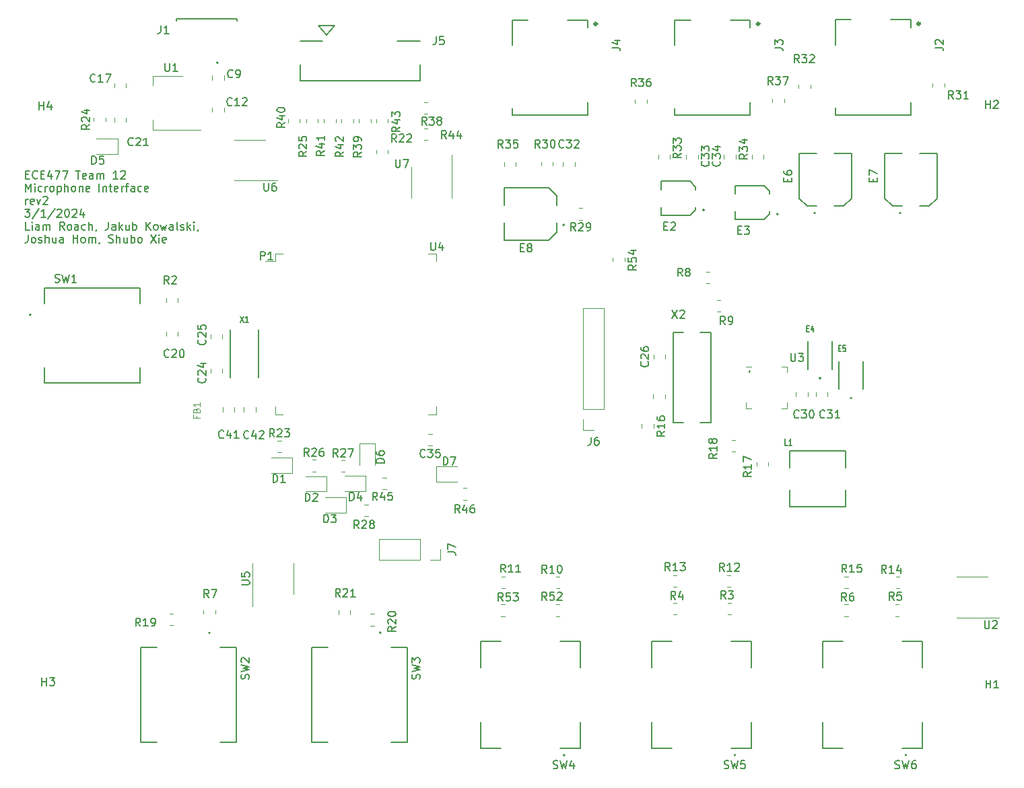
<source format=gbr>
%TF.GenerationSoftware,KiCad,Pcbnew,7.0.10*%
%TF.CreationDate,2024-03-07T22:41:58-05:00*%
%TF.ProjectId,Current,43757272-656e-4742-9e6b-696361645f70,rev?*%
%TF.SameCoordinates,Original*%
%TF.FileFunction,Legend,Top*%
%TF.FilePolarity,Positive*%
%FSLAX46Y46*%
G04 Gerber Fmt 4.6, Leading zero omitted, Abs format (unit mm)*
G04 Created by KiCad (PCBNEW 7.0.10) date 2024-03-07 22:41:58*
%MOMM*%
%LPD*%
G01*
G04 APERTURE LIST*
%ADD10C,0.150000*%
%ADD11C,0.098425*%
%ADD12C,0.120000*%
%ADD13C,0.127000*%
%ADD14C,0.200000*%
%ADD15C,0.340000*%
%ADD16C,0.152400*%
G04 APERTURE END LIST*
D10*
X189236779Y-93574580D02*
X189284398Y-93622200D01*
X189284398Y-93622200D02*
X189236779Y-93669819D01*
X189236779Y-93669819D02*
X189189160Y-93622200D01*
X189189160Y-93622200D02*
X189236779Y-93574580D01*
X189236779Y-93574580D02*
X189236779Y-93669819D01*
X98216779Y-68846009D02*
X98550112Y-68846009D01*
X98692969Y-69369819D02*
X98216779Y-69369819D01*
X98216779Y-69369819D02*
X98216779Y-68369819D01*
X98216779Y-68369819D02*
X98692969Y-68369819D01*
X99692969Y-69274580D02*
X99645350Y-69322200D01*
X99645350Y-69322200D02*
X99502493Y-69369819D01*
X99502493Y-69369819D02*
X99407255Y-69369819D01*
X99407255Y-69369819D02*
X99264398Y-69322200D01*
X99264398Y-69322200D02*
X99169160Y-69226961D01*
X99169160Y-69226961D02*
X99121541Y-69131723D01*
X99121541Y-69131723D02*
X99073922Y-68941247D01*
X99073922Y-68941247D02*
X99073922Y-68798390D01*
X99073922Y-68798390D02*
X99121541Y-68607914D01*
X99121541Y-68607914D02*
X99169160Y-68512676D01*
X99169160Y-68512676D02*
X99264398Y-68417438D01*
X99264398Y-68417438D02*
X99407255Y-68369819D01*
X99407255Y-68369819D02*
X99502493Y-68369819D01*
X99502493Y-68369819D02*
X99645350Y-68417438D01*
X99645350Y-68417438D02*
X99692969Y-68465057D01*
X100121541Y-68846009D02*
X100454874Y-68846009D01*
X100597731Y-69369819D02*
X100121541Y-69369819D01*
X100121541Y-69369819D02*
X100121541Y-68369819D01*
X100121541Y-68369819D02*
X100597731Y-68369819D01*
X101454874Y-68703152D02*
X101454874Y-69369819D01*
X101216779Y-68322200D02*
X100978684Y-69036485D01*
X100978684Y-69036485D02*
X101597731Y-69036485D01*
X101883446Y-68369819D02*
X102550112Y-68369819D01*
X102550112Y-68369819D02*
X102121541Y-69369819D01*
X102835827Y-68369819D02*
X103502493Y-68369819D01*
X103502493Y-68369819D02*
X103073922Y-69369819D01*
X104502494Y-68369819D02*
X105073922Y-68369819D01*
X104788208Y-69369819D02*
X104788208Y-68369819D01*
X105788208Y-69322200D02*
X105692970Y-69369819D01*
X105692970Y-69369819D02*
X105502494Y-69369819D01*
X105502494Y-69369819D02*
X105407256Y-69322200D01*
X105407256Y-69322200D02*
X105359637Y-69226961D01*
X105359637Y-69226961D02*
X105359637Y-68846009D01*
X105359637Y-68846009D02*
X105407256Y-68750771D01*
X105407256Y-68750771D02*
X105502494Y-68703152D01*
X105502494Y-68703152D02*
X105692970Y-68703152D01*
X105692970Y-68703152D02*
X105788208Y-68750771D01*
X105788208Y-68750771D02*
X105835827Y-68846009D01*
X105835827Y-68846009D02*
X105835827Y-68941247D01*
X105835827Y-68941247D02*
X105359637Y-69036485D01*
X106692970Y-69369819D02*
X106692970Y-68846009D01*
X106692970Y-68846009D02*
X106645351Y-68750771D01*
X106645351Y-68750771D02*
X106550113Y-68703152D01*
X106550113Y-68703152D02*
X106359637Y-68703152D01*
X106359637Y-68703152D02*
X106264399Y-68750771D01*
X106692970Y-69322200D02*
X106597732Y-69369819D01*
X106597732Y-69369819D02*
X106359637Y-69369819D01*
X106359637Y-69369819D02*
X106264399Y-69322200D01*
X106264399Y-69322200D02*
X106216780Y-69226961D01*
X106216780Y-69226961D02*
X106216780Y-69131723D01*
X106216780Y-69131723D02*
X106264399Y-69036485D01*
X106264399Y-69036485D02*
X106359637Y-68988866D01*
X106359637Y-68988866D02*
X106597732Y-68988866D01*
X106597732Y-68988866D02*
X106692970Y-68941247D01*
X107169161Y-69369819D02*
X107169161Y-68703152D01*
X107169161Y-68798390D02*
X107216780Y-68750771D01*
X107216780Y-68750771D02*
X107312018Y-68703152D01*
X107312018Y-68703152D02*
X107454875Y-68703152D01*
X107454875Y-68703152D02*
X107550113Y-68750771D01*
X107550113Y-68750771D02*
X107597732Y-68846009D01*
X107597732Y-68846009D02*
X107597732Y-69369819D01*
X107597732Y-68846009D02*
X107645351Y-68750771D01*
X107645351Y-68750771D02*
X107740589Y-68703152D01*
X107740589Y-68703152D02*
X107883446Y-68703152D01*
X107883446Y-68703152D02*
X107978685Y-68750771D01*
X107978685Y-68750771D02*
X108026304Y-68846009D01*
X108026304Y-68846009D02*
X108026304Y-69369819D01*
X109788208Y-69369819D02*
X109216780Y-69369819D01*
X109502494Y-69369819D02*
X109502494Y-68369819D01*
X109502494Y-68369819D02*
X109407256Y-68512676D01*
X109407256Y-68512676D02*
X109312018Y-68607914D01*
X109312018Y-68607914D02*
X109216780Y-68655533D01*
X110169161Y-68465057D02*
X110216780Y-68417438D01*
X110216780Y-68417438D02*
X110312018Y-68369819D01*
X110312018Y-68369819D02*
X110550113Y-68369819D01*
X110550113Y-68369819D02*
X110645351Y-68417438D01*
X110645351Y-68417438D02*
X110692970Y-68465057D01*
X110692970Y-68465057D02*
X110740589Y-68560295D01*
X110740589Y-68560295D02*
X110740589Y-68655533D01*
X110740589Y-68655533D02*
X110692970Y-68798390D01*
X110692970Y-68798390D02*
X110121542Y-69369819D01*
X110121542Y-69369819D02*
X110740589Y-69369819D01*
X98216779Y-70979819D02*
X98216779Y-69979819D01*
X98216779Y-69979819D02*
X98550112Y-70694104D01*
X98550112Y-70694104D02*
X98883445Y-69979819D01*
X98883445Y-69979819D02*
X98883445Y-70979819D01*
X99359636Y-70979819D02*
X99359636Y-70313152D01*
X99359636Y-69979819D02*
X99312017Y-70027438D01*
X99312017Y-70027438D02*
X99359636Y-70075057D01*
X99359636Y-70075057D02*
X99407255Y-70027438D01*
X99407255Y-70027438D02*
X99359636Y-69979819D01*
X99359636Y-69979819D02*
X99359636Y-70075057D01*
X100264397Y-70932200D02*
X100169159Y-70979819D01*
X100169159Y-70979819D02*
X99978683Y-70979819D01*
X99978683Y-70979819D02*
X99883445Y-70932200D01*
X99883445Y-70932200D02*
X99835826Y-70884580D01*
X99835826Y-70884580D02*
X99788207Y-70789342D01*
X99788207Y-70789342D02*
X99788207Y-70503628D01*
X99788207Y-70503628D02*
X99835826Y-70408390D01*
X99835826Y-70408390D02*
X99883445Y-70360771D01*
X99883445Y-70360771D02*
X99978683Y-70313152D01*
X99978683Y-70313152D02*
X100169159Y-70313152D01*
X100169159Y-70313152D02*
X100264397Y-70360771D01*
X100692969Y-70979819D02*
X100692969Y-70313152D01*
X100692969Y-70503628D02*
X100740588Y-70408390D01*
X100740588Y-70408390D02*
X100788207Y-70360771D01*
X100788207Y-70360771D02*
X100883445Y-70313152D01*
X100883445Y-70313152D02*
X100978683Y-70313152D01*
X101454874Y-70979819D02*
X101359636Y-70932200D01*
X101359636Y-70932200D02*
X101312017Y-70884580D01*
X101312017Y-70884580D02*
X101264398Y-70789342D01*
X101264398Y-70789342D02*
X101264398Y-70503628D01*
X101264398Y-70503628D02*
X101312017Y-70408390D01*
X101312017Y-70408390D02*
X101359636Y-70360771D01*
X101359636Y-70360771D02*
X101454874Y-70313152D01*
X101454874Y-70313152D02*
X101597731Y-70313152D01*
X101597731Y-70313152D02*
X101692969Y-70360771D01*
X101692969Y-70360771D02*
X101740588Y-70408390D01*
X101740588Y-70408390D02*
X101788207Y-70503628D01*
X101788207Y-70503628D02*
X101788207Y-70789342D01*
X101788207Y-70789342D02*
X101740588Y-70884580D01*
X101740588Y-70884580D02*
X101692969Y-70932200D01*
X101692969Y-70932200D02*
X101597731Y-70979819D01*
X101597731Y-70979819D02*
X101454874Y-70979819D01*
X102216779Y-70313152D02*
X102216779Y-71313152D01*
X102216779Y-70360771D02*
X102312017Y-70313152D01*
X102312017Y-70313152D02*
X102502493Y-70313152D01*
X102502493Y-70313152D02*
X102597731Y-70360771D01*
X102597731Y-70360771D02*
X102645350Y-70408390D01*
X102645350Y-70408390D02*
X102692969Y-70503628D01*
X102692969Y-70503628D02*
X102692969Y-70789342D01*
X102692969Y-70789342D02*
X102645350Y-70884580D01*
X102645350Y-70884580D02*
X102597731Y-70932200D01*
X102597731Y-70932200D02*
X102502493Y-70979819D01*
X102502493Y-70979819D02*
X102312017Y-70979819D01*
X102312017Y-70979819D02*
X102216779Y-70932200D01*
X103121541Y-70979819D02*
X103121541Y-69979819D01*
X103550112Y-70979819D02*
X103550112Y-70456009D01*
X103550112Y-70456009D02*
X103502493Y-70360771D01*
X103502493Y-70360771D02*
X103407255Y-70313152D01*
X103407255Y-70313152D02*
X103264398Y-70313152D01*
X103264398Y-70313152D02*
X103169160Y-70360771D01*
X103169160Y-70360771D02*
X103121541Y-70408390D01*
X104169160Y-70979819D02*
X104073922Y-70932200D01*
X104073922Y-70932200D02*
X104026303Y-70884580D01*
X104026303Y-70884580D02*
X103978684Y-70789342D01*
X103978684Y-70789342D02*
X103978684Y-70503628D01*
X103978684Y-70503628D02*
X104026303Y-70408390D01*
X104026303Y-70408390D02*
X104073922Y-70360771D01*
X104073922Y-70360771D02*
X104169160Y-70313152D01*
X104169160Y-70313152D02*
X104312017Y-70313152D01*
X104312017Y-70313152D02*
X104407255Y-70360771D01*
X104407255Y-70360771D02*
X104454874Y-70408390D01*
X104454874Y-70408390D02*
X104502493Y-70503628D01*
X104502493Y-70503628D02*
X104502493Y-70789342D01*
X104502493Y-70789342D02*
X104454874Y-70884580D01*
X104454874Y-70884580D02*
X104407255Y-70932200D01*
X104407255Y-70932200D02*
X104312017Y-70979819D01*
X104312017Y-70979819D02*
X104169160Y-70979819D01*
X104931065Y-70313152D02*
X104931065Y-70979819D01*
X104931065Y-70408390D02*
X104978684Y-70360771D01*
X104978684Y-70360771D02*
X105073922Y-70313152D01*
X105073922Y-70313152D02*
X105216779Y-70313152D01*
X105216779Y-70313152D02*
X105312017Y-70360771D01*
X105312017Y-70360771D02*
X105359636Y-70456009D01*
X105359636Y-70456009D02*
X105359636Y-70979819D01*
X106216779Y-70932200D02*
X106121541Y-70979819D01*
X106121541Y-70979819D02*
X105931065Y-70979819D01*
X105931065Y-70979819D02*
X105835827Y-70932200D01*
X105835827Y-70932200D02*
X105788208Y-70836961D01*
X105788208Y-70836961D02*
X105788208Y-70456009D01*
X105788208Y-70456009D02*
X105835827Y-70360771D01*
X105835827Y-70360771D02*
X105931065Y-70313152D01*
X105931065Y-70313152D02*
X106121541Y-70313152D01*
X106121541Y-70313152D02*
X106216779Y-70360771D01*
X106216779Y-70360771D02*
X106264398Y-70456009D01*
X106264398Y-70456009D02*
X106264398Y-70551247D01*
X106264398Y-70551247D02*
X105788208Y-70646485D01*
X107454875Y-70979819D02*
X107454875Y-69979819D01*
X107931065Y-70313152D02*
X107931065Y-70979819D01*
X107931065Y-70408390D02*
X107978684Y-70360771D01*
X107978684Y-70360771D02*
X108073922Y-70313152D01*
X108073922Y-70313152D02*
X108216779Y-70313152D01*
X108216779Y-70313152D02*
X108312017Y-70360771D01*
X108312017Y-70360771D02*
X108359636Y-70456009D01*
X108359636Y-70456009D02*
X108359636Y-70979819D01*
X108692970Y-70313152D02*
X109073922Y-70313152D01*
X108835827Y-69979819D02*
X108835827Y-70836961D01*
X108835827Y-70836961D02*
X108883446Y-70932200D01*
X108883446Y-70932200D02*
X108978684Y-70979819D01*
X108978684Y-70979819D02*
X109073922Y-70979819D01*
X109788208Y-70932200D02*
X109692970Y-70979819D01*
X109692970Y-70979819D02*
X109502494Y-70979819D01*
X109502494Y-70979819D02*
X109407256Y-70932200D01*
X109407256Y-70932200D02*
X109359637Y-70836961D01*
X109359637Y-70836961D02*
X109359637Y-70456009D01*
X109359637Y-70456009D02*
X109407256Y-70360771D01*
X109407256Y-70360771D02*
X109502494Y-70313152D01*
X109502494Y-70313152D02*
X109692970Y-70313152D01*
X109692970Y-70313152D02*
X109788208Y-70360771D01*
X109788208Y-70360771D02*
X109835827Y-70456009D01*
X109835827Y-70456009D02*
X109835827Y-70551247D01*
X109835827Y-70551247D02*
X109359637Y-70646485D01*
X110264399Y-70979819D02*
X110264399Y-70313152D01*
X110264399Y-70503628D02*
X110312018Y-70408390D01*
X110312018Y-70408390D02*
X110359637Y-70360771D01*
X110359637Y-70360771D02*
X110454875Y-70313152D01*
X110454875Y-70313152D02*
X110550113Y-70313152D01*
X110740590Y-70313152D02*
X111121542Y-70313152D01*
X110883447Y-70979819D02*
X110883447Y-70122676D01*
X110883447Y-70122676D02*
X110931066Y-70027438D01*
X110931066Y-70027438D02*
X111026304Y-69979819D01*
X111026304Y-69979819D02*
X111121542Y-69979819D01*
X111883447Y-70979819D02*
X111883447Y-70456009D01*
X111883447Y-70456009D02*
X111835828Y-70360771D01*
X111835828Y-70360771D02*
X111740590Y-70313152D01*
X111740590Y-70313152D02*
X111550114Y-70313152D01*
X111550114Y-70313152D02*
X111454876Y-70360771D01*
X111883447Y-70932200D02*
X111788209Y-70979819D01*
X111788209Y-70979819D02*
X111550114Y-70979819D01*
X111550114Y-70979819D02*
X111454876Y-70932200D01*
X111454876Y-70932200D02*
X111407257Y-70836961D01*
X111407257Y-70836961D02*
X111407257Y-70741723D01*
X111407257Y-70741723D02*
X111454876Y-70646485D01*
X111454876Y-70646485D02*
X111550114Y-70598866D01*
X111550114Y-70598866D02*
X111788209Y-70598866D01*
X111788209Y-70598866D02*
X111883447Y-70551247D01*
X112788209Y-70932200D02*
X112692971Y-70979819D01*
X112692971Y-70979819D02*
X112502495Y-70979819D01*
X112502495Y-70979819D02*
X112407257Y-70932200D01*
X112407257Y-70932200D02*
X112359638Y-70884580D01*
X112359638Y-70884580D02*
X112312019Y-70789342D01*
X112312019Y-70789342D02*
X112312019Y-70503628D01*
X112312019Y-70503628D02*
X112359638Y-70408390D01*
X112359638Y-70408390D02*
X112407257Y-70360771D01*
X112407257Y-70360771D02*
X112502495Y-70313152D01*
X112502495Y-70313152D02*
X112692971Y-70313152D01*
X112692971Y-70313152D02*
X112788209Y-70360771D01*
X113597733Y-70932200D02*
X113502495Y-70979819D01*
X113502495Y-70979819D02*
X113312019Y-70979819D01*
X113312019Y-70979819D02*
X113216781Y-70932200D01*
X113216781Y-70932200D02*
X113169162Y-70836961D01*
X113169162Y-70836961D02*
X113169162Y-70456009D01*
X113169162Y-70456009D02*
X113216781Y-70360771D01*
X113216781Y-70360771D02*
X113312019Y-70313152D01*
X113312019Y-70313152D02*
X113502495Y-70313152D01*
X113502495Y-70313152D02*
X113597733Y-70360771D01*
X113597733Y-70360771D02*
X113645352Y-70456009D01*
X113645352Y-70456009D02*
X113645352Y-70551247D01*
X113645352Y-70551247D02*
X113169162Y-70646485D01*
X98216779Y-72589819D02*
X98216779Y-71923152D01*
X98216779Y-72113628D02*
X98264398Y-72018390D01*
X98264398Y-72018390D02*
X98312017Y-71970771D01*
X98312017Y-71970771D02*
X98407255Y-71923152D01*
X98407255Y-71923152D02*
X98502493Y-71923152D01*
X99216779Y-72542200D02*
X99121541Y-72589819D01*
X99121541Y-72589819D02*
X98931065Y-72589819D01*
X98931065Y-72589819D02*
X98835827Y-72542200D01*
X98835827Y-72542200D02*
X98788208Y-72446961D01*
X98788208Y-72446961D02*
X98788208Y-72066009D01*
X98788208Y-72066009D02*
X98835827Y-71970771D01*
X98835827Y-71970771D02*
X98931065Y-71923152D01*
X98931065Y-71923152D02*
X99121541Y-71923152D01*
X99121541Y-71923152D02*
X99216779Y-71970771D01*
X99216779Y-71970771D02*
X99264398Y-72066009D01*
X99264398Y-72066009D02*
X99264398Y-72161247D01*
X99264398Y-72161247D02*
X98788208Y-72256485D01*
X99597732Y-71923152D02*
X99835827Y-72589819D01*
X99835827Y-72589819D02*
X100073922Y-71923152D01*
X100407256Y-71685057D02*
X100454875Y-71637438D01*
X100454875Y-71637438D02*
X100550113Y-71589819D01*
X100550113Y-71589819D02*
X100788208Y-71589819D01*
X100788208Y-71589819D02*
X100883446Y-71637438D01*
X100883446Y-71637438D02*
X100931065Y-71685057D01*
X100931065Y-71685057D02*
X100978684Y-71780295D01*
X100978684Y-71780295D02*
X100978684Y-71875533D01*
X100978684Y-71875533D02*
X100931065Y-72018390D01*
X100931065Y-72018390D02*
X100359637Y-72589819D01*
X100359637Y-72589819D02*
X100978684Y-72589819D01*
X98121541Y-73199819D02*
X98740588Y-73199819D01*
X98740588Y-73199819D02*
X98407255Y-73580771D01*
X98407255Y-73580771D02*
X98550112Y-73580771D01*
X98550112Y-73580771D02*
X98645350Y-73628390D01*
X98645350Y-73628390D02*
X98692969Y-73676009D01*
X98692969Y-73676009D02*
X98740588Y-73771247D01*
X98740588Y-73771247D02*
X98740588Y-74009342D01*
X98740588Y-74009342D02*
X98692969Y-74104580D01*
X98692969Y-74104580D02*
X98645350Y-74152200D01*
X98645350Y-74152200D02*
X98550112Y-74199819D01*
X98550112Y-74199819D02*
X98264398Y-74199819D01*
X98264398Y-74199819D02*
X98169160Y-74152200D01*
X98169160Y-74152200D02*
X98121541Y-74104580D01*
X99883445Y-73152200D02*
X99026303Y-74437914D01*
X100740588Y-74199819D02*
X100169160Y-74199819D01*
X100454874Y-74199819D02*
X100454874Y-73199819D01*
X100454874Y-73199819D02*
X100359636Y-73342676D01*
X100359636Y-73342676D02*
X100264398Y-73437914D01*
X100264398Y-73437914D02*
X100169160Y-73485533D01*
X101883445Y-73152200D02*
X101026303Y-74437914D01*
X102169160Y-73295057D02*
X102216779Y-73247438D01*
X102216779Y-73247438D02*
X102312017Y-73199819D01*
X102312017Y-73199819D02*
X102550112Y-73199819D01*
X102550112Y-73199819D02*
X102645350Y-73247438D01*
X102645350Y-73247438D02*
X102692969Y-73295057D01*
X102692969Y-73295057D02*
X102740588Y-73390295D01*
X102740588Y-73390295D02*
X102740588Y-73485533D01*
X102740588Y-73485533D02*
X102692969Y-73628390D01*
X102692969Y-73628390D02*
X102121541Y-74199819D01*
X102121541Y-74199819D02*
X102740588Y-74199819D01*
X103359636Y-73199819D02*
X103454874Y-73199819D01*
X103454874Y-73199819D02*
X103550112Y-73247438D01*
X103550112Y-73247438D02*
X103597731Y-73295057D01*
X103597731Y-73295057D02*
X103645350Y-73390295D01*
X103645350Y-73390295D02*
X103692969Y-73580771D01*
X103692969Y-73580771D02*
X103692969Y-73818866D01*
X103692969Y-73818866D02*
X103645350Y-74009342D01*
X103645350Y-74009342D02*
X103597731Y-74104580D01*
X103597731Y-74104580D02*
X103550112Y-74152200D01*
X103550112Y-74152200D02*
X103454874Y-74199819D01*
X103454874Y-74199819D02*
X103359636Y-74199819D01*
X103359636Y-74199819D02*
X103264398Y-74152200D01*
X103264398Y-74152200D02*
X103216779Y-74104580D01*
X103216779Y-74104580D02*
X103169160Y-74009342D01*
X103169160Y-74009342D02*
X103121541Y-73818866D01*
X103121541Y-73818866D02*
X103121541Y-73580771D01*
X103121541Y-73580771D02*
X103169160Y-73390295D01*
X103169160Y-73390295D02*
X103216779Y-73295057D01*
X103216779Y-73295057D02*
X103264398Y-73247438D01*
X103264398Y-73247438D02*
X103359636Y-73199819D01*
X104073922Y-73295057D02*
X104121541Y-73247438D01*
X104121541Y-73247438D02*
X104216779Y-73199819D01*
X104216779Y-73199819D02*
X104454874Y-73199819D01*
X104454874Y-73199819D02*
X104550112Y-73247438D01*
X104550112Y-73247438D02*
X104597731Y-73295057D01*
X104597731Y-73295057D02*
X104645350Y-73390295D01*
X104645350Y-73390295D02*
X104645350Y-73485533D01*
X104645350Y-73485533D02*
X104597731Y-73628390D01*
X104597731Y-73628390D02*
X104026303Y-74199819D01*
X104026303Y-74199819D02*
X104645350Y-74199819D01*
X105502493Y-73533152D02*
X105502493Y-74199819D01*
X105264398Y-73152200D02*
X105026303Y-73866485D01*
X105026303Y-73866485D02*
X105645350Y-73866485D01*
X98692969Y-75809819D02*
X98216779Y-75809819D01*
X98216779Y-75809819D02*
X98216779Y-74809819D01*
X99026303Y-75809819D02*
X99026303Y-75143152D01*
X99026303Y-74809819D02*
X98978684Y-74857438D01*
X98978684Y-74857438D02*
X99026303Y-74905057D01*
X99026303Y-74905057D02*
X99073922Y-74857438D01*
X99073922Y-74857438D02*
X99026303Y-74809819D01*
X99026303Y-74809819D02*
X99026303Y-74905057D01*
X99931064Y-75809819D02*
X99931064Y-75286009D01*
X99931064Y-75286009D02*
X99883445Y-75190771D01*
X99883445Y-75190771D02*
X99788207Y-75143152D01*
X99788207Y-75143152D02*
X99597731Y-75143152D01*
X99597731Y-75143152D02*
X99502493Y-75190771D01*
X99931064Y-75762200D02*
X99835826Y-75809819D01*
X99835826Y-75809819D02*
X99597731Y-75809819D01*
X99597731Y-75809819D02*
X99502493Y-75762200D01*
X99502493Y-75762200D02*
X99454874Y-75666961D01*
X99454874Y-75666961D02*
X99454874Y-75571723D01*
X99454874Y-75571723D02*
X99502493Y-75476485D01*
X99502493Y-75476485D02*
X99597731Y-75428866D01*
X99597731Y-75428866D02*
X99835826Y-75428866D01*
X99835826Y-75428866D02*
X99931064Y-75381247D01*
X100407255Y-75809819D02*
X100407255Y-75143152D01*
X100407255Y-75238390D02*
X100454874Y-75190771D01*
X100454874Y-75190771D02*
X100550112Y-75143152D01*
X100550112Y-75143152D02*
X100692969Y-75143152D01*
X100692969Y-75143152D02*
X100788207Y-75190771D01*
X100788207Y-75190771D02*
X100835826Y-75286009D01*
X100835826Y-75286009D02*
X100835826Y-75809819D01*
X100835826Y-75286009D02*
X100883445Y-75190771D01*
X100883445Y-75190771D02*
X100978683Y-75143152D01*
X100978683Y-75143152D02*
X101121540Y-75143152D01*
X101121540Y-75143152D02*
X101216779Y-75190771D01*
X101216779Y-75190771D02*
X101264398Y-75286009D01*
X101264398Y-75286009D02*
X101264398Y-75809819D01*
X103073921Y-75809819D02*
X102740588Y-75333628D01*
X102502493Y-75809819D02*
X102502493Y-74809819D01*
X102502493Y-74809819D02*
X102883445Y-74809819D01*
X102883445Y-74809819D02*
X102978683Y-74857438D01*
X102978683Y-74857438D02*
X103026302Y-74905057D01*
X103026302Y-74905057D02*
X103073921Y-75000295D01*
X103073921Y-75000295D02*
X103073921Y-75143152D01*
X103073921Y-75143152D02*
X103026302Y-75238390D01*
X103026302Y-75238390D02*
X102978683Y-75286009D01*
X102978683Y-75286009D02*
X102883445Y-75333628D01*
X102883445Y-75333628D02*
X102502493Y-75333628D01*
X103645350Y-75809819D02*
X103550112Y-75762200D01*
X103550112Y-75762200D02*
X103502493Y-75714580D01*
X103502493Y-75714580D02*
X103454874Y-75619342D01*
X103454874Y-75619342D02*
X103454874Y-75333628D01*
X103454874Y-75333628D02*
X103502493Y-75238390D01*
X103502493Y-75238390D02*
X103550112Y-75190771D01*
X103550112Y-75190771D02*
X103645350Y-75143152D01*
X103645350Y-75143152D02*
X103788207Y-75143152D01*
X103788207Y-75143152D02*
X103883445Y-75190771D01*
X103883445Y-75190771D02*
X103931064Y-75238390D01*
X103931064Y-75238390D02*
X103978683Y-75333628D01*
X103978683Y-75333628D02*
X103978683Y-75619342D01*
X103978683Y-75619342D02*
X103931064Y-75714580D01*
X103931064Y-75714580D02*
X103883445Y-75762200D01*
X103883445Y-75762200D02*
X103788207Y-75809819D01*
X103788207Y-75809819D02*
X103645350Y-75809819D01*
X104835826Y-75809819D02*
X104835826Y-75286009D01*
X104835826Y-75286009D02*
X104788207Y-75190771D01*
X104788207Y-75190771D02*
X104692969Y-75143152D01*
X104692969Y-75143152D02*
X104502493Y-75143152D01*
X104502493Y-75143152D02*
X104407255Y-75190771D01*
X104835826Y-75762200D02*
X104740588Y-75809819D01*
X104740588Y-75809819D02*
X104502493Y-75809819D01*
X104502493Y-75809819D02*
X104407255Y-75762200D01*
X104407255Y-75762200D02*
X104359636Y-75666961D01*
X104359636Y-75666961D02*
X104359636Y-75571723D01*
X104359636Y-75571723D02*
X104407255Y-75476485D01*
X104407255Y-75476485D02*
X104502493Y-75428866D01*
X104502493Y-75428866D02*
X104740588Y-75428866D01*
X104740588Y-75428866D02*
X104835826Y-75381247D01*
X105740588Y-75762200D02*
X105645350Y-75809819D01*
X105645350Y-75809819D02*
X105454874Y-75809819D01*
X105454874Y-75809819D02*
X105359636Y-75762200D01*
X105359636Y-75762200D02*
X105312017Y-75714580D01*
X105312017Y-75714580D02*
X105264398Y-75619342D01*
X105264398Y-75619342D02*
X105264398Y-75333628D01*
X105264398Y-75333628D02*
X105312017Y-75238390D01*
X105312017Y-75238390D02*
X105359636Y-75190771D01*
X105359636Y-75190771D02*
X105454874Y-75143152D01*
X105454874Y-75143152D02*
X105645350Y-75143152D01*
X105645350Y-75143152D02*
X105740588Y-75190771D01*
X106169160Y-75809819D02*
X106169160Y-74809819D01*
X106597731Y-75809819D02*
X106597731Y-75286009D01*
X106597731Y-75286009D02*
X106550112Y-75190771D01*
X106550112Y-75190771D02*
X106454874Y-75143152D01*
X106454874Y-75143152D02*
X106312017Y-75143152D01*
X106312017Y-75143152D02*
X106216779Y-75190771D01*
X106216779Y-75190771D02*
X106169160Y-75238390D01*
X107121541Y-75762200D02*
X107121541Y-75809819D01*
X107121541Y-75809819D02*
X107073922Y-75905057D01*
X107073922Y-75905057D02*
X107026303Y-75952676D01*
X108597731Y-74809819D02*
X108597731Y-75524104D01*
X108597731Y-75524104D02*
X108550112Y-75666961D01*
X108550112Y-75666961D02*
X108454874Y-75762200D01*
X108454874Y-75762200D02*
X108312017Y-75809819D01*
X108312017Y-75809819D02*
X108216779Y-75809819D01*
X109502493Y-75809819D02*
X109502493Y-75286009D01*
X109502493Y-75286009D02*
X109454874Y-75190771D01*
X109454874Y-75190771D02*
X109359636Y-75143152D01*
X109359636Y-75143152D02*
X109169160Y-75143152D01*
X109169160Y-75143152D02*
X109073922Y-75190771D01*
X109502493Y-75762200D02*
X109407255Y-75809819D01*
X109407255Y-75809819D02*
X109169160Y-75809819D01*
X109169160Y-75809819D02*
X109073922Y-75762200D01*
X109073922Y-75762200D02*
X109026303Y-75666961D01*
X109026303Y-75666961D02*
X109026303Y-75571723D01*
X109026303Y-75571723D02*
X109073922Y-75476485D01*
X109073922Y-75476485D02*
X109169160Y-75428866D01*
X109169160Y-75428866D02*
X109407255Y-75428866D01*
X109407255Y-75428866D02*
X109502493Y-75381247D01*
X109978684Y-75809819D02*
X109978684Y-74809819D01*
X110073922Y-75428866D02*
X110359636Y-75809819D01*
X110359636Y-75143152D02*
X109978684Y-75524104D01*
X111216779Y-75143152D02*
X111216779Y-75809819D01*
X110788208Y-75143152D02*
X110788208Y-75666961D01*
X110788208Y-75666961D02*
X110835827Y-75762200D01*
X110835827Y-75762200D02*
X110931065Y-75809819D01*
X110931065Y-75809819D02*
X111073922Y-75809819D01*
X111073922Y-75809819D02*
X111169160Y-75762200D01*
X111169160Y-75762200D02*
X111216779Y-75714580D01*
X111692970Y-75809819D02*
X111692970Y-74809819D01*
X111692970Y-75190771D02*
X111788208Y-75143152D01*
X111788208Y-75143152D02*
X111978684Y-75143152D01*
X111978684Y-75143152D02*
X112073922Y-75190771D01*
X112073922Y-75190771D02*
X112121541Y-75238390D01*
X112121541Y-75238390D02*
X112169160Y-75333628D01*
X112169160Y-75333628D02*
X112169160Y-75619342D01*
X112169160Y-75619342D02*
X112121541Y-75714580D01*
X112121541Y-75714580D02*
X112073922Y-75762200D01*
X112073922Y-75762200D02*
X111978684Y-75809819D01*
X111978684Y-75809819D02*
X111788208Y-75809819D01*
X111788208Y-75809819D02*
X111692970Y-75762200D01*
X113359637Y-75809819D02*
X113359637Y-74809819D01*
X113931065Y-75809819D02*
X113502494Y-75238390D01*
X113931065Y-74809819D02*
X113359637Y-75381247D01*
X114502494Y-75809819D02*
X114407256Y-75762200D01*
X114407256Y-75762200D02*
X114359637Y-75714580D01*
X114359637Y-75714580D02*
X114312018Y-75619342D01*
X114312018Y-75619342D02*
X114312018Y-75333628D01*
X114312018Y-75333628D02*
X114359637Y-75238390D01*
X114359637Y-75238390D02*
X114407256Y-75190771D01*
X114407256Y-75190771D02*
X114502494Y-75143152D01*
X114502494Y-75143152D02*
X114645351Y-75143152D01*
X114645351Y-75143152D02*
X114740589Y-75190771D01*
X114740589Y-75190771D02*
X114788208Y-75238390D01*
X114788208Y-75238390D02*
X114835827Y-75333628D01*
X114835827Y-75333628D02*
X114835827Y-75619342D01*
X114835827Y-75619342D02*
X114788208Y-75714580D01*
X114788208Y-75714580D02*
X114740589Y-75762200D01*
X114740589Y-75762200D02*
X114645351Y-75809819D01*
X114645351Y-75809819D02*
X114502494Y-75809819D01*
X115169161Y-75143152D02*
X115359637Y-75809819D01*
X115359637Y-75809819D02*
X115550113Y-75333628D01*
X115550113Y-75333628D02*
X115740589Y-75809819D01*
X115740589Y-75809819D02*
X115931065Y-75143152D01*
X116740589Y-75809819D02*
X116740589Y-75286009D01*
X116740589Y-75286009D02*
X116692970Y-75190771D01*
X116692970Y-75190771D02*
X116597732Y-75143152D01*
X116597732Y-75143152D02*
X116407256Y-75143152D01*
X116407256Y-75143152D02*
X116312018Y-75190771D01*
X116740589Y-75762200D02*
X116645351Y-75809819D01*
X116645351Y-75809819D02*
X116407256Y-75809819D01*
X116407256Y-75809819D02*
X116312018Y-75762200D01*
X116312018Y-75762200D02*
X116264399Y-75666961D01*
X116264399Y-75666961D02*
X116264399Y-75571723D01*
X116264399Y-75571723D02*
X116312018Y-75476485D01*
X116312018Y-75476485D02*
X116407256Y-75428866D01*
X116407256Y-75428866D02*
X116645351Y-75428866D01*
X116645351Y-75428866D02*
X116740589Y-75381247D01*
X117359637Y-75809819D02*
X117264399Y-75762200D01*
X117264399Y-75762200D02*
X117216780Y-75666961D01*
X117216780Y-75666961D02*
X117216780Y-74809819D01*
X117692971Y-75762200D02*
X117788209Y-75809819D01*
X117788209Y-75809819D02*
X117978685Y-75809819D01*
X117978685Y-75809819D02*
X118073923Y-75762200D01*
X118073923Y-75762200D02*
X118121542Y-75666961D01*
X118121542Y-75666961D02*
X118121542Y-75619342D01*
X118121542Y-75619342D02*
X118073923Y-75524104D01*
X118073923Y-75524104D02*
X117978685Y-75476485D01*
X117978685Y-75476485D02*
X117835828Y-75476485D01*
X117835828Y-75476485D02*
X117740590Y-75428866D01*
X117740590Y-75428866D02*
X117692971Y-75333628D01*
X117692971Y-75333628D02*
X117692971Y-75286009D01*
X117692971Y-75286009D02*
X117740590Y-75190771D01*
X117740590Y-75190771D02*
X117835828Y-75143152D01*
X117835828Y-75143152D02*
X117978685Y-75143152D01*
X117978685Y-75143152D02*
X118073923Y-75190771D01*
X118550114Y-75809819D02*
X118550114Y-74809819D01*
X118645352Y-75428866D02*
X118931066Y-75809819D01*
X118931066Y-75143152D02*
X118550114Y-75524104D01*
X119359638Y-75809819D02*
X119359638Y-75143152D01*
X119359638Y-74809819D02*
X119312019Y-74857438D01*
X119312019Y-74857438D02*
X119359638Y-74905057D01*
X119359638Y-74905057D02*
X119407257Y-74857438D01*
X119407257Y-74857438D02*
X119359638Y-74809819D01*
X119359638Y-74809819D02*
X119359638Y-74905057D01*
X119883447Y-75762200D02*
X119883447Y-75809819D01*
X119883447Y-75809819D02*
X119835828Y-75905057D01*
X119835828Y-75905057D02*
X119788209Y-75952676D01*
X98502493Y-76419819D02*
X98502493Y-77134104D01*
X98502493Y-77134104D02*
X98454874Y-77276961D01*
X98454874Y-77276961D02*
X98359636Y-77372200D01*
X98359636Y-77372200D02*
X98216779Y-77419819D01*
X98216779Y-77419819D02*
X98121541Y-77419819D01*
X99121541Y-77419819D02*
X99026303Y-77372200D01*
X99026303Y-77372200D02*
X98978684Y-77324580D01*
X98978684Y-77324580D02*
X98931065Y-77229342D01*
X98931065Y-77229342D02*
X98931065Y-76943628D01*
X98931065Y-76943628D02*
X98978684Y-76848390D01*
X98978684Y-76848390D02*
X99026303Y-76800771D01*
X99026303Y-76800771D02*
X99121541Y-76753152D01*
X99121541Y-76753152D02*
X99264398Y-76753152D01*
X99264398Y-76753152D02*
X99359636Y-76800771D01*
X99359636Y-76800771D02*
X99407255Y-76848390D01*
X99407255Y-76848390D02*
X99454874Y-76943628D01*
X99454874Y-76943628D02*
X99454874Y-77229342D01*
X99454874Y-77229342D02*
X99407255Y-77324580D01*
X99407255Y-77324580D02*
X99359636Y-77372200D01*
X99359636Y-77372200D02*
X99264398Y-77419819D01*
X99264398Y-77419819D02*
X99121541Y-77419819D01*
X99835827Y-77372200D02*
X99931065Y-77419819D01*
X99931065Y-77419819D02*
X100121541Y-77419819D01*
X100121541Y-77419819D02*
X100216779Y-77372200D01*
X100216779Y-77372200D02*
X100264398Y-77276961D01*
X100264398Y-77276961D02*
X100264398Y-77229342D01*
X100264398Y-77229342D02*
X100216779Y-77134104D01*
X100216779Y-77134104D02*
X100121541Y-77086485D01*
X100121541Y-77086485D02*
X99978684Y-77086485D01*
X99978684Y-77086485D02*
X99883446Y-77038866D01*
X99883446Y-77038866D02*
X99835827Y-76943628D01*
X99835827Y-76943628D02*
X99835827Y-76896009D01*
X99835827Y-76896009D02*
X99883446Y-76800771D01*
X99883446Y-76800771D02*
X99978684Y-76753152D01*
X99978684Y-76753152D02*
X100121541Y-76753152D01*
X100121541Y-76753152D02*
X100216779Y-76800771D01*
X100692970Y-77419819D02*
X100692970Y-76419819D01*
X101121541Y-77419819D02*
X101121541Y-76896009D01*
X101121541Y-76896009D02*
X101073922Y-76800771D01*
X101073922Y-76800771D02*
X100978684Y-76753152D01*
X100978684Y-76753152D02*
X100835827Y-76753152D01*
X100835827Y-76753152D02*
X100740589Y-76800771D01*
X100740589Y-76800771D02*
X100692970Y-76848390D01*
X102026303Y-76753152D02*
X102026303Y-77419819D01*
X101597732Y-76753152D02*
X101597732Y-77276961D01*
X101597732Y-77276961D02*
X101645351Y-77372200D01*
X101645351Y-77372200D02*
X101740589Y-77419819D01*
X101740589Y-77419819D02*
X101883446Y-77419819D01*
X101883446Y-77419819D02*
X101978684Y-77372200D01*
X101978684Y-77372200D02*
X102026303Y-77324580D01*
X102931065Y-77419819D02*
X102931065Y-76896009D01*
X102931065Y-76896009D02*
X102883446Y-76800771D01*
X102883446Y-76800771D02*
X102788208Y-76753152D01*
X102788208Y-76753152D02*
X102597732Y-76753152D01*
X102597732Y-76753152D02*
X102502494Y-76800771D01*
X102931065Y-77372200D02*
X102835827Y-77419819D01*
X102835827Y-77419819D02*
X102597732Y-77419819D01*
X102597732Y-77419819D02*
X102502494Y-77372200D01*
X102502494Y-77372200D02*
X102454875Y-77276961D01*
X102454875Y-77276961D02*
X102454875Y-77181723D01*
X102454875Y-77181723D02*
X102502494Y-77086485D01*
X102502494Y-77086485D02*
X102597732Y-77038866D01*
X102597732Y-77038866D02*
X102835827Y-77038866D01*
X102835827Y-77038866D02*
X102931065Y-76991247D01*
X104169161Y-77419819D02*
X104169161Y-76419819D01*
X104169161Y-76896009D02*
X104740589Y-76896009D01*
X104740589Y-77419819D02*
X104740589Y-76419819D01*
X105359637Y-77419819D02*
X105264399Y-77372200D01*
X105264399Y-77372200D02*
X105216780Y-77324580D01*
X105216780Y-77324580D02*
X105169161Y-77229342D01*
X105169161Y-77229342D02*
X105169161Y-76943628D01*
X105169161Y-76943628D02*
X105216780Y-76848390D01*
X105216780Y-76848390D02*
X105264399Y-76800771D01*
X105264399Y-76800771D02*
X105359637Y-76753152D01*
X105359637Y-76753152D02*
X105502494Y-76753152D01*
X105502494Y-76753152D02*
X105597732Y-76800771D01*
X105597732Y-76800771D02*
X105645351Y-76848390D01*
X105645351Y-76848390D02*
X105692970Y-76943628D01*
X105692970Y-76943628D02*
X105692970Y-77229342D01*
X105692970Y-77229342D02*
X105645351Y-77324580D01*
X105645351Y-77324580D02*
X105597732Y-77372200D01*
X105597732Y-77372200D02*
X105502494Y-77419819D01*
X105502494Y-77419819D02*
X105359637Y-77419819D01*
X106121542Y-77419819D02*
X106121542Y-76753152D01*
X106121542Y-76848390D02*
X106169161Y-76800771D01*
X106169161Y-76800771D02*
X106264399Y-76753152D01*
X106264399Y-76753152D02*
X106407256Y-76753152D01*
X106407256Y-76753152D02*
X106502494Y-76800771D01*
X106502494Y-76800771D02*
X106550113Y-76896009D01*
X106550113Y-76896009D02*
X106550113Y-77419819D01*
X106550113Y-76896009D02*
X106597732Y-76800771D01*
X106597732Y-76800771D02*
X106692970Y-76753152D01*
X106692970Y-76753152D02*
X106835827Y-76753152D01*
X106835827Y-76753152D02*
X106931066Y-76800771D01*
X106931066Y-76800771D02*
X106978685Y-76896009D01*
X106978685Y-76896009D02*
X106978685Y-77419819D01*
X107502494Y-77372200D02*
X107502494Y-77419819D01*
X107502494Y-77419819D02*
X107454875Y-77515057D01*
X107454875Y-77515057D02*
X107407256Y-77562676D01*
X108645351Y-77372200D02*
X108788208Y-77419819D01*
X108788208Y-77419819D02*
X109026303Y-77419819D01*
X109026303Y-77419819D02*
X109121541Y-77372200D01*
X109121541Y-77372200D02*
X109169160Y-77324580D01*
X109169160Y-77324580D02*
X109216779Y-77229342D01*
X109216779Y-77229342D02*
X109216779Y-77134104D01*
X109216779Y-77134104D02*
X109169160Y-77038866D01*
X109169160Y-77038866D02*
X109121541Y-76991247D01*
X109121541Y-76991247D02*
X109026303Y-76943628D01*
X109026303Y-76943628D02*
X108835827Y-76896009D01*
X108835827Y-76896009D02*
X108740589Y-76848390D01*
X108740589Y-76848390D02*
X108692970Y-76800771D01*
X108692970Y-76800771D02*
X108645351Y-76705533D01*
X108645351Y-76705533D02*
X108645351Y-76610295D01*
X108645351Y-76610295D02*
X108692970Y-76515057D01*
X108692970Y-76515057D02*
X108740589Y-76467438D01*
X108740589Y-76467438D02*
X108835827Y-76419819D01*
X108835827Y-76419819D02*
X109073922Y-76419819D01*
X109073922Y-76419819D02*
X109216779Y-76467438D01*
X109645351Y-77419819D02*
X109645351Y-76419819D01*
X110073922Y-77419819D02*
X110073922Y-76896009D01*
X110073922Y-76896009D02*
X110026303Y-76800771D01*
X110026303Y-76800771D02*
X109931065Y-76753152D01*
X109931065Y-76753152D02*
X109788208Y-76753152D01*
X109788208Y-76753152D02*
X109692970Y-76800771D01*
X109692970Y-76800771D02*
X109645351Y-76848390D01*
X110978684Y-76753152D02*
X110978684Y-77419819D01*
X110550113Y-76753152D02*
X110550113Y-77276961D01*
X110550113Y-77276961D02*
X110597732Y-77372200D01*
X110597732Y-77372200D02*
X110692970Y-77419819D01*
X110692970Y-77419819D02*
X110835827Y-77419819D01*
X110835827Y-77419819D02*
X110931065Y-77372200D01*
X110931065Y-77372200D02*
X110978684Y-77324580D01*
X111454875Y-77419819D02*
X111454875Y-76419819D01*
X111454875Y-76800771D02*
X111550113Y-76753152D01*
X111550113Y-76753152D02*
X111740589Y-76753152D01*
X111740589Y-76753152D02*
X111835827Y-76800771D01*
X111835827Y-76800771D02*
X111883446Y-76848390D01*
X111883446Y-76848390D02*
X111931065Y-76943628D01*
X111931065Y-76943628D02*
X111931065Y-77229342D01*
X111931065Y-77229342D02*
X111883446Y-77324580D01*
X111883446Y-77324580D02*
X111835827Y-77372200D01*
X111835827Y-77372200D02*
X111740589Y-77419819D01*
X111740589Y-77419819D02*
X111550113Y-77419819D01*
X111550113Y-77419819D02*
X111454875Y-77372200D01*
X112502494Y-77419819D02*
X112407256Y-77372200D01*
X112407256Y-77372200D02*
X112359637Y-77324580D01*
X112359637Y-77324580D02*
X112312018Y-77229342D01*
X112312018Y-77229342D02*
X112312018Y-76943628D01*
X112312018Y-76943628D02*
X112359637Y-76848390D01*
X112359637Y-76848390D02*
X112407256Y-76800771D01*
X112407256Y-76800771D02*
X112502494Y-76753152D01*
X112502494Y-76753152D02*
X112645351Y-76753152D01*
X112645351Y-76753152D02*
X112740589Y-76800771D01*
X112740589Y-76800771D02*
X112788208Y-76848390D01*
X112788208Y-76848390D02*
X112835827Y-76943628D01*
X112835827Y-76943628D02*
X112835827Y-77229342D01*
X112835827Y-77229342D02*
X112788208Y-77324580D01*
X112788208Y-77324580D02*
X112740589Y-77372200D01*
X112740589Y-77372200D02*
X112645351Y-77419819D01*
X112645351Y-77419819D02*
X112502494Y-77419819D01*
X113931066Y-76419819D02*
X114597732Y-77419819D01*
X114597732Y-76419819D02*
X113931066Y-77419819D01*
X114978685Y-77419819D02*
X114978685Y-76753152D01*
X114978685Y-76419819D02*
X114931066Y-76467438D01*
X114931066Y-76467438D02*
X114978685Y-76515057D01*
X114978685Y-76515057D02*
X115026304Y-76467438D01*
X115026304Y-76467438D02*
X114978685Y-76419819D01*
X114978685Y-76419819D02*
X114978685Y-76515057D01*
X115835827Y-77372200D02*
X115740589Y-77419819D01*
X115740589Y-77419819D02*
X115550113Y-77419819D01*
X115550113Y-77419819D02*
X115454875Y-77372200D01*
X115454875Y-77372200D02*
X115407256Y-77276961D01*
X115407256Y-77276961D02*
X115407256Y-76896009D01*
X115407256Y-76896009D02*
X115454875Y-76800771D01*
X115454875Y-76800771D02*
X115550113Y-76753152D01*
X115550113Y-76753152D02*
X115740589Y-76753152D01*
X115740589Y-76753152D02*
X115835827Y-76800771D01*
X115835827Y-76800771D02*
X115883446Y-76896009D01*
X115883446Y-76896009D02*
X115883446Y-76991247D01*
X115883446Y-76991247D02*
X115407256Y-77086485D01*
X127736779Y-79569819D02*
X127736779Y-78569819D01*
X127736779Y-78569819D02*
X128117731Y-78569819D01*
X128117731Y-78569819D02*
X128212969Y-78617438D01*
X128212969Y-78617438D02*
X128260588Y-78665057D01*
X128260588Y-78665057D02*
X128308207Y-78760295D01*
X128308207Y-78760295D02*
X128308207Y-78903152D01*
X128308207Y-78903152D02*
X128260588Y-78998390D01*
X128260588Y-78998390D02*
X128212969Y-79046009D01*
X128212969Y-79046009D02*
X128117731Y-79093628D01*
X128117731Y-79093628D02*
X127736779Y-79093628D01*
X129260588Y-79569819D02*
X128689160Y-79569819D01*
X128974874Y-79569819D02*
X128974874Y-78569819D01*
X128974874Y-78569819D02*
X128879636Y-78712676D01*
X128879636Y-78712676D02*
X128784398Y-78807914D01*
X128784398Y-78807914D02*
X128689160Y-78855533D01*
X125354819Y-120461904D02*
X126164342Y-120461904D01*
X126164342Y-120461904D02*
X126259580Y-120414285D01*
X126259580Y-120414285D02*
X126307200Y-120366666D01*
X126307200Y-120366666D02*
X126354819Y-120271428D01*
X126354819Y-120271428D02*
X126354819Y-120080952D01*
X126354819Y-120080952D02*
X126307200Y-119985714D01*
X126307200Y-119985714D02*
X126259580Y-119938095D01*
X126259580Y-119938095D02*
X126164342Y-119890476D01*
X126164342Y-119890476D02*
X125354819Y-119890476D01*
X125354819Y-118938095D02*
X125354819Y-119414285D01*
X125354819Y-119414285D02*
X125831009Y-119461904D01*
X125831009Y-119461904D02*
X125783390Y-119414285D01*
X125783390Y-119414285D02*
X125735771Y-119319047D01*
X125735771Y-119319047D02*
X125735771Y-119080952D01*
X125735771Y-119080952D02*
X125783390Y-118985714D01*
X125783390Y-118985714D02*
X125831009Y-118938095D01*
X125831009Y-118938095D02*
X125926247Y-118890476D01*
X125926247Y-118890476D02*
X126164342Y-118890476D01*
X126164342Y-118890476D02*
X126259580Y-118938095D01*
X126259580Y-118938095D02*
X126307200Y-118985714D01*
X126307200Y-118985714D02*
X126354819Y-119080952D01*
X126354819Y-119080952D02*
X126354819Y-119319047D01*
X126354819Y-119319047D02*
X126307200Y-119414285D01*
X126307200Y-119414285D02*
X126259580Y-119461904D01*
X180624819Y-66162857D02*
X180148628Y-66496190D01*
X180624819Y-66734285D02*
X179624819Y-66734285D01*
X179624819Y-66734285D02*
X179624819Y-66353333D01*
X179624819Y-66353333D02*
X179672438Y-66258095D01*
X179672438Y-66258095D02*
X179720057Y-66210476D01*
X179720057Y-66210476D02*
X179815295Y-66162857D01*
X179815295Y-66162857D02*
X179958152Y-66162857D01*
X179958152Y-66162857D02*
X180053390Y-66210476D01*
X180053390Y-66210476D02*
X180101009Y-66258095D01*
X180101009Y-66258095D02*
X180148628Y-66353333D01*
X180148628Y-66353333D02*
X180148628Y-66734285D01*
X179624819Y-65829523D02*
X179624819Y-65210476D01*
X179624819Y-65210476D02*
X180005771Y-65543809D01*
X180005771Y-65543809D02*
X180005771Y-65400952D01*
X180005771Y-65400952D02*
X180053390Y-65305714D01*
X180053390Y-65305714D02*
X180101009Y-65258095D01*
X180101009Y-65258095D02*
X180196247Y-65210476D01*
X180196247Y-65210476D02*
X180434342Y-65210476D01*
X180434342Y-65210476D02*
X180529580Y-65258095D01*
X180529580Y-65258095D02*
X180577200Y-65305714D01*
X180577200Y-65305714D02*
X180624819Y-65400952D01*
X180624819Y-65400952D02*
X180624819Y-65686666D01*
X180624819Y-65686666D02*
X180577200Y-65781904D01*
X180577200Y-65781904D02*
X180529580Y-65829523D01*
X179624819Y-64877142D02*
X179624819Y-64258095D01*
X179624819Y-64258095D02*
X180005771Y-64591428D01*
X180005771Y-64591428D02*
X180005771Y-64448571D01*
X180005771Y-64448571D02*
X180053390Y-64353333D01*
X180053390Y-64353333D02*
X180101009Y-64305714D01*
X180101009Y-64305714D02*
X180196247Y-64258095D01*
X180196247Y-64258095D02*
X180434342Y-64258095D01*
X180434342Y-64258095D02*
X180529580Y-64305714D01*
X180529580Y-64305714D02*
X180577200Y-64353333D01*
X180577200Y-64353333D02*
X180624819Y-64448571D01*
X180624819Y-64448571D02*
X180624819Y-64734285D01*
X180624819Y-64734285D02*
X180577200Y-64829523D01*
X180577200Y-64829523D02*
X180529580Y-64877142D01*
X179232142Y-118684819D02*
X178898809Y-118208628D01*
X178660714Y-118684819D02*
X178660714Y-117684819D01*
X178660714Y-117684819D02*
X179041666Y-117684819D01*
X179041666Y-117684819D02*
X179136904Y-117732438D01*
X179136904Y-117732438D02*
X179184523Y-117780057D01*
X179184523Y-117780057D02*
X179232142Y-117875295D01*
X179232142Y-117875295D02*
X179232142Y-118018152D01*
X179232142Y-118018152D02*
X179184523Y-118113390D01*
X179184523Y-118113390D02*
X179136904Y-118161009D01*
X179136904Y-118161009D02*
X179041666Y-118208628D01*
X179041666Y-118208628D02*
X178660714Y-118208628D01*
X180184523Y-118684819D02*
X179613095Y-118684819D01*
X179898809Y-118684819D02*
X179898809Y-117684819D01*
X179898809Y-117684819D02*
X179803571Y-117827676D01*
X179803571Y-117827676D02*
X179708333Y-117922914D01*
X179708333Y-117922914D02*
X179613095Y-117970533D01*
X180517857Y-117684819D02*
X181136904Y-117684819D01*
X181136904Y-117684819D02*
X180803571Y-118065771D01*
X180803571Y-118065771D02*
X180946428Y-118065771D01*
X180946428Y-118065771D02*
X181041666Y-118113390D01*
X181041666Y-118113390D02*
X181089285Y-118161009D01*
X181089285Y-118161009D02*
X181136904Y-118256247D01*
X181136904Y-118256247D02*
X181136904Y-118494342D01*
X181136904Y-118494342D02*
X181089285Y-118589580D01*
X181089285Y-118589580D02*
X181041666Y-118637200D01*
X181041666Y-118637200D02*
X180946428Y-118684819D01*
X180946428Y-118684819D02*
X180660714Y-118684819D01*
X180660714Y-118684819D02*
X180565476Y-118637200D01*
X180565476Y-118637200D02*
X180517857Y-118589580D01*
X201437142Y-118884819D02*
X201103809Y-118408628D01*
X200865714Y-118884819D02*
X200865714Y-117884819D01*
X200865714Y-117884819D02*
X201246666Y-117884819D01*
X201246666Y-117884819D02*
X201341904Y-117932438D01*
X201341904Y-117932438D02*
X201389523Y-117980057D01*
X201389523Y-117980057D02*
X201437142Y-118075295D01*
X201437142Y-118075295D02*
X201437142Y-118218152D01*
X201437142Y-118218152D02*
X201389523Y-118313390D01*
X201389523Y-118313390D02*
X201341904Y-118361009D01*
X201341904Y-118361009D02*
X201246666Y-118408628D01*
X201246666Y-118408628D02*
X200865714Y-118408628D01*
X202389523Y-118884819D02*
X201818095Y-118884819D01*
X202103809Y-118884819D02*
X202103809Y-117884819D01*
X202103809Y-117884819D02*
X202008571Y-118027676D01*
X202008571Y-118027676D02*
X201913333Y-118122914D01*
X201913333Y-118122914D02*
X201818095Y-118170533D01*
X203294285Y-117884819D02*
X202818095Y-117884819D01*
X202818095Y-117884819D02*
X202770476Y-118361009D01*
X202770476Y-118361009D02*
X202818095Y-118313390D01*
X202818095Y-118313390D02*
X202913333Y-118265771D01*
X202913333Y-118265771D02*
X203151428Y-118265771D01*
X203151428Y-118265771D02*
X203246666Y-118313390D01*
X203246666Y-118313390D02*
X203294285Y-118361009D01*
X203294285Y-118361009D02*
X203341904Y-118456247D01*
X203341904Y-118456247D02*
X203341904Y-118694342D01*
X203341904Y-118694342D02*
X203294285Y-118789580D01*
X203294285Y-118789580D02*
X203246666Y-118837200D01*
X203246666Y-118837200D02*
X203151428Y-118884819D01*
X203151428Y-118884819D02*
X202913333Y-118884819D01*
X202913333Y-118884819D02*
X202818095Y-118837200D01*
X202818095Y-118837200D02*
X202770476Y-118789580D01*
X144817142Y-64764819D02*
X144483809Y-64288628D01*
X144245714Y-64764819D02*
X144245714Y-63764819D01*
X144245714Y-63764819D02*
X144626666Y-63764819D01*
X144626666Y-63764819D02*
X144721904Y-63812438D01*
X144721904Y-63812438D02*
X144769523Y-63860057D01*
X144769523Y-63860057D02*
X144817142Y-63955295D01*
X144817142Y-63955295D02*
X144817142Y-64098152D01*
X144817142Y-64098152D02*
X144769523Y-64193390D01*
X144769523Y-64193390D02*
X144721904Y-64241009D01*
X144721904Y-64241009D02*
X144626666Y-64288628D01*
X144626666Y-64288628D02*
X144245714Y-64288628D01*
X145198095Y-63860057D02*
X145245714Y-63812438D01*
X145245714Y-63812438D02*
X145340952Y-63764819D01*
X145340952Y-63764819D02*
X145579047Y-63764819D01*
X145579047Y-63764819D02*
X145674285Y-63812438D01*
X145674285Y-63812438D02*
X145721904Y-63860057D01*
X145721904Y-63860057D02*
X145769523Y-63955295D01*
X145769523Y-63955295D02*
X145769523Y-64050533D01*
X145769523Y-64050533D02*
X145721904Y-64193390D01*
X145721904Y-64193390D02*
X145150476Y-64764819D01*
X145150476Y-64764819D02*
X145769523Y-64764819D01*
X146150476Y-63860057D02*
X146198095Y-63812438D01*
X146198095Y-63812438D02*
X146293333Y-63764819D01*
X146293333Y-63764819D02*
X146531428Y-63764819D01*
X146531428Y-63764819D02*
X146626666Y-63812438D01*
X146626666Y-63812438D02*
X146674285Y-63860057D01*
X146674285Y-63860057D02*
X146721904Y-63955295D01*
X146721904Y-63955295D02*
X146721904Y-64050533D01*
X146721904Y-64050533D02*
X146674285Y-64193390D01*
X146674285Y-64193390D02*
X146102857Y-64764819D01*
X146102857Y-64764819D02*
X146721904Y-64764819D01*
X147742200Y-132308332D02*
X147789819Y-132165475D01*
X147789819Y-132165475D02*
X147789819Y-131927380D01*
X147789819Y-131927380D02*
X147742200Y-131832142D01*
X147742200Y-131832142D02*
X147694580Y-131784523D01*
X147694580Y-131784523D02*
X147599342Y-131736904D01*
X147599342Y-131736904D02*
X147504104Y-131736904D01*
X147504104Y-131736904D02*
X147408866Y-131784523D01*
X147408866Y-131784523D02*
X147361247Y-131832142D01*
X147361247Y-131832142D02*
X147313628Y-131927380D01*
X147313628Y-131927380D02*
X147266009Y-132117856D01*
X147266009Y-132117856D02*
X147218390Y-132213094D01*
X147218390Y-132213094D02*
X147170771Y-132260713D01*
X147170771Y-132260713D02*
X147075533Y-132308332D01*
X147075533Y-132308332D02*
X146980295Y-132308332D01*
X146980295Y-132308332D02*
X146885057Y-132260713D01*
X146885057Y-132260713D02*
X146837438Y-132213094D01*
X146837438Y-132213094D02*
X146789819Y-132117856D01*
X146789819Y-132117856D02*
X146789819Y-131879761D01*
X146789819Y-131879761D02*
X146837438Y-131736904D01*
X146789819Y-131403570D02*
X147789819Y-131165475D01*
X147789819Y-131165475D02*
X147075533Y-130974999D01*
X147075533Y-130974999D02*
X147789819Y-130784523D01*
X147789819Y-130784523D02*
X146789819Y-130546428D01*
X146789819Y-130260713D02*
X146789819Y-129641666D01*
X146789819Y-129641666D02*
X147170771Y-129974999D01*
X147170771Y-129974999D02*
X147170771Y-129832142D01*
X147170771Y-129832142D02*
X147218390Y-129736904D01*
X147218390Y-129736904D02*
X147266009Y-129689285D01*
X147266009Y-129689285D02*
X147361247Y-129641666D01*
X147361247Y-129641666D02*
X147599342Y-129641666D01*
X147599342Y-129641666D02*
X147694580Y-129689285D01*
X147694580Y-129689285D02*
X147742200Y-129736904D01*
X147742200Y-129736904D02*
X147789819Y-129832142D01*
X147789819Y-129832142D02*
X147789819Y-130117856D01*
X147789819Y-130117856D02*
X147742200Y-130213094D01*
X147742200Y-130213094D02*
X147694580Y-130260713D01*
X194016009Y-69735475D02*
X194016009Y-69402142D01*
X194539819Y-69259285D02*
X194539819Y-69735475D01*
X194539819Y-69735475D02*
X193539819Y-69735475D01*
X193539819Y-69735475D02*
X193539819Y-69259285D01*
X193539819Y-68402142D02*
X193539819Y-68592618D01*
X193539819Y-68592618D02*
X193587438Y-68687856D01*
X193587438Y-68687856D02*
X193635057Y-68735475D01*
X193635057Y-68735475D02*
X193777914Y-68830713D01*
X193777914Y-68830713D02*
X193968390Y-68878332D01*
X193968390Y-68878332D02*
X194349342Y-68878332D01*
X194349342Y-68878332D02*
X194444580Y-68830713D01*
X194444580Y-68830713D02*
X194492200Y-68783094D01*
X194492200Y-68783094D02*
X194539819Y-68687856D01*
X194539819Y-68687856D02*
X194539819Y-68497380D01*
X194539819Y-68497380D02*
X194492200Y-68402142D01*
X194492200Y-68402142D02*
X194444580Y-68354523D01*
X194444580Y-68354523D02*
X194349342Y-68306904D01*
X194349342Y-68306904D02*
X194111247Y-68306904D01*
X194111247Y-68306904D02*
X194016009Y-68354523D01*
X194016009Y-68354523D02*
X193968390Y-68402142D01*
X193968390Y-68402142D02*
X193920771Y-68497380D01*
X193920771Y-68497380D02*
X193920771Y-68687856D01*
X193920771Y-68687856D02*
X193968390Y-68783094D01*
X193968390Y-68783094D02*
X194016009Y-68830713D01*
X194016009Y-68830713D02*
X194111247Y-68878332D01*
X133381905Y-109954819D02*
X133381905Y-108954819D01*
X133381905Y-108954819D02*
X133620000Y-108954819D01*
X133620000Y-108954819D02*
X133762857Y-109002438D01*
X133762857Y-109002438D02*
X133858095Y-109097676D01*
X133858095Y-109097676D02*
X133905714Y-109192914D01*
X133905714Y-109192914D02*
X133953333Y-109383390D01*
X133953333Y-109383390D02*
X133953333Y-109526247D01*
X133953333Y-109526247D02*
X133905714Y-109716723D01*
X133905714Y-109716723D02*
X133858095Y-109811961D01*
X133858095Y-109811961D02*
X133762857Y-109907200D01*
X133762857Y-109907200D02*
X133620000Y-109954819D01*
X133620000Y-109954819D02*
X133381905Y-109954819D01*
X134334286Y-109050057D02*
X134381905Y-109002438D01*
X134381905Y-109002438D02*
X134477143Y-108954819D01*
X134477143Y-108954819D02*
X134715238Y-108954819D01*
X134715238Y-108954819D02*
X134810476Y-109002438D01*
X134810476Y-109002438D02*
X134858095Y-109050057D01*
X134858095Y-109050057D02*
X134905714Y-109145295D01*
X134905714Y-109145295D02*
X134905714Y-109240533D01*
X134905714Y-109240533D02*
X134858095Y-109383390D01*
X134858095Y-109383390D02*
X134286667Y-109954819D01*
X134286667Y-109954819D02*
X134905714Y-109954819D01*
X174947142Y-57762319D02*
X174613809Y-57286128D01*
X174375714Y-57762319D02*
X174375714Y-56762319D01*
X174375714Y-56762319D02*
X174756666Y-56762319D01*
X174756666Y-56762319D02*
X174851904Y-56809938D01*
X174851904Y-56809938D02*
X174899523Y-56857557D01*
X174899523Y-56857557D02*
X174947142Y-56952795D01*
X174947142Y-56952795D02*
X174947142Y-57095652D01*
X174947142Y-57095652D02*
X174899523Y-57190890D01*
X174899523Y-57190890D02*
X174851904Y-57238509D01*
X174851904Y-57238509D02*
X174756666Y-57286128D01*
X174756666Y-57286128D02*
X174375714Y-57286128D01*
X175280476Y-56762319D02*
X175899523Y-56762319D01*
X175899523Y-56762319D02*
X175566190Y-57143271D01*
X175566190Y-57143271D02*
X175709047Y-57143271D01*
X175709047Y-57143271D02*
X175804285Y-57190890D01*
X175804285Y-57190890D02*
X175851904Y-57238509D01*
X175851904Y-57238509D02*
X175899523Y-57333747D01*
X175899523Y-57333747D02*
X175899523Y-57571842D01*
X175899523Y-57571842D02*
X175851904Y-57667080D01*
X175851904Y-57667080D02*
X175804285Y-57714700D01*
X175804285Y-57714700D02*
X175709047Y-57762319D01*
X175709047Y-57762319D02*
X175423333Y-57762319D01*
X175423333Y-57762319D02*
X175328095Y-57714700D01*
X175328095Y-57714700D02*
X175280476Y-57667080D01*
X176756666Y-56762319D02*
X176566190Y-56762319D01*
X176566190Y-56762319D02*
X176470952Y-56809938D01*
X176470952Y-56809938D02*
X176423333Y-56857557D01*
X176423333Y-56857557D02*
X176328095Y-57000414D01*
X176328095Y-57000414D02*
X176280476Y-57190890D01*
X176280476Y-57190890D02*
X176280476Y-57571842D01*
X176280476Y-57571842D02*
X176328095Y-57667080D01*
X176328095Y-57667080D02*
X176375714Y-57714700D01*
X176375714Y-57714700D02*
X176470952Y-57762319D01*
X176470952Y-57762319D02*
X176661428Y-57762319D01*
X176661428Y-57762319D02*
X176756666Y-57714700D01*
X176756666Y-57714700D02*
X176804285Y-57667080D01*
X176804285Y-57667080D02*
X176851904Y-57571842D01*
X176851904Y-57571842D02*
X176851904Y-57333747D01*
X176851904Y-57333747D02*
X176804285Y-57238509D01*
X176804285Y-57238509D02*
X176756666Y-57190890D01*
X176756666Y-57190890D02*
X176661428Y-57143271D01*
X176661428Y-57143271D02*
X176470952Y-57143271D01*
X176470952Y-57143271D02*
X176375714Y-57190890D01*
X176375714Y-57190890D02*
X176328095Y-57238509D01*
X176328095Y-57238509D02*
X176280476Y-57333747D01*
X192147142Y-57512319D02*
X191813809Y-57036128D01*
X191575714Y-57512319D02*
X191575714Y-56512319D01*
X191575714Y-56512319D02*
X191956666Y-56512319D01*
X191956666Y-56512319D02*
X192051904Y-56559938D01*
X192051904Y-56559938D02*
X192099523Y-56607557D01*
X192099523Y-56607557D02*
X192147142Y-56702795D01*
X192147142Y-56702795D02*
X192147142Y-56845652D01*
X192147142Y-56845652D02*
X192099523Y-56940890D01*
X192099523Y-56940890D02*
X192051904Y-56988509D01*
X192051904Y-56988509D02*
X191956666Y-57036128D01*
X191956666Y-57036128D02*
X191575714Y-57036128D01*
X192480476Y-56512319D02*
X193099523Y-56512319D01*
X193099523Y-56512319D02*
X192766190Y-56893271D01*
X192766190Y-56893271D02*
X192909047Y-56893271D01*
X192909047Y-56893271D02*
X193004285Y-56940890D01*
X193004285Y-56940890D02*
X193051904Y-56988509D01*
X193051904Y-56988509D02*
X193099523Y-57083747D01*
X193099523Y-57083747D02*
X193099523Y-57321842D01*
X193099523Y-57321842D02*
X193051904Y-57417080D01*
X193051904Y-57417080D02*
X193004285Y-57464700D01*
X193004285Y-57464700D02*
X192909047Y-57512319D01*
X192909047Y-57512319D02*
X192623333Y-57512319D01*
X192623333Y-57512319D02*
X192528095Y-57464700D01*
X192528095Y-57464700D02*
X192480476Y-57417080D01*
X193432857Y-56512319D02*
X194099523Y-56512319D01*
X194099523Y-56512319D02*
X193670952Y-57512319D01*
X207413333Y-122384819D02*
X207080000Y-121908628D01*
X206841905Y-122384819D02*
X206841905Y-121384819D01*
X206841905Y-121384819D02*
X207222857Y-121384819D01*
X207222857Y-121384819D02*
X207318095Y-121432438D01*
X207318095Y-121432438D02*
X207365714Y-121480057D01*
X207365714Y-121480057D02*
X207413333Y-121575295D01*
X207413333Y-121575295D02*
X207413333Y-121718152D01*
X207413333Y-121718152D02*
X207365714Y-121813390D01*
X207365714Y-121813390D02*
X207318095Y-121861009D01*
X207318095Y-121861009D02*
X207222857Y-121908628D01*
X207222857Y-121908628D02*
X206841905Y-121908628D01*
X208318095Y-121384819D02*
X207841905Y-121384819D01*
X207841905Y-121384819D02*
X207794286Y-121861009D01*
X207794286Y-121861009D02*
X207841905Y-121813390D01*
X207841905Y-121813390D02*
X207937143Y-121765771D01*
X207937143Y-121765771D02*
X208175238Y-121765771D01*
X208175238Y-121765771D02*
X208270476Y-121813390D01*
X208270476Y-121813390D02*
X208318095Y-121861009D01*
X208318095Y-121861009D02*
X208365714Y-121956247D01*
X208365714Y-121956247D02*
X208365714Y-122194342D01*
X208365714Y-122194342D02*
X208318095Y-122289580D01*
X208318095Y-122289580D02*
X208270476Y-122337200D01*
X208270476Y-122337200D02*
X208175238Y-122384819D01*
X208175238Y-122384819D02*
X207937143Y-122384819D01*
X207937143Y-122384819D02*
X207841905Y-122337200D01*
X207841905Y-122337200D02*
X207794286Y-122289580D01*
X120769580Y-94432857D02*
X120817200Y-94480476D01*
X120817200Y-94480476D02*
X120864819Y-94623333D01*
X120864819Y-94623333D02*
X120864819Y-94718571D01*
X120864819Y-94718571D02*
X120817200Y-94861428D01*
X120817200Y-94861428D02*
X120721961Y-94956666D01*
X120721961Y-94956666D02*
X120626723Y-95004285D01*
X120626723Y-95004285D02*
X120436247Y-95051904D01*
X120436247Y-95051904D02*
X120293390Y-95051904D01*
X120293390Y-95051904D02*
X120102914Y-95004285D01*
X120102914Y-95004285D02*
X120007676Y-94956666D01*
X120007676Y-94956666D02*
X119912438Y-94861428D01*
X119912438Y-94861428D02*
X119864819Y-94718571D01*
X119864819Y-94718571D02*
X119864819Y-94623333D01*
X119864819Y-94623333D02*
X119912438Y-94480476D01*
X119912438Y-94480476D02*
X119960057Y-94432857D01*
X119960057Y-94051904D02*
X119912438Y-94004285D01*
X119912438Y-94004285D02*
X119864819Y-93909047D01*
X119864819Y-93909047D02*
X119864819Y-93670952D01*
X119864819Y-93670952D02*
X119912438Y-93575714D01*
X119912438Y-93575714D02*
X119960057Y-93528095D01*
X119960057Y-93528095D02*
X120055295Y-93480476D01*
X120055295Y-93480476D02*
X120150533Y-93480476D01*
X120150533Y-93480476D02*
X120293390Y-93528095D01*
X120293390Y-93528095D02*
X120864819Y-94099523D01*
X120864819Y-94099523D02*
X120864819Y-93480476D01*
X120198152Y-92623333D02*
X120864819Y-92623333D01*
X119817200Y-92861428D02*
X120531485Y-93099523D01*
X120531485Y-93099523D02*
X120531485Y-92480476D01*
X130804819Y-62322857D02*
X130328628Y-62656190D01*
X130804819Y-62894285D02*
X129804819Y-62894285D01*
X129804819Y-62894285D02*
X129804819Y-62513333D01*
X129804819Y-62513333D02*
X129852438Y-62418095D01*
X129852438Y-62418095D02*
X129900057Y-62370476D01*
X129900057Y-62370476D02*
X129995295Y-62322857D01*
X129995295Y-62322857D02*
X130138152Y-62322857D01*
X130138152Y-62322857D02*
X130233390Y-62370476D01*
X130233390Y-62370476D02*
X130281009Y-62418095D01*
X130281009Y-62418095D02*
X130328628Y-62513333D01*
X130328628Y-62513333D02*
X130328628Y-62894285D01*
X130138152Y-61465714D02*
X130804819Y-61465714D01*
X129757200Y-61703809D02*
X130471485Y-61941904D01*
X130471485Y-61941904D02*
X130471485Y-61322857D01*
X129804819Y-60751428D02*
X129804819Y-60656190D01*
X129804819Y-60656190D02*
X129852438Y-60560952D01*
X129852438Y-60560952D02*
X129900057Y-60513333D01*
X129900057Y-60513333D02*
X129995295Y-60465714D01*
X129995295Y-60465714D02*
X130185771Y-60418095D01*
X130185771Y-60418095D02*
X130423866Y-60418095D01*
X130423866Y-60418095D02*
X130614342Y-60465714D01*
X130614342Y-60465714D02*
X130709580Y-60513333D01*
X130709580Y-60513333D02*
X130757200Y-60560952D01*
X130757200Y-60560952D02*
X130804819Y-60656190D01*
X130804819Y-60656190D02*
X130804819Y-60751428D01*
X130804819Y-60751428D02*
X130757200Y-60846666D01*
X130757200Y-60846666D02*
X130709580Y-60894285D01*
X130709580Y-60894285D02*
X130614342Y-60941904D01*
X130614342Y-60941904D02*
X130423866Y-60989523D01*
X130423866Y-60989523D02*
X130185771Y-60989523D01*
X130185771Y-60989523D02*
X129995295Y-60941904D01*
X129995295Y-60941904D02*
X129900057Y-60894285D01*
X129900057Y-60894285D02*
X129852438Y-60846666D01*
X129852438Y-60846666D02*
X129804819Y-60751428D01*
X140127142Y-113364819D02*
X139793809Y-112888628D01*
X139555714Y-113364819D02*
X139555714Y-112364819D01*
X139555714Y-112364819D02*
X139936666Y-112364819D01*
X139936666Y-112364819D02*
X140031904Y-112412438D01*
X140031904Y-112412438D02*
X140079523Y-112460057D01*
X140079523Y-112460057D02*
X140127142Y-112555295D01*
X140127142Y-112555295D02*
X140127142Y-112698152D01*
X140127142Y-112698152D02*
X140079523Y-112793390D01*
X140079523Y-112793390D02*
X140031904Y-112841009D01*
X140031904Y-112841009D02*
X139936666Y-112888628D01*
X139936666Y-112888628D02*
X139555714Y-112888628D01*
X140508095Y-112460057D02*
X140555714Y-112412438D01*
X140555714Y-112412438D02*
X140650952Y-112364819D01*
X140650952Y-112364819D02*
X140889047Y-112364819D01*
X140889047Y-112364819D02*
X140984285Y-112412438D01*
X140984285Y-112412438D02*
X141031904Y-112460057D01*
X141031904Y-112460057D02*
X141079523Y-112555295D01*
X141079523Y-112555295D02*
X141079523Y-112650533D01*
X141079523Y-112650533D02*
X141031904Y-112793390D01*
X141031904Y-112793390D02*
X140460476Y-113364819D01*
X140460476Y-113364819D02*
X141079523Y-113364819D01*
X141650952Y-112793390D02*
X141555714Y-112745771D01*
X141555714Y-112745771D02*
X141508095Y-112698152D01*
X141508095Y-112698152D02*
X141460476Y-112602914D01*
X141460476Y-112602914D02*
X141460476Y-112555295D01*
X141460476Y-112555295D02*
X141508095Y-112460057D01*
X141508095Y-112460057D02*
X141555714Y-112412438D01*
X141555714Y-112412438D02*
X141650952Y-112364819D01*
X141650952Y-112364819D02*
X141841428Y-112364819D01*
X141841428Y-112364819D02*
X141936666Y-112412438D01*
X141936666Y-112412438D02*
X141984285Y-112460057D01*
X141984285Y-112460057D02*
X142031904Y-112555295D01*
X142031904Y-112555295D02*
X142031904Y-112602914D01*
X142031904Y-112602914D02*
X141984285Y-112698152D01*
X141984285Y-112698152D02*
X141936666Y-112745771D01*
X141936666Y-112745771D02*
X141841428Y-112793390D01*
X141841428Y-112793390D02*
X141650952Y-112793390D01*
X141650952Y-112793390D02*
X141555714Y-112841009D01*
X141555714Y-112841009D02*
X141508095Y-112888628D01*
X141508095Y-112888628D02*
X141460476Y-112983866D01*
X141460476Y-112983866D02*
X141460476Y-113174342D01*
X141460476Y-113174342D02*
X141508095Y-113269580D01*
X141508095Y-113269580D02*
X141555714Y-113317200D01*
X141555714Y-113317200D02*
X141650952Y-113364819D01*
X141650952Y-113364819D02*
X141841428Y-113364819D01*
X141841428Y-113364819D02*
X141936666Y-113317200D01*
X141936666Y-113317200D02*
X141984285Y-113269580D01*
X141984285Y-113269580D02*
X142031904Y-113174342D01*
X142031904Y-113174342D02*
X142031904Y-112983866D01*
X142031904Y-112983866D02*
X141984285Y-112888628D01*
X141984285Y-112888628D02*
X141936666Y-112841009D01*
X141936666Y-112841009D02*
X141841428Y-112793390D01*
X165877142Y-65379580D02*
X165829523Y-65427200D01*
X165829523Y-65427200D02*
X165686666Y-65474819D01*
X165686666Y-65474819D02*
X165591428Y-65474819D01*
X165591428Y-65474819D02*
X165448571Y-65427200D01*
X165448571Y-65427200D02*
X165353333Y-65331961D01*
X165353333Y-65331961D02*
X165305714Y-65236723D01*
X165305714Y-65236723D02*
X165258095Y-65046247D01*
X165258095Y-65046247D02*
X165258095Y-64903390D01*
X165258095Y-64903390D02*
X165305714Y-64712914D01*
X165305714Y-64712914D02*
X165353333Y-64617676D01*
X165353333Y-64617676D02*
X165448571Y-64522438D01*
X165448571Y-64522438D02*
X165591428Y-64474819D01*
X165591428Y-64474819D02*
X165686666Y-64474819D01*
X165686666Y-64474819D02*
X165829523Y-64522438D01*
X165829523Y-64522438D02*
X165877142Y-64570057D01*
X166210476Y-64474819D02*
X166829523Y-64474819D01*
X166829523Y-64474819D02*
X166496190Y-64855771D01*
X166496190Y-64855771D02*
X166639047Y-64855771D01*
X166639047Y-64855771D02*
X166734285Y-64903390D01*
X166734285Y-64903390D02*
X166781904Y-64951009D01*
X166781904Y-64951009D02*
X166829523Y-65046247D01*
X166829523Y-65046247D02*
X166829523Y-65284342D01*
X166829523Y-65284342D02*
X166781904Y-65379580D01*
X166781904Y-65379580D02*
X166734285Y-65427200D01*
X166734285Y-65427200D02*
X166639047Y-65474819D01*
X166639047Y-65474819D02*
X166353333Y-65474819D01*
X166353333Y-65474819D02*
X166258095Y-65427200D01*
X166258095Y-65427200D02*
X166210476Y-65379580D01*
X167210476Y-64570057D02*
X167258095Y-64522438D01*
X167258095Y-64522438D02*
X167353333Y-64474819D01*
X167353333Y-64474819D02*
X167591428Y-64474819D01*
X167591428Y-64474819D02*
X167686666Y-64522438D01*
X167686666Y-64522438D02*
X167734285Y-64570057D01*
X167734285Y-64570057D02*
X167781904Y-64665295D01*
X167781904Y-64665295D02*
X167781904Y-64760533D01*
X167781904Y-64760533D02*
X167734285Y-64903390D01*
X167734285Y-64903390D02*
X167162857Y-65474819D01*
X167162857Y-65474819D02*
X167781904Y-65474819D01*
X150751905Y-105364819D02*
X150751905Y-104364819D01*
X150751905Y-104364819D02*
X150990000Y-104364819D01*
X150990000Y-104364819D02*
X151132857Y-104412438D01*
X151132857Y-104412438D02*
X151228095Y-104507676D01*
X151228095Y-104507676D02*
X151275714Y-104602914D01*
X151275714Y-104602914D02*
X151323333Y-104793390D01*
X151323333Y-104793390D02*
X151323333Y-104936247D01*
X151323333Y-104936247D02*
X151275714Y-105126723D01*
X151275714Y-105126723D02*
X151228095Y-105221961D01*
X151228095Y-105221961D02*
X151132857Y-105317200D01*
X151132857Y-105317200D02*
X150990000Y-105364819D01*
X150990000Y-105364819D02*
X150751905Y-105364819D01*
X151656667Y-104364819D02*
X152323333Y-104364819D01*
X152323333Y-104364819D02*
X151894762Y-105364819D01*
X212611591Y-52868126D02*
X213326034Y-52868126D01*
X213326034Y-52868126D02*
X213468922Y-52915755D01*
X213468922Y-52915755D02*
X213564182Y-53011014D01*
X213564182Y-53011014D02*
X213611811Y-53153903D01*
X213611811Y-53153903D02*
X213611811Y-53249162D01*
X212706850Y-52439460D02*
X212659221Y-52391831D01*
X212659221Y-52391831D02*
X212611591Y-52296572D01*
X212611591Y-52296572D02*
X212611591Y-52058424D01*
X212611591Y-52058424D02*
X212659221Y-51963165D01*
X212659221Y-51963165D02*
X212706850Y-51915536D01*
X212706850Y-51915536D02*
X212802109Y-51867906D01*
X212802109Y-51867906D02*
X212897368Y-51867906D01*
X212897368Y-51867906D02*
X213040257Y-51915536D01*
X213040257Y-51915536D02*
X213611811Y-52487090D01*
X213611811Y-52487090D02*
X213611811Y-51867906D01*
X178494524Y-75316009D02*
X178827857Y-75316009D01*
X178970714Y-75839819D02*
X178494524Y-75839819D01*
X178494524Y-75839819D02*
X178494524Y-74839819D01*
X178494524Y-74839819D02*
X178970714Y-74839819D01*
X179351667Y-74935057D02*
X179399286Y-74887438D01*
X179399286Y-74887438D02*
X179494524Y-74839819D01*
X179494524Y-74839819D02*
X179732619Y-74839819D01*
X179732619Y-74839819D02*
X179827857Y-74887438D01*
X179827857Y-74887438D02*
X179875476Y-74935057D01*
X179875476Y-74935057D02*
X179923095Y-75030295D01*
X179923095Y-75030295D02*
X179923095Y-75125533D01*
X179923095Y-75125533D02*
X179875476Y-75268390D01*
X179875476Y-75268390D02*
X179304048Y-75839819D01*
X179304048Y-75839819D02*
X179923095Y-75839819D01*
X194033333Y-102922295D02*
X193728571Y-102922295D01*
X193728571Y-102922295D02*
X193728571Y-102122295D01*
X194581905Y-102922295D02*
X194216190Y-102922295D01*
X194399047Y-102922295D02*
X194399047Y-102122295D01*
X194399047Y-102122295D02*
X194338095Y-102236580D01*
X194338095Y-102236580D02*
X194277143Y-102312771D01*
X194277143Y-102312771D02*
X194216190Y-102350866D01*
X148617142Y-62604819D02*
X148283809Y-62128628D01*
X148045714Y-62604819D02*
X148045714Y-61604819D01*
X148045714Y-61604819D02*
X148426666Y-61604819D01*
X148426666Y-61604819D02*
X148521904Y-61652438D01*
X148521904Y-61652438D02*
X148569523Y-61700057D01*
X148569523Y-61700057D02*
X148617142Y-61795295D01*
X148617142Y-61795295D02*
X148617142Y-61938152D01*
X148617142Y-61938152D02*
X148569523Y-62033390D01*
X148569523Y-62033390D02*
X148521904Y-62081009D01*
X148521904Y-62081009D02*
X148426666Y-62128628D01*
X148426666Y-62128628D02*
X148045714Y-62128628D01*
X148950476Y-61604819D02*
X149569523Y-61604819D01*
X149569523Y-61604819D02*
X149236190Y-61985771D01*
X149236190Y-61985771D02*
X149379047Y-61985771D01*
X149379047Y-61985771D02*
X149474285Y-62033390D01*
X149474285Y-62033390D02*
X149521904Y-62081009D01*
X149521904Y-62081009D02*
X149569523Y-62176247D01*
X149569523Y-62176247D02*
X149569523Y-62414342D01*
X149569523Y-62414342D02*
X149521904Y-62509580D01*
X149521904Y-62509580D02*
X149474285Y-62557200D01*
X149474285Y-62557200D02*
X149379047Y-62604819D01*
X149379047Y-62604819D02*
X149093333Y-62604819D01*
X149093333Y-62604819D02*
X148998095Y-62557200D01*
X148998095Y-62557200D02*
X148950476Y-62509580D01*
X150140952Y-62033390D02*
X150045714Y-61985771D01*
X150045714Y-61985771D02*
X149998095Y-61938152D01*
X149998095Y-61938152D02*
X149950476Y-61842914D01*
X149950476Y-61842914D02*
X149950476Y-61795295D01*
X149950476Y-61795295D02*
X149998095Y-61700057D01*
X149998095Y-61700057D02*
X150045714Y-61652438D01*
X150045714Y-61652438D02*
X150140952Y-61604819D01*
X150140952Y-61604819D02*
X150331428Y-61604819D01*
X150331428Y-61604819D02*
X150426666Y-61652438D01*
X150426666Y-61652438D02*
X150474285Y-61700057D01*
X150474285Y-61700057D02*
X150521904Y-61795295D01*
X150521904Y-61795295D02*
X150521904Y-61842914D01*
X150521904Y-61842914D02*
X150474285Y-61938152D01*
X150474285Y-61938152D02*
X150426666Y-61985771D01*
X150426666Y-61985771D02*
X150331428Y-62033390D01*
X150331428Y-62033390D02*
X150140952Y-62033390D01*
X150140952Y-62033390D02*
X150045714Y-62081009D01*
X150045714Y-62081009D02*
X149998095Y-62128628D01*
X149998095Y-62128628D02*
X149950476Y-62223866D01*
X149950476Y-62223866D02*
X149950476Y-62414342D01*
X149950476Y-62414342D02*
X149998095Y-62509580D01*
X149998095Y-62509580D02*
X150045714Y-62557200D01*
X150045714Y-62557200D02*
X150140952Y-62604819D01*
X150140952Y-62604819D02*
X150331428Y-62604819D01*
X150331428Y-62604819D02*
X150426666Y-62557200D01*
X150426666Y-62557200D02*
X150474285Y-62509580D01*
X150474285Y-62509580D02*
X150521904Y-62414342D01*
X150521904Y-62414342D02*
X150521904Y-62223866D01*
X150521904Y-62223866D02*
X150474285Y-62128628D01*
X150474285Y-62128628D02*
X150426666Y-62081009D01*
X150426666Y-62081009D02*
X150331428Y-62033390D01*
X186173333Y-87714819D02*
X185840000Y-87238628D01*
X185601905Y-87714819D02*
X185601905Y-86714819D01*
X185601905Y-86714819D02*
X185982857Y-86714819D01*
X185982857Y-86714819D02*
X186078095Y-86762438D01*
X186078095Y-86762438D02*
X186125714Y-86810057D01*
X186125714Y-86810057D02*
X186173333Y-86905295D01*
X186173333Y-86905295D02*
X186173333Y-87048152D01*
X186173333Y-87048152D02*
X186125714Y-87143390D01*
X186125714Y-87143390D02*
X186078095Y-87191009D01*
X186078095Y-87191009D02*
X185982857Y-87238628D01*
X185982857Y-87238628D02*
X185601905Y-87238628D01*
X186649524Y-87714819D02*
X186840000Y-87714819D01*
X186840000Y-87714819D02*
X186935238Y-87667200D01*
X186935238Y-87667200D02*
X186982857Y-87619580D01*
X186982857Y-87619580D02*
X187078095Y-87476723D01*
X187078095Y-87476723D02*
X187125714Y-87286247D01*
X187125714Y-87286247D02*
X187125714Y-86905295D01*
X187125714Y-86905295D02*
X187078095Y-86810057D01*
X187078095Y-86810057D02*
X187030476Y-86762438D01*
X187030476Y-86762438D02*
X186935238Y-86714819D01*
X186935238Y-86714819D02*
X186744762Y-86714819D01*
X186744762Y-86714819D02*
X186649524Y-86762438D01*
X186649524Y-86762438D02*
X186601905Y-86810057D01*
X186601905Y-86810057D02*
X186554286Y-86905295D01*
X186554286Y-86905295D02*
X186554286Y-87143390D01*
X186554286Y-87143390D02*
X186601905Y-87238628D01*
X186601905Y-87238628D02*
X186649524Y-87286247D01*
X186649524Y-87286247D02*
X186744762Y-87333866D01*
X186744762Y-87333866D02*
X186935238Y-87333866D01*
X186935238Y-87333866D02*
X187030476Y-87286247D01*
X187030476Y-87286247D02*
X187078095Y-87238628D01*
X187078095Y-87238628D02*
X187125714Y-87143390D01*
X126257142Y-101979580D02*
X126209523Y-102027200D01*
X126209523Y-102027200D02*
X126066666Y-102074819D01*
X126066666Y-102074819D02*
X125971428Y-102074819D01*
X125971428Y-102074819D02*
X125828571Y-102027200D01*
X125828571Y-102027200D02*
X125733333Y-101931961D01*
X125733333Y-101931961D02*
X125685714Y-101836723D01*
X125685714Y-101836723D02*
X125638095Y-101646247D01*
X125638095Y-101646247D02*
X125638095Y-101503390D01*
X125638095Y-101503390D02*
X125685714Y-101312914D01*
X125685714Y-101312914D02*
X125733333Y-101217676D01*
X125733333Y-101217676D02*
X125828571Y-101122438D01*
X125828571Y-101122438D02*
X125971428Y-101074819D01*
X125971428Y-101074819D02*
X126066666Y-101074819D01*
X126066666Y-101074819D02*
X126209523Y-101122438D01*
X126209523Y-101122438D02*
X126257142Y-101170057D01*
X127114285Y-101408152D02*
X127114285Y-102074819D01*
X126876190Y-101027200D02*
X126638095Y-101741485D01*
X126638095Y-101741485D02*
X127257142Y-101741485D01*
X127590476Y-101170057D02*
X127638095Y-101122438D01*
X127638095Y-101122438D02*
X127733333Y-101074819D01*
X127733333Y-101074819D02*
X127971428Y-101074819D01*
X127971428Y-101074819D02*
X128066666Y-101122438D01*
X128066666Y-101122438D02*
X128114285Y-101170057D01*
X128114285Y-101170057D02*
X128161904Y-101265295D01*
X128161904Y-101265295D02*
X128161904Y-101360533D01*
X128161904Y-101360533D02*
X128114285Y-101503390D01*
X128114285Y-101503390D02*
X127542857Y-102074819D01*
X127542857Y-102074819D02*
X128161904Y-102074819D01*
X185124819Y-103972857D02*
X184648628Y-104306190D01*
X185124819Y-104544285D02*
X184124819Y-104544285D01*
X184124819Y-104544285D02*
X184124819Y-104163333D01*
X184124819Y-104163333D02*
X184172438Y-104068095D01*
X184172438Y-104068095D02*
X184220057Y-104020476D01*
X184220057Y-104020476D02*
X184315295Y-103972857D01*
X184315295Y-103972857D02*
X184458152Y-103972857D01*
X184458152Y-103972857D02*
X184553390Y-104020476D01*
X184553390Y-104020476D02*
X184601009Y-104068095D01*
X184601009Y-104068095D02*
X184648628Y-104163333D01*
X184648628Y-104163333D02*
X184648628Y-104544285D01*
X185124819Y-103020476D02*
X185124819Y-103591904D01*
X185124819Y-103306190D02*
X184124819Y-103306190D01*
X184124819Y-103306190D02*
X184267676Y-103401428D01*
X184267676Y-103401428D02*
X184362914Y-103496666D01*
X184362914Y-103496666D02*
X184410533Y-103591904D01*
X184553390Y-102449047D02*
X184505771Y-102544285D01*
X184505771Y-102544285D02*
X184458152Y-102591904D01*
X184458152Y-102591904D02*
X184362914Y-102639523D01*
X184362914Y-102639523D02*
X184315295Y-102639523D01*
X184315295Y-102639523D02*
X184220057Y-102591904D01*
X184220057Y-102591904D02*
X184172438Y-102544285D01*
X184172438Y-102544285D02*
X184124819Y-102449047D01*
X184124819Y-102449047D02*
X184124819Y-102258571D01*
X184124819Y-102258571D02*
X184172438Y-102163333D01*
X184172438Y-102163333D02*
X184220057Y-102115714D01*
X184220057Y-102115714D02*
X184315295Y-102068095D01*
X184315295Y-102068095D02*
X184362914Y-102068095D01*
X184362914Y-102068095D02*
X184458152Y-102115714D01*
X184458152Y-102115714D02*
X184505771Y-102163333D01*
X184505771Y-102163333D02*
X184553390Y-102258571D01*
X184553390Y-102258571D02*
X184553390Y-102449047D01*
X184553390Y-102449047D02*
X184601009Y-102544285D01*
X184601009Y-102544285D02*
X184648628Y-102591904D01*
X184648628Y-102591904D02*
X184743866Y-102639523D01*
X184743866Y-102639523D02*
X184934342Y-102639523D01*
X184934342Y-102639523D02*
X185029580Y-102591904D01*
X185029580Y-102591904D02*
X185077200Y-102544285D01*
X185077200Y-102544285D02*
X185124819Y-102449047D01*
X185124819Y-102449047D02*
X185124819Y-102258571D01*
X185124819Y-102258571D02*
X185077200Y-102163333D01*
X185077200Y-102163333D02*
X185029580Y-102115714D01*
X185029580Y-102115714D02*
X184934342Y-102068095D01*
X184934342Y-102068095D02*
X184743866Y-102068095D01*
X184743866Y-102068095D02*
X184648628Y-102115714D01*
X184648628Y-102115714D02*
X184601009Y-102163333D01*
X184601009Y-102163333D02*
X184553390Y-102258571D01*
X186041667Y-143542200D02*
X186184524Y-143589819D01*
X186184524Y-143589819D02*
X186422619Y-143589819D01*
X186422619Y-143589819D02*
X186517857Y-143542200D01*
X186517857Y-143542200D02*
X186565476Y-143494580D01*
X186565476Y-143494580D02*
X186613095Y-143399342D01*
X186613095Y-143399342D02*
X186613095Y-143304104D01*
X186613095Y-143304104D02*
X186565476Y-143208866D01*
X186565476Y-143208866D02*
X186517857Y-143161247D01*
X186517857Y-143161247D02*
X186422619Y-143113628D01*
X186422619Y-143113628D02*
X186232143Y-143066009D01*
X186232143Y-143066009D02*
X186136905Y-143018390D01*
X186136905Y-143018390D02*
X186089286Y-142970771D01*
X186089286Y-142970771D02*
X186041667Y-142875533D01*
X186041667Y-142875533D02*
X186041667Y-142780295D01*
X186041667Y-142780295D02*
X186089286Y-142685057D01*
X186089286Y-142685057D02*
X186136905Y-142637438D01*
X186136905Y-142637438D02*
X186232143Y-142589819D01*
X186232143Y-142589819D02*
X186470238Y-142589819D01*
X186470238Y-142589819D02*
X186613095Y-142637438D01*
X186946429Y-142589819D02*
X187184524Y-143589819D01*
X187184524Y-143589819D02*
X187375000Y-142875533D01*
X187375000Y-142875533D02*
X187565476Y-143589819D01*
X187565476Y-143589819D02*
X187803572Y-142589819D01*
X188660714Y-142589819D02*
X188184524Y-142589819D01*
X188184524Y-142589819D02*
X188136905Y-143066009D01*
X188136905Y-143066009D02*
X188184524Y-143018390D01*
X188184524Y-143018390D02*
X188279762Y-142970771D01*
X188279762Y-142970771D02*
X188517857Y-142970771D01*
X188517857Y-142970771D02*
X188613095Y-143018390D01*
X188613095Y-143018390D02*
X188660714Y-143066009D01*
X188660714Y-143066009D02*
X188708333Y-143161247D01*
X188708333Y-143161247D02*
X188708333Y-143399342D01*
X188708333Y-143399342D02*
X188660714Y-143494580D01*
X188660714Y-143494580D02*
X188613095Y-143542200D01*
X188613095Y-143542200D02*
X188517857Y-143589819D01*
X188517857Y-143589819D02*
X188279762Y-143589819D01*
X188279762Y-143589819D02*
X188184524Y-143542200D01*
X188184524Y-143542200D02*
X188136905Y-143494580D01*
X124243333Y-56559580D02*
X124195714Y-56607200D01*
X124195714Y-56607200D02*
X124052857Y-56654819D01*
X124052857Y-56654819D02*
X123957619Y-56654819D01*
X123957619Y-56654819D02*
X123814762Y-56607200D01*
X123814762Y-56607200D02*
X123719524Y-56511961D01*
X123719524Y-56511961D02*
X123671905Y-56416723D01*
X123671905Y-56416723D02*
X123624286Y-56226247D01*
X123624286Y-56226247D02*
X123624286Y-56083390D01*
X123624286Y-56083390D02*
X123671905Y-55892914D01*
X123671905Y-55892914D02*
X123719524Y-55797676D01*
X123719524Y-55797676D02*
X123814762Y-55702438D01*
X123814762Y-55702438D02*
X123957619Y-55654819D01*
X123957619Y-55654819D02*
X124052857Y-55654819D01*
X124052857Y-55654819D02*
X124195714Y-55702438D01*
X124195714Y-55702438D02*
X124243333Y-55750057D01*
X124719524Y-56654819D02*
X124910000Y-56654819D01*
X124910000Y-56654819D02*
X125005238Y-56607200D01*
X125005238Y-56607200D02*
X125052857Y-56559580D01*
X125052857Y-56559580D02*
X125148095Y-56416723D01*
X125148095Y-56416723D02*
X125195714Y-56226247D01*
X125195714Y-56226247D02*
X125195714Y-55845295D01*
X125195714Y-55845295D02*
X125148095Y-55750057D01*
X125148095Y-55750057D02*
X125100476Y-55702438D01*
X125100476Y-55702438D02*
X125005238Y-55654819D01*
X125005238Y-55654819D02*
X124814762Y-55654819D01*
X124814762Y-55654819D02*
X124719524Y-55702438D01*
X124719524Y-55702438D02*
X124671905Y-55750057D01*
X124671905Y-55750057D02*
X124624286Y-55845295D01*
X124624286Y-55845295D02*
X124624286Y-56083390D01*
X124624286Y-56083390D02*
X124671905Y-56178628D01*
X124671905Y-56178628D02*
X124719524Y-56226247D01*
X124719524Y-56226247D02*
X124814762Y-56273866D01*
X124814762Y-56273866D02*
X125005238Y-56273866D01*
X125005238Y-56273866D02*
X125100476Y-56226247D01*
X125100476Y-56226247D02*
X125148095Y-56178628D01*
X125148095Y-56178628D02*
X125195714Y-56083390D01*
X121233333Y-122054819D02*
X120900000Y-121578628D01*
X120661905Y-122054819D02*
X120661905Y-121054819D01*
X120661905Y-121054819D02*
X121042857Y-121054819D01*
X121042857Y-121054819D02*
X121138095Y-121102438D01*
X121138095Y-121102438D02*
X121185714Y-121150057D01*
X121185714Y-121150057D02*
X121233333Y-121245295D01*
X121233333Y-121245295D02*
X121233333Y-121388152D01*
X121233333Y-121388152D02*
X121185714Y-121483390D01*
X121185714Y-121483390D02*
X121138095Y-121531009D01*
X121138095Y-121531009D02*
X121042857Y-121578628D01*
X121042857Y-121578628D02*
X120661905Y-121578628D01*
X121566667Y-121054819D02*
X122233333Y-121054819D01*
X122233333Y-121054819D02*
X121804762Y-122054819D01*
X148427142Y-104329580D02*
X148379523Y-104377200D01*
X148379523Y-104377200D02*
X148236666Y-104424819D01*
X148236666Y-104424819D02*
X148141428Y-104424819D01*
X148141428Y-104424819D02*
X147998571Y-104377200D01*
X147998571Y-104377200D02*
X147903333Y-104281961D01*
X147903333Y-104281961D02*
X147855714Y-104186723D01*
X147855714Y-104186723D02*
X147808095Y-103996247D01*
X147808095Y-103996247D02*
X147808095Y-103853390D01*
X147808095Y-103853390D02*
X147855714Y-103662914D01*
X147855714Y-103662914D02*
X147903333Y-103567676D01*
X147903333Y-103567676D02*
X147998571Y-103472438D01*
X147998571Y-103472438D02*
X148141428Y-103424819D01*
X148141428Y-103424819D02*
X148236666Y-103424819D01*
X148236666Y-103424819D02*
X148379523Y-103472438D01*
X148379523Y-103472438D02*
X148427142Y-103520057D01*
X148760476Y-103424819D02*
X149379523Y-103424819D01*
X149379523Y-103424819D02*
X149046190Y-103805771D01*
X149046190Y-103805771D02*
X149189047Y-103805771D01*
X149189047Y-103805771D02*
X149284285Y-103853390D01*
X149284285Y-103853390D02*
X149331904Y-103901009D01*
X149331904Y-103901009D02*
X149379523Y-103996247D01*
X149379523Y-103996247D02*
X149379523Y-104234342D01*
X149379523Y-104234342D02*
X149331904Y-104329580D01*
X149331904Y-104329580D02*
X149284285Y-104377200D01*
X149284285Y-104377200D02*
X149189047Y-104424819D01*
X149189047Y-104424819D02*
X148903333Y-104424819D01*
X148903333Y-104424819D02*
X148808095Y-104377200D01*
X148808095Y-104377200D02*
X148760476Y-104329580D01*
X150284285Y-103424819D02*
X149808095Y-103424819D01*
X149808095Y-103424819D02*
X149760476Y-103901009D01*
X149760476Y-103901009D02*
X149808095Y-103853390D01*
X149808095Y-103853390D02*
X149903333Y-103805771D01*
X149903333Y-103805771D02*
X150141428Y-103805771D01*
X150141428Y-103805771D02*
X150236666Y-103853390D01*
X150236666Y-103853390D02*
X150284285Y-103901009D01*
X150284285Y-103901009D02*
X150331904Y-103996247D01*
X150331904Y-103996247D02*
X150331904Y-104234342D01*
X150331904Y-104234342D02*
X150284285Y-104329580D01*
X150284285Y-104329580D02*
X150236666Y-104377200D01*
X150236666Y-104377200D02*
X150141428Y-104424819D01*
X150141428Y-104424819D02*
X149903333Y-104424819D01*
X149903333Y-104424819D02*
X149808095Y-104377200D01*
X149808095Y-104377200D02*
X149760476Y-104329580D01*
X144728095Y-66924819D02*
X144728095Y-67734342D01*
X144728095Y-67734342D02*
X144775714Y-67829580D01*
X144775714Y-67829580D02*
X144823333Y-67877200D01*
X144823333Y-67877200D02*
X144918571Y-67924819D01*
X144918571Y-67924819D02*
X145109047Y-67924819D01*
X145109047Y-67924819D02*
X145204285Y-67877200D01*
X145204285Y-67877200D02*
X145251904Y-67829580D01*
X145251904Y-67829580D02*
X145299523Y-67734342D01*
X145299523Y-67734342D02*
X145299523Y-66924819D01*
X145680476Y-66924819D02*
X146347142Y-66924819D01*
X146347142Y-66924819D02*
X145918571Y-67924819D01*
X195487142Y-54764819D02*
X195153809Y-54288628D01*
X194915714Y-54764819D02*
X194915714Y-53764819D01*
X194915714Y-53764819D02*
X195296666Y-53764819D01*
X195296666Y-53764819D02*
X195391904Y-53812438D01*
X195391904Y-53812438D02*
X195439523Y-53860057D01*
X195439523Y-53860057D02*
X195487142Y-53955295D01*
X195487142Y-53955295D02*
X195487142Y-54098152D01*
X195487142Y-54098152D02*
X195439523Y-54193390D01*
X195439523Y-54193390D02*
X195391904Y-54241009D01*
X195391904Y-54241009D02*
X195296666Y-54288628D01*
X195296666Y-54288628D02*
X194915714Y-54288628D01*
X195820476Y-53764819D02*
X196439523Y-53764819D01*
X196439523Y-53764819D02*
X196106190Y-54145771D01*
X196106190Y-54145771D02*
X196249047Y-54145771D01*
X196249047Y-54145771D02*
X196344285Y-54193390D01*
X196344285Y-54193390D02*
X196391904Y-54241009D01*
X196391904Y-54241009D02*
X196439523Y-54336247D01*
X196439523Y-54336247D02*
X196439523Y-54574342D01*
X196439523Y-54574342D02*
X196391904Y-54669580D01*
X196391904Y-54669580D02*
X196344285Y-54717200D01*
X196344285Y-54717200D02*
X196249047Y-54764819D01*
X196249047Y-54764819D02*
X195963333Y-54764819D01*
X195963333Y-54764819D02*
X195868095Y-54717200D01*
X195868095Y-54717200D02*
X195820476Y-54669580D01*
X196820476Y-53860057D02*
X196868095Y-53812438D01*
X196868095Y-53812438D02*
X196963333Y-53764819D01*
X196963333Y-53764819D02*
X197201428Y-53764819D01*
X197201428Y-53764819D02*
X197296666Y-53812438D01*
X197296666Y-53812438D02*
X197344285Y-53860057D01*
X197344285Y-53860057D02*
X197391904Y-53955295D01*
X197391904Y-53955295D02*
X197391904Y-54050533D01*
X197391904Y-54050533D02*
X197344285Y-54193390D01*
X197344285Y-54193390D02*
X196772857Y-54764819D01*
X196772857Y-54764819D02*
X197391904Y-54764819D01*
X128168095Y-69904819D02*
X128168095Y-70714342D01*
X128168095Y-70714342D02*
X128215714Y-70809580D01*
X128215714Y-70809580D02*
X128263333Y-70857200D01*
X128263333Y-70857200D02*
X128358571Y-70904819D01*
X128358571Y-70904819D02*
X128549047Y-70904819D01*
X128549047Y-70904819D02*
X128644285Y-70857200D01*
X128644285Y-70857200D02*
X128691904Y-70809580D01*
X128691904Y-70809580D02*
X128739523Y-70714342D01*
X128739523Y-70714342D02*
X128739523Y-69904819D01*
X129644285Y-69904819D02*
X129453809Y-69904819D01*
X129453809Y-69904819D02*
X129358571Y-69952438D01*
X129358571Y-69952438D02*
X129310952Y-70000057D01*
X129310952Y-70000057D02*
X129215714Y-70142914D01*
X129215714Y-70142914D02*
X129168095Y-70333390D01*
X129168095Y-70333390D02*
X129168095Y-70714342D01*
X129168095Y-70714342D02*
X129215714Y-70809580D01*
X129215714Y-70809580D02*
X129263333Y-70857200D01*
X129263333Y-70857200D02*
X129358571Y-70904819D01*
X129358571Y-70904819D02*
X129549047Y-70904819D01*
X129549047Y-70904819D02*
X129644285Y-70857200D01*
X129644285Y-70857200D02*
X129691904Y-70809580D01*
X129691904Y-70809580D02*
X129739523Y-70714342D01*
X129739523Y-70714342D02*
X129739523Y-70476247D01*
X129739523Y-70476247D02*
X129691904Y-70381009D01*
X129691904Y-70381009D02*
X129644285Y-70333390D01*
X129644285Y-70333390D02*
X129549047Y-70285771D01*
X129549047Y-70285771D02*
X129358571Y-70285771D01*
X129358571Y-70285771D02*
X129263333Y-70333390D01*
X129263333Y-70333390D02*
X129215714Y-70381009D01*
X129215714Y-70381009D02*
X129168095Y-70476247D01*
X201413333Y-122484819D02*
X201080000Y-122008628D01*
X200841905Y-122484819D02*
X200841905Y-121484819D01*
X200841905Y-121484819D02*
X201222857Y-121484819D01*
X201222857Y-121484819D02*
X201318095Y-121532438D01*
X201318095Y-121532438D02*
X201365714Y-121580057D01*
X201365714Y-121580057D02*
X201413333Y-121675295D01*
X201413333Y-121675295D02*
X201413333Y-121818152D01*
X201413333Y-121818152D02*
X201365714Y-121913390D01*
X201365714Y-121913390D02*
X201318095Y-121961009D01*
X201318095Y-121961009D02*
X201222857Y-122008628D01*
X201222857Y-122008628D02*
X200841905Y-122008628D01*
X202270476Y-121484819D02*
X202080000Y-121484819D01*
X202080000Y-121484819D02*
X201984762Y-121532438D01*
X201984762Y-121532438D02*
X201937143Y-121580057D01*
X201937143Y-121580057D02*
X201841905Y-121722914D01*
X201841905Y-121722914D02*
X201794286Y-121913390D01*
X201794286Y-121913390D02*
X201794286Y-122294342D01*
X201794286Y-122294342D02*
X201841905Y-122389580D01*
X201841905Y-122389580D02*
X201889524Y-122437200D01*
X201889524Y-122437200D02*
X201984762Y-122484819D01*
X201984762Y-122484819D02*
X202175238Y-122484819D01*
X202175238Y-122484819D02*
X202270476Y-122437200D01*
X202270476Y-122437200D02*
X202318095Y-122389580D01*
X202318095Y-122389580D02*
X202365714Y-122294342D01*
X202365714Y-122294342D02*
X202365714Y-122056247D01*
X202365714Y-122056247D02*
X202318095Y-121961009D01*
X202318095Y-121961009D02*
X202270476Y-121913390D01*
X202270476Y-121913390D02*
X202175238Y-121865771D01*
X202175238Y-121865771D02*
X201984762Y-121865771D01*
X201984762Y-121865771D02*
X201889524Y-121913390D01*
X201889524Y-121913390D02*
X201841905Y-121961009D01*
X201841905Y-121961009D02*
X201794286Y-122056247D01*
X137477142Y-104334819D02*
X137143809Y-103858628D01*
X136905714Y-104334819D02*
X136905714Y-103334819D01*
X136905714Y-103334819D02*
X137286666Y-103334819D01*
X137286666Y-103334819D02*
X137381904Y-103382438D01*
X137381904Y-103382438D02*
X137429523Y-103430057D01*
X137429523Y-103430057D02*
X137477142Y-103525295D01*
X137477142Y-103525295D02*
X137477142Y-103668152D01*
X137477142Y-103668152D02*
X137429523Y-103763390D01*
X137429523Y-103763390D02*
X137381904Y-103811009D01*
X137381904Y-103811009D02*
X137286666Y-103858628D01*
X137286666Y-103858628D02*
X136905714Y-103858628D01*
X137858095Y-103430057D02*
X137905714Y-103382438D01*
X137905714Y-103382438D02*
X138000952Y-103334819D01*
X138000952Y-103334819D02*
X138239047Y-103334819D01*
X138239047Y-103334819D02*
X138334285Y-103382438D01*
X138334285Y-103382438D02*
X138381904Y-103430057D01*
X138381904Y-103430057D02*
X138429523Y-103525295D01*
X138429523Y-103525295D02*
X138429523Y-103620533D01*
X138429523Y-103620533D02*
X138381904Y-103763390D01*
X138381904Y-103763390D02*
X137810476Y-104334819D01*
X137810476Y-104334819D02*
X138429523Y-104334819D01*
X138762857Y-103334819D02*
X139429523Y-103334819D01*
X139429523Y-103334819D02*
X139000952Y-104334819D01*
X158537142Y-118887319D02*
X158203809Y-118411128D01*
X157965714Y-118887319D02*
X157965714Y-117887319D01*
X157965714Y-117887319D02*
X158346666Y-117887319D01*
X158346666Y-117887319D02*
X158441904Y-117934938D01*
X158441904Y-117934938D02*
X158489523Y-117982557D01*
X158489523Y-117982557D02*
X158537142Y-118077795D01*
X158537142Y-118077795D02*
X158537142Y-118220652D01*
X158537142Y-118220652D02*
X158489523Y-118315890D01*
X158489523Y-118315890D02*
X158441904Y-118363509D01*
X158441904Y-118363509D02*
X158346666Y-118411128D01*
X158346666Y-118411128D02*
X157965714Y-118411128D01*
X159489523Y-118887319D02*
X158918095Y-118887319D01*
X159203809Y-118887319D02*
X159203809Y-117887319D01*
X159203809Y-117887319D02*
X159108571Y-118030176D01*
X159108571Y-118030176D02*
X159013333Y-118125414D01*
X159013333Y-118125414D02*
X158918095Y-118173033D01*
X160441904Y-118887319D02*
X159870476Y-118887319D01*
X160156190Y-118887319D02*
X160156190Y-117887319D01*
X160156190Y-117887319D02*
X160060952Y-118030176D01*
X160060952Y-118030176D02*
X159965714Y-118125414D01*
X159965714Y-118125414D02*
X159870476Y-118173033D01*
X160429524Y-78051009D02*
X160762857Y-78051009D01*
X160905714Y-78574819D02*
X160429524Y-78574819D01*
X160429524Y-78574819D02*
X160429524Y-77574819D01*
X160429524Y-77574819D02*
X160905714Y-77574819D01*
X161477143Y-78003390D02*
X161381905Y-77955771D01*
X161381905Y-77955771D02*
X161334286Y-77908152D01*
X161334286Y-77908152D02*
X161286667Y-77812914D01*
X161286667Y-77812914D02*
X161286667Y-77765295D01*
X161286667Y-77765295D02*
X161334286Y-77670057D01*
X161334286Y-77670057D02*
X161381905Y-77622438D01*
X161381905Y-77622438D02*
X161477143Y-77574819D01*
X161477143Y-77574819D02*
X161667619Y-77574819D01*
X161667619Y-77574819D02*
X161762857Y-77622438D01*
X161762857Y-77622438D02*
X161810476Y-77670057D01*
X161810476Y-77670057D02*
X161858095Y-77765295D01*
X161858095Y-77765295D02*
X161858095Y-77812914D01*
X161858095Y-77812914D02*
X161810476Y-77908152D01*
X161810476Y-77908152D02*
X161762857Y-77955771D01*
X161762857Y-77955771D02*
X161667619Y-78003390D01*
X161667619Y-78003390D02*
X161477143Y-78003390D01*
X161477143Y-78003390D02*
X161381905Y-78051009D01*
X161381905Y-78051009D02*
X161334286Y-78098628D01*
X161334286Y-78098628D02*
X161286667Y-78193866D01*
X161286667Y-78193866D02*
X161286667Y-78384342D01*
X161286667Y-78384342D02*
X161334286Y-78479580D01*
X161334286Y-78479580D02*
X161381905Y-78527200D01*
X161381905Y-78527200D02*
X161477143Y-78574819D01*
X161477143Y-78574819D02*
X161667619Y-78574819D01*
X161667619Y-78574819D02*
X161762857Y-78527200D01*
X161762857Y-78527200D02*
X161810476Y-78479580D01*
X161810476Y-78479580D02*
X161858095Y-78384342D01*
X161858095Y-78384342D02*
X161858095Y-78193866D01*
X161858095Y-78193866D02*
X161810476Y-78098628D01*
X161810476Y-78098628D02*
X161762857Y-78051009D01*
X161762857Y-78051009D02*
X161667619Y-78003390D01*
X163737142Y-118987319D02*
X163403809Y-118511128D01*
X163165714Y-118987319D02*
X163165714Y-117987319D01*
X163165714Y-117987319D02*
X163546666Y-117987319D01*
X163546666Y-117987319D02*
X163641904Y-118034938D01*
X163641904Y-118034938D02*
X163689523Y-118082557D01*
X163689523Y-118082557D02*
X163737142Y-118177795D01*
X163737142Y-118177795D02*
X163737142Y-118320652D01*
X163737142Y-118320652D02*
X163689523Y-118415890D01*
X163689523Y-118415890D02*
X163641904Y-118463509D01*
X163641904Y-118463509D02*
X163546666Y-118511128D01*
X163546666Y-118511128D02*
X163165714Y-118511128D01*
X164689523Y-118987319D02*
X164118095Y-118987319D01*
X164403809Y-118987319D02*
X164403809Y-117987319D01*
X164403809Y-117987319D02*
X164308571Y-118130176D01*
X164308571Y-118130176D02*
X164213333Y-118225414D01*
X164213333Y-118225414D02*
X164118095Y-118273033D01*
X165308571Y-117987319D02*
X165403809Y-117987319D01*
X165403809Y-117987319D02*
X165499047Y-118034938D01*
X165499047Y-118034938D02*
X165546666Y-118082557D01*
X165546666Y-118082557D02*
X165594285Y-118177795D01*
X165594285Y-118177795D02*
X165641904Y-118368271D01*
X165641904Y-118368271D02*
X165641904Y-118606366D01*
X165641904Y-118606366D02*
X165594285Y-118796842D01*
X165594285Y-118796842D02*
X165546666Y-118892080D01*
X165546666Y-118892080D02*
X165499047Y-118939700D01*
X165499047Y-118939700D02*
X165403809Y-118987319D01*
X165403809Y-118987319D02*
X165308571Y-118987319D01*
X165308571Y-118987319D02*
X165213333Y-118939700D01*
X165213333Y-118939700D02*
X165165714Y-118892080D01*
X165165714Y-118892080D02*
X165118095Y-118796842D01*
X165118095Y-118796842D02*
X165070476Y-118606366D01*
X165070476Y-118606366D02*
X165070476Y-118368271D01*
X165070476Y-118368271D02*
X165118095Y-118177795D01*
X165118095Y-118177795D02*
X165165714Y-118082557D01*
X165165714Y-118082557D02*
X165213333Y-118034938D01*
X165213333Y-118034938D02*
X165308571Y-117987319D01*
X133817142Y-104274819D02*
X133483809Y-103798628D01*
X133245714Y-104274819D02*
X133245714Y-103274819D01*
X133245714Y-103274819D02*
X133626666Y-103274819D01*
X133626666Y-103274819D02*
X133721904Y-103322438D01*
X133721904Y-103322438D02*
X133769523Y-103370057D01*
X133769523Y-103370057D02*
X133817142Y-103465295D01*
X133817142Y-103465295D02*
X133817142Y-103608152D01*
X133817142Y-103608152D02*
X133769523Y-103703390D01*
X133769523Y-103703390D02*
X133721904Y-103751009D01*
X133721904Y-103751009D02*
X133626666Y-103798628D01*
X133626666Y-103798628D02*
X133245714Y-103798628D01*
X134198095Y-103370057D02*
X134245714Y-103322438D01*
X134245714Y-103322438D02*
X134340952Y-103274819D01*
X134340952Y-103274819D02*
X134579047Y-103274819D01*
X134579047Y-103274819D02*
X134674285Y-103322438D01*
X134674285Y-103322438D02*
X134721904Y-103370057D01*
X134721904Y-103370057D02*
X134769523Y-103465295D01*
X134769523Y-103465295D02*
X134769523Y-103560533D01*
X134769523Y-103560533D02*
X134721904Y-103703390D01*
X134721904Y-103703390D02*
X134150476Y-104274819D01*
X134150476Y-104274819D02*
X134769523Y-104274819D01*
X135626666Y-103274819D02*
X135436190Y-103274819D01*
X135436190Y-103274819D02*
X135340952Y-103322438D01*
X135340952Y-103322438D02*
X135293333Y-103370057D01*
X135293333Y-103370057D02*
X135198095Y-103512914D01*
X135198095Y-103512914D02*
X135150476Y-103703390D01*
X135150476Y-103703390D02*
X135150476Y-104084342D01*
X135150476Y-104084342D02*
X135198095Y-104179580D01*
X135198095Y-104179580D02*
X135245714Y-104227200D01*
X135245714Y-104227200D02*
X135340952Y-104274819D01*
X135340952Y-104274819D02*
X135531428Y-104274819D01*
X135531428Y-104274819D02*
X135626666Y-104227200D01*
X135626666Y-104227200D02*
X135674285Y-104179580D01*
X135674285Y-104179580D02*
X135721904Y-104084342D01*
X135721904Y-104084342D02*
X135721904Y-103846247D01*
X135721904Y-103846247D02*
X135674285Y-103751009D01*
X135674285Y-103751009D02*
X135626666Y-103703390D01*
X135626666Y-103703390D02*
X135531428Y-103655771D01*
X135531428Y-103655771D02*
X135340952Y-103655771D01*
X135340952Y-103655771D02*
X135245714Y-103703390D01*
X135245714Y-103703390D02*
X135198095Y-103751009D01*
X135198095Y-103751009D02*
X135150476Y-103846247D01*
X120769580Y-89652857D02*
X120817200Y-89700476D01*
X120817200Y-89700476D02*
X120864819Y-89843333D01*
X120864819Y-89843333D02*
X120864819Y-89938571D01*
X120864819Y-89938571D02*
X120817200Y-90081428D01*
X120817200Y-90081428D02*
X120721961Y-90176666D01*
X120721961Y-90176666D02*
X120626723Y-90224285D01*
X120626723Y-90224285D02*
X120436247Y-90271904D01*
X120436247Y-90271904D02*
X120293390Y-90271904D01*
X120293390Y-90271904D02*
X120102914Y-90224285D01*
X120102914Y-90224285D02*
X120007676Y-90176666D01*
X120007676Y-90176666D02*
X119912438Y-90081428D01*
X119912438Y-90081428D02*
X119864819Y-89938571D01*
X119864819Y-89938571D02*
X119864819Y-89843333D01*
X119864819Y-89843333D02*
X119912438Y-89700476D01*
X119912438Y-89700476D02*
X119960057Y-89652857D01*
X119960057Y-89271904D02*
X119912438Y-89224285D01*
X119912438Y-89224285D02*
X119864819Y-89129047D01*
X119864819Y-89129047D02*
X119864819Y-88890952D01*
X119864819Y-88890952D02*
X119912438Y-88795714D01*
X119912438Y-88795714D02*
X119960057Y-88748095D01*
X119960057Y-88748095D02*
X120055295Y-88700476D01*
X120055295Y-88700476D02*
X120150533Y-88700476D01*
X120150533Y-88700476D02*
X120293390Y-88748095D01*
X120293390Y-88748095D02*
X120864819Y-89319523D01*
X120864819Y-89319523D02*
X120864819Y-88700476D01*
X119864819Y-87795714D02*
X119864819Y-88271904D01*
X119864819Y-88271904D02*
X120341009Y-88319523D01*
X120341009Y-88319523D02*
X120293390Y-88271904D01*
X120293390Y-88271904D02*
X120245771Y-88176666D01*
X120245771Y-88176666D02*
X120245771Y-87938571D01*
X120245771Y-87938571D02*
X120293390Y-87843333D01*
X120293390Y-87843333D02*
X120341009Y-87795714D01*
X120341009Y-87795714D02*
X120436247Y-87748095D01*
X120436247Y-87748095D02*
X120674342Y-87748095D01*
X120674342Y-87748095D02*
X120769580Y-87795714D01*
X120769580Y-87795714D02*
X120817200Y-87843333D01*
X120817200Y-87843333D02*
X120864819Y-87938571D01*
X120864819Y-87938571D02*
X120864819Y-88176666D01*
X120864819Y-88176666D02*
X120817200Y-88271904D01*
X120817200Y-88271904D02*
X120769580Y-88319523D01*
X176449580Y-92392857D02*
X176497200Y-92440476D01*
X176497200Y-92440476D02*
X176544819Y-92583333D01*
X176544819Y-92583333D02*
X176544819Y-92678571D01*
X176544819Y-92678571D02*
X176497200Y-92821428D01*
X176497200Y-92821428D02*
X176401961Y-92916666D01*
X176401961Y-92916666D02*
X176306723Y-92964285D01*
X176306723Y-92964285D02*
X176116247Y-93011904D01*
X176116247Y-93011904D02*
X175973390Y-93011904D01*
X175973390Y-93011904D02*
X175782914Y-92964285D01*
X175782914Y-92964285D02*
X175687676Y-92916666D01*
X175687676Y-92916666D02*
X175592438Y-92821428D01*
X175592438Y-92821428D02*
X175544819Y-92678571D01*
X175544819Y-92678571D02*
X175544819Y-92583333D01*
X175544819Y-92583333D02*
X175592438Y-92440476D01*
X175592438Y-92440476D02*
X175640057Y-92392857D01*
X175640057Y-92011904D02*
X175592438Y-91964285D01*
X175592438Y-91964285D02*
X175544819Y-91869047D01*
X175544819Y-91869047D02*
X175544819Y-91630952D01*
X175544819Y-91630952D02*
X175592438Y-91535714D01*
X175592438Y-91535714D02*
X175640057Y-91488095D01*
X175640057Y-91488095D02*
X175735295Y-91440476D01*
X175735295Y-91440476D02*
X175830533Y-91440476D01*
X175830533Y-91440476D02*
X175973390Y-91488095D01*
X175973390Y-91488095D02*
X176544819Y-92059523D01*
X176544819Y-92059523D02*
X176544819Y-91440476D01*
X175544819Y-90583333D02*
X175544819Y-90773809D01*
X175544819Y-90773809D02*
X175592438Y-90869047D01*
X175592438Y-90869047D02*
X175640057Y-90916666D01*
X175640057Y-90916666D02*
X175782914Y-91011904D01*
X175782914Y-91011904D02*
X175973390Y-91059523D01*
X175973390Y-91059523D02*
X176354342Y-91059523D01*
X176354342Y-91059523D02*
X176449580Y-91011904D01*
X176449580Y-91011904D02*
X176497200Y-90964285D01*
X176497200Y-90964285D02*
X176544819Y-90869047D01*
X176544819Y-90869047D02*
X176544819Y-90678571D01*
X176544819Y-90678571D02*
X176497200Y-90583333D01*
X176497200Y-90583333D02*
X176449580Y-90535714D01*
X176449580Y-90535714D02*
X176354342Y-90488095D01*
X176354342Y-90488095D02*
X176116247Y-90488095D01*
X176116247Y-90488095D02*
X176021009Y-90535714D01*
X176021009Y-90535714D02*
X175973390Y-90583333D01*
X175973390Y-90583333D02*
X175925771Y-90678571D01*
X175925771Y-90678571D02*
X175925771Y-90869047D01*
X175925771Y-90869047D02*
X175973390Y-90964285D01*
X175973390Y-90964285D02*
X176021009Y-91011904D01*
X176021009Y-91011904D02*
X176116247Y-91059523D01*
X115728095Y-54844819D02*
X115728095Y-55654342D01*
X115728095Y-55654342D02*
X115775714Y-55749580D01*
X115775714Y-55749580D02*
X115823333Y-55797200D01*
X115823333Y-55797200D02*
X115918571Y-55844819D01*
X115918571Y-55844819D02*
X116109047Y-55844819D01*
X116109047Y-55844819D02*
X116204285Y-55797200D01*
X116204285Y-55797200D02*
X116251904Y-55749580D01*
X116251904Y-55749580D02*
X116299523Y-55654342D01*
X116299523Y-55654342D02*
X116299523Y-54844819D01*
X117299523Y-55844819D02*
X116728095Y-55844819D01*
X117013809Y-55844819D02*
X117013809Y-54844819D01*
X117013809Y-54844819D02*
X116918571Y-54987676D01*
X116918571Y-54987676D02*
X116823333Y-55082914D01*
X116823333Y-55082914D02*
X116728095Y-55130533D01*
X180803333Y-81624819D02*
X180470000Y-81148628D01*
X180231905Y-81624819D02*
X180231905Y-80624819D01*
X180231905Y-80624819D02*
X180612857Y-80624819D01*
X180612857Y-80624819D02*
X180708095Y-80672438D01*
X180708095Y-80672438D02*
X180755714Y-80720057D01*
X180755714Y-80720057D02*
X180803333Y-80815295D01*
X180803333Y-80815295D02*
X180803333Y-80958152D01*
X180803333Y-80958152D02*
X180755714Y-81053390D01*
X180755714Y-81053390D02*
X180708095Y-81101009D01*
X180708095Y-81101009D02*
X180612857Y-81148628D01*
X180612857Y-81148628D02*
X180231905Y-81148628D01*
X181374762Y-81053390D02*
X181279524Y-81005771D01*
X181279524Y-81005771D02*
X181231905Y-80958152D01*
X181231905Y-80958152D02*
X181184286Y-80862914D01*
X181184286Y-80862914D02*
X181184286Y-80815295D01*
X181184286Y-80815295D02*
X181231905Y-80720057D01*
X181231905Y-80720057D02*
X181279524Y-80672438D01*
X181279524Y-80672438D02*
X181374762Y-80624819D01*
X181374762Y-80624819D02*
X181565238Y-80624819D01*
X181565238Y-80624819D02*
X181660476Y-80672438D01*
X181660476Y-80672438D02*
X181708095Y-80720057D01*
X181708095Y-80720057D02*
X181755714Y-80815295D01*
X181755714Y-80815295D02*
X181755714Y-80862914D01*
X181755714Y-80862914D02*
X181708095Y-80958152D01*
X181708095Y-80958152D02*
X181660476Y-81005771D01*
X181660476Y-81005771D02*
X181565238Y-81053390D01*
X181565238Y-81053390D02*
X181374762Y-81053390D01*
X181374762Y-81053390D02*
X181279524Y-81101009D01*
X181279524Y-81101009D02*
X181231905Y-81148628D01*
X181231905Y-81148628D02*
X181184286Y-81243866D01*
X181184286Y-81243866D02*
X181184286Y-81434342D01*
X181184286Y-81434342D02*
X181231905Y-81529580D01*
X181231905Y-81529580D02*
X181279524Y-81577200D01*
X181279524Y-81577200D02*
X181374762Y-81624819D01*
X181374762Y-81624819D02*
X181565238Y-81624819D01*
X181565238Y-81624819D02*
X181660476Y-81577200D01*
X181660476Y-81577200D02*
X181708095Y-81529580D01*
X181708095Y-81529580D02*
X181755714Y-81434342D01*
X181755714Y-81434342D02*
X181755714Y-81243866D01*
X181755714Y-81243866D02*
X181708095Y-81148628D01*
X181708095Y-81148628D02*
X181660476Y-81101009D01*
X181660476Y-81101009D02*
X181565238Y-81053390D01*
X206437142Y-118984819D02*
X206103809Y-118508628D01*
X205865714Y-118984819D02*
X205865714Y-117984819D01*
X205865714Y-117984819D02*
X206246666Y-117984819D01*
X206246666Y-117984819D02*
X206341904Y-118032438D01*
X206341904Y-118032438D02*
X206389523Y-118080057D01*
X206389523Y-118080057D02*
X206437142Y-118175295D01*
X206437142Y-118175295D02*
X206437142Y-118318152D01*
X206437142Y-118318152D02*
X206389523Y-118413390D01*
X206389523Y-118413390D02*
X206341904Y-118461009D01*
X206341904Y-118461009D02*
X206246666Y-118508628D01*
X206246666Y-118508628D02*
X205865714Y-118508628D01*
X207389523Y-118984819D02*
X206818095Y-118984819D01*
X207103809Y-118984819D02*
X207103809Y-117984819D01*
X207103809Y-117984819D02*
X207008571Y-118127676D01*
X207008571Y-118127676D02*
X206913333Y-118222914D01*
X206913333Y-118222914D02*
X206818095Y-118270533D01*
X208246666Y-118318152D02*
X208246666Y-118984819D01*
X208008571Y-117937200D02*
X207770476Y-118651485D01*
X207770476Y-118651485D02*
X208389523Y-118651485D01*
X187784524Y-75836009D02*
X188117857Y-75836009D01*
X188260714Y-76359819D02*
X187784524Y-76359819D01*
X187784524Y-76359819D02*
X187784524Y-75359819D01*
X187784524Y-75359819D02*
X188260714Y-75359819D01*
X188594048Y-75359819D02*
X189213095Y-75359819D01*
X189213095Y-75359819D02*
X188879762Y-75740771D01*
X188879762Y-75740771D02*
X189022619Y-75740771D01*
X189022619Y-75740771D02*
X189117857Y-75788390D01*
X189117857Y-75788390D02*
X189165476Y-75836009D01*
X189165476Y-75836009D02*
X189213095Y-75931247D01*
X189213095Y-75931247D02*
X189213095Y-76169342D01*
X189213095Y-76169342D02*
X189165476Y-76264580D01*
X189165476Y-76264580D02*
X189117857Y-76312200D01*
X189117857Y-76312200D02*
X189022619Y-76359819D01*
X189022619Y-76359819D02*
X188736905Y-76359819D01*
X188736905Y-76359819D02*
X188641667Y-76312200D01*
X188641667Y-76312200D02*
X188594048Y-76264580D01*
X186057142Y-118734819D02*
X185723809Y-118258628D01*
X185485714Y-118734819D02*
X185485714Y-117734819D01*
X185485714Y-117734819D02*
X185866666Y-117734819D01*
X185866666Y-117734819D02*
X185961904Y-117782438D01*
X185961904Y-117782438D02*
X186009523Y-117830057D01*
X186009523Y-117830057D02*
X186057142Y-117925295D01*
X186057142Y-117925295D02*
X186057142Y-118068152D01*
X186057142Y-118068152D02*
X186009523Y-118163390D01*
X186009523Y-118163390D02*
X185961904Y-118211009D01*
X185961904Y-118211009D02*
X185866666Y-118258628D01*
X185866666Y-118258628D02*
X185485714Y-118258628D01*
X187009523Y-118734819D02*
X186438095Y-118734819D01*
X186723809Y-118734819D02*
X186723809Y-117734819D01*
X186723809Y-117734819D02*
X186628571Y-117877676D01*
X186628571Y-117877676D02*
X186533333Y-117972914D01*
X186533333Y-117972914D02*
X186438095Y-118020533D01*
X187390476Y-117830057D02*
X187438095Y-117782438D01*
X187438095Y-117782438D02*
X187533333Y-117734819D01*
X187533333Y-117734819D02*
X187771428Y-117734819D01*
X187771428Y-117734819D02*
X187866666Y-117782438D01*
X187866666Y-117782438D02*
X187914285Y-117830057D01*
X187914285Y-117830057D02*
X187961904Y-117925295D01*
X187961904Y-117925295D02*
X187961904Y-118020533D01*
X187961904Y-118020533D02*
X187914285Y-118163390D01*
X187914285Y-118163390D02*
X187342857Y-118734819D01*
X187342857Y-118734819D02*
X187961904Y-118734819D01*
X111707142Y-65119580D02*
X111659523Y-65167200D01*
X111659523Y-65167200D02*
X111516666Y-65214819D01*
X111516666Y-65214819D02*
X111421428Y-65214819D01*
X111421428Y-65214819D02*
X111278571Y-65167200D01*
X111278571Y-65167200D02*
X111183333Y-65071961D01*
X111183333Y-65071961D02*
X111135714Y-64976723D01*
X111135714Y-64976723D02*
X111088095Y-64786247D01*
X111088095Y-64786247D02*
X111088095Y-64643390D01*
X111088095Y-64643390D02*
X111135714Y-64452914D01*
X111135714Y-64452914D02*
X111183333Y-64357676D01*
X111183333Y-64357676D02*
X111278571Y-64262438D01*
X111278571Y-64262438D02*
X111421428Y-64214819D01*
X111421428Y-64214819D02*
X111516666Y-64214819D01*
X111516666Y-64214819D02*
X111659523Y-64262438D01*
X111659523Y-64262438D02*
X111707142Y-64310057D01*
X112088095Y-64310057D02*
X112135714Y-64262438D01*
X112135714Y-64262438D02*
X112230952Y-64214819D01*
X112230952Y-64214819D02*
X112469047Y-64214819D01*
X112469047Y-64214819D02*
X112564285Y-64262438D01*
X112564285Y-64262438D02*
X112611904Y-64310057D01*
X112611904Y-64310057D02*
X112659523Y-64405295D01*
X112659523Y-64405295D02*
X112659523Y-64500533D01*
X112659523Y-64500533D02*
X112611904Y-64643390D01*
X112611904Y-64643390D02*
X112040476Y-65214819D01*
X112040476Y-65214819D02*
X112659523Y-65214819D01*
X113611904Y-65214819D02*
X113040476Y-65214819D01*
X113326190Y-65214819D02*
X113326190Y-64214819D01*
X113326190Y-64214819D02*
X113230952Y-64357676D01*
X113230952Y-64357676D02*
X113135714Y-64452914D01*
X113135714Y-64452914D02*
X113040476Y-64500533D01*
X143284819Y-105118094D02*
X142284819Y-105118094D01*
X142284819Y-105118094D02*
X142284819Y-104879999D01*
X142284819Y-104879999D02*
X142332438Y-104737142D01*
X142332438Y-104737142D02*
X142427676Y-104641904D01*
X142427676Y-104641904D02*
X142522914Y-104594285D01*
X142522914Y-104594285D02*
X142713390Y-104546666D01*
X142713390Y-104546666D02*
X142856247Y-104546666D01*
X142856247Y-104546666D02*
X143046723Y-104594285D01*
X143046723Y-104594285D02*
X143141961Y-104641904D01*
X143141961Y-104641904D02*
X143237200Y-104737142D01*
X143237200Y-104737142D02*
X143284819Y-104879999D01*
X143284819Y-104879999D02*
X143284819Y-105118094D01*
X142284819Y-103689523D02*
X142284819Y-103879999D01*
X142284819Y-103879999D02*
X142332438Y-103975237D01*
X142332438Y-103975237D02*
X142380057Y-104022856D01*
X142380057Y-104022856D02*
X142522914Y-104118094D01*
X142522914Y-104118094D02*
X142713390Y-104165713D01*
X142713390Y-104165713D02*
X143094342Y-104165713D01*
X143094342Y-104165713D02*
X143189580Y-104118094D01*
X143189580Y-104118094D02*
X143237200Y-104070475D01*
X143237200Y-104070475D02*
X143284819Y-103975237D01*
X143284819Y-103975237D02*
X143284819Y-103784761D01*
X143284819Y-103784761D02*
X143237200Y-103689523D01*
X143237200Y-103689523D02*
X143189580Y-103641904D01*
X143189580Y-103641904D02*
X143094342Y-103594285D01*
X143094342Y-103594285D02*
X142856247Y-103594285D01*
X142856247Y-103594285D02*
X142761009Y-103641904D01*
X142761009Y-103641904D02*
X142713390Y-103689523D01*
X142713390Y-103689523D02*
X142665771Y-103784761D01*
X142665771Y-103784761D02*
X142665771Y-103975237D01*
X142665771Y-103975237D02*
X142713390Y-104070475D01*
X142713390Y-104070475D02*
X142761009Y-104118094D01*
X142761009Y-104118094D02*
X142856247Y-104165713D01*
X195437142Y-99389580D02*
X195389523Y-99437200D01*
X195389523Y-99437200D02*
X195246666Y-99484819D01*
X195246666Y-99484819D02*
X195151428Y-99484819D01*
X195151428Y-99484819D02*
X195008571Y-99437200D01*
X195008571Y-99437200D02*
X194913333Y-99341961D01*
X194913333Y-99341961D02*
X194865714Y-99246723D01*
X194865714Y-99246723D02*
X194818095Y-99056247D01*
X194818095Y-99056247D02*
X194818095Y-98913390D01*
X194818095Y-98913390D02*
X194865714Y-98722914D01*
X194865714Y-98722914D02*
X194913333Y-98627676D01*
X194913333Y-98627676D02*
X195008571Y-98532438D01*
X195008571Y-98532438D02*
X195151428Y-98484819D01*
X195151428Y-98484819D02*
X195246666Y-98484819D01*
X195246666Y-98484819D02*
X195389523Y-98532438D01*
X195389523Y-98532438D02*
X195437142Y-98580057D01*
X195770476Y-98484819D02*
X196389523Y-98484819D01*
X196389523Y-98484819D02*
X196056190Y-98865771D01*
X196056190Y-98865771D02*
X196199047Y-98865771D01*
X196199047Y-98865771D02*
X196294285Y-98913390D01*
X196294285Y-98913390D02*
X196341904Y-98961009D01*
X196341904Y-98961009D02*
X196389523Y-99056247D01*
X196389523Y-99056247D02*
X196389523Y-99294342D01*
X196389523Y-99294342D02*
X196341904Y-99389580D01*
X196341904Y-99389580D02*
X196294285Y-99437200D01*
X196294285Y-99437200D02*
X196199047Y-99484819D01*
X196199047Y-99484819D02*
X195913333Y-99484819D01*
X195913333Y-99484819D02*
X195818095Y-99437200D01*
X195818095Y-99437200D02*
X195770476Y-99389580D01*
X197008571Y-98484819D02*
X197103809Y-98484819D01*
X197103809Y-98484819D02*
X197199047Y-98532438D01*
X197199047Y-98532438D02*
X197246666Y-98580057D01*
X197246666Y-98580057D02*
X197294285Y-98675295D01*
X197294285Y-98675295D02*
X197341904Y-98865771D01*
X197341904Y-98865771D02*
X197341904Y-99103866D01*
X197341904Y-99103866D02*
X197294285Y-99294342D01*
X197294285Y-99294342D02*
X197246666Y-99389580D01*
X197246666Y-99389580D02*
X197199047Y-99437200D01*
X197199047Y-99437200D02*
X197103809Y-99484819D01*
X197103809Y-99484819D02*
X197008571Y-99484819D01*
X197008571Y-99484819D02*
X196913333Y-99437200D01*
X196913333Y-99437200D02*
X196865714Y-99389580D01*
X196865714Y-99389580D02*
X196818095Y-99294342D01*
X196818095Y-99294342D02*
X196770476Y-99103866D01*
X196770476Y-99103866D02*
X196770476Y-98865771D01*
X196770476Y-98865771D02*
X196818095Y-98675295D01*
X196818095Y-98675295D02*
X196865714Y-98580057D01*
X196865714Y-98580057D02*
X196913333Y-98532438D01*
X196913333Y-98532438D02*
X197008571Y-98484819D01*
X162877142Y-65474819D02*
X162543809Y-64998628D01*
X162305714Y-65474819D02*
X162305714Y-64474819D01*
X162305714Y-64474819D02*
X162686666Y-64474819D01*
X162686666Y-64474819D02*
X162781904Y-64522438D01*
X162781904Y-64522438D02*
X162829523Y-64570057D01*
X162829523Y-64570057D02*
X162877142Y-64665295D01*
X162877142Y-64665295D02*
X162877142Y-64808152D01*
X162877142Y-64808152D02*
X162829523Y-64903390D01*
X162829523Y-64903390D02*
X162781904Y-64951009D01*
X162781904Y-64951009D02*
X162686666Y-64998628D01*
X162686666Y-64998628D02*
X162305714Y-64998628D01*
X163210476Y-64474819D02*
X163829523Y-64474819D01*
X163829523Y-64474819D02*
X163496190Y-64855771D01*
X163496190Y-64855771D02*
X163639047Y-64855771D01*
X163639047Y-64855771D02*
X163734285Y-64903390D01*
X163734285Y-64903390D02*
X163781904Y-64951009D01*
X163781904Y-64951009D02*
X163829523Y-65046247D01*
X163829523Y-65046247D02*
X163829523Y-65284342D01*
X163829523Y-65284342D02*
X163781904Y-65379580D01*
X163781904Y-65379580D02*
X163734285Y-65427200D01*
X163734285Y-65427200D02*
X163639047Y-65474819D01*
X163639047Y-65474819D02*
X163353333Y-65474819D01*
X163353333Y-65474819D02*
X163258095Y-65427200D01*
X163258095Y-65427200D02*
X163210476Y-65379580D01*
X164448571Y-64474819D02*
X164543809Y-64474819D01*
X164543809Y-64474819D02*
X164639047Y-64522438D01*
X164639047Y-64522438D02*
X164686666Y-64570057D01*
X164686666Y-64570057D02*
X164734285Y-64665295D01*
X164734285Y-64665295D02*
X164781904Y-64855771D01*
X164781904Y-64855771D02*
X164781904Y-65093866D01*
X164781904Y-65093866D02*
X164734285Y-65284342D01*
X164734285Y-65284342D02*
X164686666Y-65379580D01*
X164686666Y-65379580D02*
X164639047Y-65427200D01*
X164639047Y-65427200D02*
X164543809Y-65474819D01*
X164543809Y-65474819D02*
X164448571Y-65474819D01*
X164448571Y-65474819D02*
X164353333Y-65427200D01*
X164353333Y-65427200D02*
X164305714Y-65379580D01*
X164305714Y-65379580D02*
X164258095Y-65284342D01*
X164258095Y-65284342D02*
X164210476Y-65093866D01*
X164210476Y-65093866D02*
X164210476Y-64855771D01*
X164210476Y-64855771D02*
X164258095Y-64665295D01*
X164258095Y-64665295D02*
X164305714Y-64570057D01*
X164305714Y-64570057D02*
X164353333Y-64522438D01*
X164353333Y-64522438D02*
X164448571Y-64474819D01*
X116205833Y-82604819D02*
X115872500Y-82128628D01*
X115634405Y-82604819D02*
X115634405Y-81604819D01*
X115634405Y-81604819D02*
X116015357Y-81604819D01*
X116015357Y-81604819D02*
X116110595Y-81652438D01*
X116110595Y-81652438D02*
X116158214Y-81700057D01*
X116158214Y-81700057D02*
X116205833Y-81795295D01*
X116205833Y-81795295D02*
X116205833Y-81938152D01*
X116205833Y-81938152D02*
X116158214Y-82033390D01*
X116158214Y-82033390D02*
X116110595Y-82081009D01*
X116110595Y-82081009D02*
X116015357Y-82128628D01*
X116015357Y-82128628D02*
X115634405Y-82128628D01*
X116586786Y-81700057D02*
X116634405Y-81652438D01*
X116634405Y-81652438D02*
X116729643Y-81604819D01*
X116729643Y-81604819D02*
X116967738Y-81604819D01*
X116967738Y-81604819D02*
X117062976Y-81652438D01*
X117062976Y-81652438D02*
X117110595Y-81700057D01*
X117110595Y-81700057D02*
X117158214Y-81795295D01*
X117158214Y-81795295D02*
X117158214Y-81890533D01*
X117158214Y-81890533D02*
X117110595Y-82033390D01*
X117110595Y-82033390D02*
X116539167Y-82604819D01*
X116539167Y-82604819D02*
X117158214Y-82604819D01*
X140424819Y-66012857D02*
X139948628Y-66346190D01*
X140424819Y-66584285D02*
X139424819Y-66584285D01*
X139424819Y-66584285D02*
X139424819Y-66203333D01*
X139424819Y-66203333D02*
X139472438Y-66108095D01*
X139472438Y-66108095D02*
X139520057Y-66060476D01*
X139520057Y-66060476D02*
X139615295Y-66012857D01*
X139615295Y-66012857D02*
X139758152Y-66012857D01*
X139758152Y-66012857D02*
X139853390Y-66060476D01*
X139853390Y-66060476D02*
X139901009Y-66108095D01*
X139901009Y-66108095D02*
X139948628Y-66203333D01*
X139948628Y-66203333D02*
X139948628Y-66584285D01*
X139424819Y-65679523D02*
X139424819Y-65060476D01*
X139424819Y-65060476D02*
X139805771Y-65393809D01*
X139805771Y-65393809D02*
X139805771Y-65250952D01*
X139805771Y-65250952D02*
X139853390Y-65155714D01*
X139853390Y-65155714D02*
X139901009Y-65108095D01*
X139901009Y-65108095D02*
X139996247Y-65060476D01*
X139996247Y-65060476D02*
X140234342Y-65060476D01*
X140234342Y-65060476D02*
X140329580Y-65108095D01*
X140329580Y-65108095D02*
X140377200Y-65155714D01*
X140377200Y-65155714D02*
X140424819Y-65250952D01*
X140424819Y-65250952D02*
X140424819Y-65536666D01*
X140424819Y-65536666D02*
X140377200Y-65631904D01*
X140377200Y-65631904D02*
X140329580Y-65679523D01*
X140424819Y-64584285D02*
X140424819Y-64393809D01*
X140424819Y-64393809D02*
X140377200Y-64298571D01*
X140377200Y-64298571D02*
X140329580Y-64250952D01*
X140329580Y-64250952D02*
X140186723Y-64155714D01*
X140186723Y-64155714D02*
X139996247Y-64108095D01*
X139996247Y-64108095D02*
X139615295Y-64108095D01*
X139615295Y-64108095D02*
X139520057Y-64155714D01*
X139520057Y-64155714D02*
X139472438Y-64203333D01*
X139472438Y-64203333D02*
X139424819Y-64298571D01*
X139424819Y-64298571D02*
X139424819Y-64489047D01*
X139424819Y-64489047D02*
X139472438Y-64584285D01*
X139472438Y-64584285D02*
X139520057Y-64631904D01*
X139520057Y-64631904D02*
X139615295Y-64679523D01*
X139615295Y-64679523D02*
X139853390Y-64679523D01*
X139853390Y-64679523D02*
X139948628Y-64631904D01*
X139948628Y-64631904D02*
X139996247Y-64584285D01*
X139996247Y-64584285D02*
X140043866Y-64489047D01*
X140043866Y-64489047D02*
X140043866Y-64298571D01*
X140043866Y-64298571D02*
X139996247Y-64203333D01*
X139996247Y-64203333D02*
X139948628Y-64155714D01*
X139948628Y-64155714D02*
X139853390Y-64108095D01*
X99928095Y-60664819D02*
X99928095Y-59664819D01*
X99928095Y-60141009D02*
X100499523Y-60141009D01*
X100499523Y-60664819D02*
X100499523Y-59664819D01*
X101404285Y-59998152D02*
X101404285Y-60664819D01*
X101166190Y-59617200D02*
X100928095Y-60331485D01*
X100928095Y-60331485D02*
X101547142Y-60331485D01*
X135721905Y-112614819D02*
X135721905Y-111614819D01*
X135721905Y-111614819D02*
X135960000Y-111614819D01*
X135960000Y-111614819D02*
X136102857Y-111662438D01*
X136102857Y-111662438D02*
X136198095Y-111757676D01*
X136198095Y-111757676D02*
X136245714Y-111852914D01*
X136245714Y-111852914D02*
X136293333Y-112043390D01*
X136293333Y-112043390D02*
X136293333Y-112186247D01*
X136293333Y-112186247D02*
X136245714Y-112376723D01*
X136245714Y-112376723D02*
X136198095Y-112471961D01*
X136198095Y-112471961D02*
X136102857Y-112567200D01*
X136102857Y-112567200D02*
X135960000Y-112614819D01*
X135960000Y-112614819D02*
X135721905Y-112614819D01*
X136626667Y-111614819D02*
X137245714Y-111614819D01*
X137245714Y-111614819D02*
X136912381Y-111995771D01*
X136912381Y-111995771D02*
X137055238Y-111995771D01*
X137055238Y-111995771D02*
X137150476Y-112043390D01*
X137150476Y-112043390D02*
X137198095Y-112091009D01*
X137198095Y-112091009D02*
X137245714Y-112186247D01*
X137245714Y-112186247D02*
X137245714Y-112424342D01*
X137245714Y-112424342D02*
X137198095Y-112519580D01*
X137198095Y-112519580D02*
X137150476Y-112567200D01*
X137150476Y-112567200D02*
X137055238Y-112614819D01*
X137055238Y-112614819D02*
X136769524Y-112614819D01*
X136769524Y-112614819D02*
X136674286Y-112567200D01*
X136674286Y-112567200D02*
X136626667Y-112519580D01*
X106264819Y-62552857D02*
X105788628Y-62886190D01*
X106264819Y-63124285D02*
X105264819Y-63124285D01*
X105264819Y-63124285D02*
X105264819Y-62743333D01*
X105264819Y-62743333D02*
X105312438Y-62648095D01*
X105312438Y-62648095D02*
X105360057Y-62600476D01*
X105360057Y-62600476D02*
X105455295Y-62552857D01*
X105455295Y-62552857D02*
X105598152Y-62552857D01*
X105598152Y-62552857D02*
X105693390Y-62600476D01*
X105693390Y-62600476D02*
X105741009Y-62648095D01*
X105741009Y-62648095D02*
X105788628Y-62743333D01*
X105788628Y-62743333D02*
X105788628Y-63124285D01*
X105360057Y-62171904D02*
X105312438Y-62124285D01*
X105312438Y-62124285D02*
X105264819Y-62029047D01*
X105264819Y-62029047D02*
X105264819Y-61790952D01*
X105264819Y-61790952D02*
X105312438Y-61695714D01*
X105312438Y-61695714D02*
X105360057Y-61648095D01*
X105360057Y-61648095D02*
X105455295Y-61600476D01*
X105455295Y-61600476D02*
X105550533Y-61600476D01*
X105550533Y-61600476D02*
X105693390Y-61648095D01*
X105693390Y-61648095D02*
X106264819Y-62219523D01*
X106264819Y-62219523D02*
X106264819Y-61600476D01*
X105598152Y-60743333D02*
X106264819Y-60743333D01*
X105217200Y-60981428D02*
X105931485Y-61219523D01*
X105931485Y-61219523D02*
X105931485Y-60600476D01*
X194438095Y-91354819D02*
X194438095Y-92164342D01*
X194438095Y-92164342D02*
X194485714Y-92259580D01*
X194485714Y-92259580D02*
X194533333Y-92307200D01*
X194533333Y-92307200D02*
X194628571Y-92354819D01*
X194628571Y-92354819D02*
X194819047Y-92354819D01*
X194819047Y-92354819D02*
X194914285Y-92307200D01*
X194914285Y-92307200D02*
X194961904Y-92259580D01*
X194961904Y-92259580D02*
X195009523Y-92164342D01*
X195009523Y-92164342D02*
X195009523Y-91354819D01*
X195390476Y-91354819D02*
X196009523Y-91354819D01*
X196009523Y-91354819D02*
X195676190Y-91735771D01*
X195676190Y-91735771D02*
X195819047Y-91735771D01*
X195819047Y-91735771D02*
X195914285Y-91783390D01*
X195914285Y-91783390D02*
X195961904Y-91831009D01*
X195961904Y-91831009D02*
X196009523Y-91926247D01*
X196009523Y-91926247D02*
X196009523Y-92164342D01*
X196009523Y-92164342D02*
X195961904Y-92259580D01*
X195961904Y-92259580D02*
X195914285Y-92307200D01*
X195914285Y-92307200D02*
X195819047Y-92354819D01*
X195819047Y-92354819D02*
X195533333Y-92354819D01*
X195533333Y-92354819D02*
X195438095Y-92307200D01*
X195438095Y-92307200D02*
X195390476Y-92259580D01*
X186233333Y-122234819D02*
X185900000Y-121758628D01*
X185661905Y-122234819D02*
X185661905Y-121234819D01*
X185661905Y-121234819D02*
X186042857Y-121234819D01*
X186042857Y-121234819D02*
X186138095Y-121282438D01*
X186138095Y-121282438D02*
X186185714Y-121330057D01*
X186185714Y-121330057D02*
X186233333Y-121425295D01*
X186233333Y-121425295D02*
X186233333Y-121568152D01*
X186233333Y-121568152D02*
X186185714Y-121663390D01*
X186185714Y-121663390D02*
X186138095Y-121711009D01*
X186138095Y-121711009D02*
X186042857Y-121758628D01*
X186042857Y-121758628D02*
X185661905Y-121758628D01*
X186566667Y-121234819D02*
X187185714Y-121234819D01*
X187185714Y-121234819D02*
X186852381Y-121615771D01*
X186852381Y-121615771D02*
X186995238Y-121615771D01*
X186995238Y-121615771D02*
X187090476Y-121663390D01*
X187090476Y-121663390D02*
X187138095Y-121711009D01*
X187138095Y-121711009D02*
X187185714Y-121806247D01*
X187185714Y-121806247D02*
X187185714Y-122044342D01*
X187185714Y-122044342D02*
X187138095Y-122139580D01*
X187138095Y-122139580D02*
X187090476Y-122187200D01*
X187090476Y-122187200D02*
X186995238Y-122234819D01*
X186995238Y-122234819D02*
X186709524Y-122234819D01*
X186709524Y-122234819D02*
X186614286Y-122187200D01*
X186614286Y-122187200D02*
X186566667Y-122139580D01*
X112619642Y-125654819D02*
X112286309Y-125178628D01*
X112048214Y-125654819D02*
X112048214Y-124654819D01*
X112048214Y-124654819D02*
X112429166Y-124654819D01*
X112429166Y-124654819D02*
X112524404Y-124702438D01*
X112524404Y-124702438D02*
X112572023Y-124750057D01*
X112572023Y-124750057D02*
X112619642Y-124845295D01*
X112619642Y-124845295D02*
X112619642Y-124988152D01*
X112619642Y-124988152D02*
X112572023Y-125083390D01*
X112572023Y-125083390D02*
X112524404Y-125131009D01*
X112524404Y-125131009D02*
X112429166Y-125178628D01*
X112429166Y-125178628D02*
X112048214Y-125178628D01*
X113572023Y-125654819D02*
X113000595Y-125654819D01*
X113286309Y-125654819D02*
X113286309Y-124654819D01*
X113286309Y-124654819D02*
X113191071Y-124797676D01*
X113191071Y-124797676D02*
X113095833Y-124892914D01*
X113095833Y-124892914D02*
X113000595Y-124940533D01*
X114048214Y-125654819D02*
X114238690Y-125654819D01*
X114238690Y-125654819D02*
X114333928Y-125607200D01*
X114333928Y-125607200D02*
X114381547Y-125559580D01*
X114381547Y-125559580D02*
X114476785Y-125416723D01*
X114476785Y-125416723D02*
X114524404Y-125226247D01*
X114524404Y-125226247D02*
X114524404Y-124845295D01*
X114524404Y-124845295D02*
X114476785Y-124750057D01*
X114476785Y-124750057D02*
X114429166Y-124702438D01*
X114429166Y-124702438D02*
X114333928Y-124654819D01*
X114333928Y-124654819D02*
X114143452Y-124654819D01*
X114143452Y-124654819D02*
X114048214Y-124702438D01*
X114048214Y-124702438D02*
X114000595Y-124750057D01*
X114000595Y-124750057D02*
X113952976Y-124845295D01*
X113952976Y-124845295D02*
X113952976Y-125083390D01*
X113952976Y-125083390D02*
X114000595Y-125178628D01*
X114000595Y-125178628D02*
X114048214Y-125226247D01*
X114048214Y-125226247D02*
X114143452Y-125273866D01*
X114143452Y-125273866D02*
X114333928Y-125273866D01*
X114333928Y-125273866D02*
X114429166Y-125226247D01*
X114429166Y-125226247D02*
X114476785Y-125178628D01*
X114476785Y-125178628D02*
X114524404Y-125083390D01*
X106521905Y-67514819D02*
X106521905Y-66514819D01*
X106521905Y-66514819D02*
X106760000Y-66514819D01*
X106760000Y-66514819D02*
X106902857Y-66562438D01*
X106902857Y-66562438D02*
X106998095Y-66657676D01*
X106998095Y-66657676D02*
X107045714Y-66752914D01*
X107045714Y-66752914D02*
X107093333Y-66943390D01*
X107093333Y-66943390D02*
X107093333Y-67086247D01*
X107093333Y-67086247D02*
X107045714Y-67276723D01*
X107045714Y-67276723D02*
X106998095Y-67371961D01*
X106998095Y-67371961D02*
X106902857Y-67467200D01*
X106902857Y-67467200D02*
X106760000Y-67514819D01*
X106760000Y-67514819D02*
X106521905Y-67514819D01*
X107998095Y-66514819D02*
X107521905Y-66514819D01*
X107521905Y-66514819D02*
X107474286Y-66991009D01*
X107474286Y-66991009D02*
X107521905Y-66943390D01*
X107521905Y-66943390D02*
X107617143Y-66895771D01*
X107617143Y-66895771D02*
X107855238Y-66895771D01*
X107855238Y-66895771D02*
X107950476Y-66943390D01*
X107950476Y-66943390D02*
X107998095Y-66991009D01*
X107998095Y-66991009D02*
X108045714Y-67086247D01*
X108045714Y-67086247D02*
X108045714Y-67324342D01*
X108045714Y-67324342D02*
X107998095Y-67419580D01*
X107998095Y-67419580D02*
X107950476Y-67467200D01*
X107950476Y-67467200D02*
X107855238Y-67514819D01*
X107855238Y-67514819D02*
X107617143Y-67514819D01*
X107617143Y-67514819D02*
X107521905Y-67467200D01*
X107521905Y-67467200D02*
X107474286Y-67419580D01*
X123097142Y-101929580D02*
X123049523Y-101977200D01*
X123049523Y-101977200D02*
X122906666Y-102024819D01*
X122906666Y-102024819D02*
X122811428Y-102024819D01*
X122811428Y-102024819D02*
X122668571Y-101977200D01*
X122668571Y-101977200D02*
X122573333Y-101881961D01*
X122573333Y-101881961D02*
X122525714Y-101786723D01*
X122525714Y-101786723D02*
X122478095Y-101596247D01*
X122478095Y-101596247D02*
X122478095Y-101453390D01*
X122478095Y-101453390D02*
X122525714Y-101262914D01*
X122525714Y-101262914D02*
X122573333Y-101167676D01*
X122573333Y-101167676D02*
X122668571Y-101072438D01*
X122668571Y-101072438D02*
X122811428Y-101024819D01*
X122811428Y-101024819D02*
X122906666Y-101024819D01*
X122906666Y-101024819D02*
X123049523Y-101072438D01*
X123049523Y-101072438D02*
X123097142Y-101120057D01*
X123954285Y-101358152D02*
X123954285Y-102024819D01*
X123716190Y-100977200D02*
X123478095Y-101691485D01*
X123478095Y-101691485D02*
X124097142Y-101691485D01*
X125001904Y-102024819D02*
X124430476Y-102024819D01*
X124716190Y-102024819D02*
X124716190Y-101024819D01*
X124716190Y-101024819D02*
X124620952Y-101167676D01*
X124620952Y-101167676D02*
X124525714Y-101262914D01*
X124525714Y-101262914D02*
X124430476Y-101310533D01*
X138174819Y-65982857D02*
X137698628Y-66316190D01*
X138174819Y-66554285D02*
X137174819Y-66554285D01*
X137174819Y-66554285D02*
X137174819Y-66173333D01*
X137174819Y-66173333D02*
X137222438Y-66078095D01*
X137222438Y-66078095D02*
X137270057Y-66030476D01*
X137270057Y-66030476D02*
X137365295Y-65982857D01*
X137365295Y-65982857D02*
X137508152Y-65982857D01*
X137508152Y-65982857D02*
X137603390Y-66030476D01*
X137603390Y-66030476D02*
X137651009Y-66078095D01*
X137651009Y-66078095D02*
X137698628Y-66173333D01*
X137698628Y-66173333D02*
X137698628Y-66554285D01*
X137508152Y-65125714D02*
X138174819Y-65125714D01*
X137127200Y-65363809D02*
X137841485Y-65601904D01*
X137841485Y-65601904D02*
X137841485Y-64982857D01*
X137270057Y-64649523D02*
X137222438Y-64601904D01*
X137222438Y-64601904D02*
X137174819Y-64506666D01*
X137174819Y-64506666D02*
X137174819Y-64268571D01*
X137174819Y-64268571D02*
X137222438Y-64173333D01*
X137222438Y-64173333D02*
X137270057Y-64125714D01*
X137270057Y-64125714D02*
X137365295Y-64078095D01*
X137365295Y-64078095D02*
X137460533Y-64078095D01*
X137460533Y-64078095D02*
X137603390Y-64125714D01*
X137603390Y-64125714D02*
X138174819Y-64697142D01*
X138174819Y-64697142D02*
X138174819Y-64078095D01*
D11*
X119675928Y-99166666D02*
X119675928Y-99433332D01*
X120094976Y-99433332D02*
X119294976Y-99433332D01*
X119294976Y-99433332D02*
X119294976Y-99052380D01*
X119675928Y-98480952D02*
X119714023Y-98366666D01*
X119714023Y-98366666D02*
X119752119Y-98328571D01*
X119752119Y-98328571D02*
X119828309Y-98290475D01*
X119828309Y-98290475D02*
X119942595Y-98290475D01*
X119942595Y-98290475D02*
X120018785Y-98328571D01*
X120018785Y-98328571D02*
X120056881Y-98366666D01*
X120056881Y-98366666D02*
X120094976Y-98442856D01*
X120094976Y-98442856D02*
X120094976Y-98747618D01*
X120094976Y-98747618D02*
X119294976Y-98747618D01*
X119294976Y-98747618D02*
X119294976Y-98480952D01*
X119294976Y-98480952D02*
X119333071Y-98404761D01*
X119333071Y-98404761D02*
X119371166Y-98366666D01*
X119371166Y-98366666D02*
X119447357Y-98328571D01*
X119447357Y-98328571D02*
X119523547Y-98328571D01*
X119523547Y-98328571D02*
X119599738Y-98366666D01*
X119599738Y-98366666D02*
X119637833Y-98404761D01*
X119637833Y-98404761D02*
X119675928Y-98480952D01*
X119675928Y-98480952D02*
X119675928Y-98747618D01*
X120094976Y-97528571D02*
X120094976Y-97985714D01*
X120094976Y-97757142D02*
X119294976Y-97757142D01*
X119294976Y-97757142D02*
X119409261Y-97833333D01*
X119409261Y-97833333D02*
X119485452Y-97909523D01*
X119485452Y-97909523D02*
X119523547Y-97985714D01*
D10*
X164541667Y-143544700D02*
X164684524Y-143592319D01*
X164684524Y-143592319D02*
X164922619Y-143592319D01*
X164922619Y-143592319D02*
X165017857Y-143544700D01*
X165017857Y-143544700D02*
X165065476Y-143497080D01*
X165065476Y-143497080D02*
X165113095Y-143401842D01*
X165113095Y-143401842D02*
X165113095Y-143306604D01*
X165113095Y-143306604D02*
X165065476Y-143211366D01*
X165065476Y-143211366D02*
X165017857Y-143163747D01*
X165017857Y-143163747D02*
X164922619Y-143116128D01*
X164922619Y-143116128D02*
X164732143Y-143068509D01*
X164732143Y-143068509D02*
X164636905Y-143020890D01*
X164636905Y-143020890D02*
X164589286Y-142973271D01*
X164589286Y-142973271D02*
X164541667Y-142878033D01*
X164541667Y-142878033D02*
X164541667Y-142782795D01*
X164541667Y-142782795D02*
X164589286Y-142687557D01*
X164589286Y-142687557D02*
X164636905Y-142639938D01*
X164636905Y-142639938D02*
X164732143Y-142592319D01*
X164732143Y-142592319D02*
X164970238Y-142592319D01*
X164970238Y-142592319D02*
X165113095Y-142639938D01*
X165446429Y-142592319D02*
X165684524Y-143592319D01*
X165684524Y-143592319D02*
X165875000Y-142878033D01*
X165875000Y-142878033D02*
X166065476Y-143592319D01*
X166065476Y-143592319D02*
X166303572Y-142592319D01*
X167113095Y-142925652D02*
X167113095Y-143592319D01*
X166875000Y-142544700D02*
X166636905Y-143258985D01*
X166636905Y-143258985D02*
X167255952Y-143258985D01*
X115197085Y-50094900D02*
X115197085Y-50809185D01*
X115197085Y-50809185D02*
X115149466Y-50952042D01*
X115149466Y-50952042D02*
X115054228Y-51047281D01*
X115054228Y-51047281D02*
X114911371Y-51094900D01*
X114911371Y-51094900D02*
X114816133Y-51094900D01*
X116197085Y-51094900D02*
X115625657Y-51094900D01*
X115911371Y-51094900D02*
X115911371Y-50094900D01*
X115911371Y-50094900D02*
X115816133Y-50237757D01*
X115816133Y-50237757D02*
X115720895Y-50332995D01*
X115720895Y-50332995D02*
X115625657Y-50380614D01*
X214857142Y-59304819D02*
X214523809Y-58828628D01*
X214285714Y-59304819D02*
X214285714Y-58304819D01*
X214285714Y-58304819D02*
X214666666Y-58304819D01*
X214666666Y-58304819D02*
X214761904Y-58352438D01*
X214761904Y-58352438D02*
X214809523Y-58400057D01*
X214809523Y-58400057D02*
X214857142Y-58495295D01*
X214857142Y-58495295D02*
X214857142Y-58638152D01*
X214857142Y-58638152D02*
X214809523Y-58733390D01*
X214809523Y-58733390D02*
X214761904Y-58781009D01*
X214761904Y-58781009D02*
X214666666Y-58828628D01*
X214666666Y-58828628D02*
X214285714Y-58828628D01*
X215190476Y-58304819D02*
X215809523Y-58304819D01*
X215809523Y-58304819D02*
X215476190Y-58685771D01*
X215476190Y-58685771D02*
X215619047Y-58685771D01*
X215619047Y-58685771D02*
X215714285Y-58733390D01*
X215714285Y-58733390D02*
X215761904Y-58781009D01*
X215761904Y-58781009D02*
X215809523Y-58876247D01*
X215809523Y-58876247D02*
X215809523Y-59114342D01*
X215809523Y-59114342D02*
X215761904Y-59209580D01*
X215761904Y-59209580D02*
X215714285Y-59257200D01*
X215714285Y-59257200D02*
X215619047Y-59304819D01*
X215619047Y-59304819D02*
X215333333Y-59304819D01*
X215333333Y-59304819D02*
X215238095Y-59257200D01*
X215238095Y-59257200D02*
X215190476Y-59209580D01*
X216761904Y-59304819D02*
X216190476Y-59304819D01*
X216476190Y-59304819D02*
X216476190Y-58304819D01*
X216476190Y-58304819D02*
X216380952Y-58447676D01*
X216380952Y-58447676D02*
X216285714Y-58542914D01*
X216285714Y-58542914D02*
X216190476Y-58590533D01*
X125191904Y-86642295D02*
X125618571Y-87442295D01*
X125618571Y-86642295D02*
X125191904Y-87442295D01*
X126197619Y-87442295D02*
X125831904Y-87442295D01*
X126014761Y-87442295D02*
X126014761Y-86642295D01*
X126014761Y-86642295D02*
X125953809Y-86756580D01*
X125953809Y-86756580D02*
X125892857Y-86832771D01*
X125892857Y-86832771D02*
X125831904Y-86870866D01*
X138951905Y-109834819D02*
X138951905Y-108834819D01*
X138951905Y-108834819D02*
X139190000Y-108834819D01*
X139190000Y-108834819D02*
X139332857Y-108882438D01*
X139332857Y-108882438D02*
X139428095Y-108977676D01*
X139428095Y-108977676D02*
X139475714Y-109072914D01*
X139475714Y-109072914D02*
X139523333Y-109263390D01*
X139523333Y-109263390D02*
X139523333Y-109406247D01*
X139523333Y-109406247D02*
X139475714Y-109596723D01*
X139475714Y-109596723D02*
X139428095Y-109691961D01*
X139428095Y-109691961D02*
X139332857Y-109787200D01*
X139332857Y-109787200D02*
X139190000Y-109834819D01*
X139190000Y-109834819D02*
X138951905Y-109834819D01*
X140380476Y-109168152D02*
X140380476Y-109834819D01*
X140142381Y-108787200D02*
X139904286Y-109501485D01*
X139904286Y-109501485D02*
X140523333Y-109501485D01*
X192411591Y-52895626D02*
X193126034Y-52895626D01*
X193126034Y-52895626D02*
X193268922Y-52943255D01*
X193268922Y-52943255D02*
X193364182Y-53038514D01*
X193364182Y-53038514D02*
X193411811Y-53181403D01*
X193411811Y-53181403D02*
X193411811Y-53276662D01*
X192411591Y-52514590D02*
X192411591Y-51895406D01*
X192411591Y-51895406D02*
X192792627Y-52228813D01*
X192792627Y-52228813D02*
X192792627Y-52085924D01*
X192792627Y-52085924D02*
X192840257Y-51990665D01*
X192840257Y-51990665D02*
X192887886Y-51943036D01*
X192887886Y-51943036D02*
X192983145Y-51895406D01*
X192983145Y-51895406D02*
X193221293Y-51895406D01*
X193221293Y-51895406D02*
X193316552Y-51943036D01*
X193316552Y-51943036D02*
X193364182Y-51990665D01*
X193364182Y-51990665D02*
X193411811Y-52085924D01*
X193411811Y-52085924D02*
X193411811Y-52371701D01*
X193411811Y-52371701D02*
X193364182Y-52466960D01*
X193364182Y-52466960D02*
X193316552Y-52514590D01*
X158237142Y-122487319D02*
X157903809Y-122011128D01*
X157665714Y-122487319D02*
X157665714Y-121487319D01*
X157665714Y-121487319D02*
X158046666Y-121487319D01*
X158046666Y-121487319D02*
X158141904Y-121534938D01*
X158141904Y-121534938D02*
X158189523Y-121582557D01*
X158189523Y-121582557D02*
X158237142Y-121677795D01*
X158237142Y-121677795D02*
X158237142Y-121820652D01*
X158237142Y-121820652D02*
X158189523Y-121915890D01*
X158189523Y-121915890D02*
X158141904Y-121963509D01*
X158141904Y-121963509D02*
X158046666Y-122011128D01*
X158046666Y-122011128D02*
X157665714Y-122011128D01*
X159141904Y-121487319D02*
X158665714Y-121487319D01*
X158665714Y-121487319D02*
X158618095Y-121963509D01*
X158618095Y-121963509D02*
X158665714Y-121915890D01*
X158665714Y-121915890D02*
X158760952Y-121868271D01*
X158760952Y-121868271D02*
X158999047Y-121868271D01*
X158999047Y-121868271D02*
X159094285Y-121915890D01*
X159094285Y-121915890D02*
X159141904Y-121963509D01*
X159141904Y-121963509D02*
X159189523Y-122058747D01*
X159189523Y-122058747D02*
X159189523Y-122296842D01*
X159189523Y-122296842D02*
X159141904Y-122392080D01*
X159141904Y-122392080D02*
X159094285Y-122439700D01*
X159094285Y-122439700D02*
X158999047Y-122487319D01*
X158999047Y-122487319D02*
X158760952Y-122487319D01*
X158760952Y-122487319D02*
X158665714Y-122439700D01*
X158665714Y-122439700D02*
X158618095Y-122392080D01*
X159522857Y-121487319D02*
X160141904Y-121487319D01*
X160141904Y-121487319D02*
X159808571Y-121868271D01*
X159808571Y-121868271D02*
X159951428Y-121868271D01*
X159951428Y-121868271D02*
X160046666Y-121915890D01*
X160046666Y-121915890D02*
X160094285Y-121963509D01*
X160094285Y-121963509D02*
X160141904Y-122058747D01*
X160141904Y-122058747D02*
X160141904Y-122296842D01*
X160141904Y-122296842D02*
X160094285Y-122392080D01*
X160094285Y-122392080D02*
X160046666Y-122439700D01*
X160046666Y-122439700D02*
X159951428Y-122487319D01*
X159951428Y-122487319D02*
X159665714Y-122487319D01*
X159665714Y-122487319D02*
X159570476Y-122439700D01*
X159570476Y-122439700D02*
X159522857Y-122392080D01*
X129477142Y-101854819D02*
X129143809Y-101378628D01*
X128905714Y-101854819D02*
X128905714Y-100854819D01*
X128905714Y-100854819D02*
X129286666Y-100854819D01*
X129286666Y-100854819D02*
X129381904Y-100902438D01*
X129381904Y-100902438D02*
X129429523Y-100950057D01*
X129429523Y-100950057D02*
X129477142Y-101045295D01*
X129477142Y-101045295D02*
X129477142Y-101188152D01*
X129477142Y-101188152D02*
X129429523Y-101283390D01*
X129429523Y-101283390D02*
X129381904Y-101331009D01*
X129381904Y-101331009D02*
X129286666Y-101378628D01*
X129286666Y-101378628D02*
X128905714Y-101378628D01*
X129858095Y-100950057D02*
X129905714Y-100902438D01*
X129905714Y-100902438D02*
X130000952Y-100854819D01*
X130000952Y-100854819D02*
X130239047Y-100854819D01*
X130239047Y-100854819D02*
X130334285Y-100902438D01*
X130334285Y-100902438D02*
X130381904Y-100950057D01*
X130381904Y-100950057D02*
X130429523Y-101045295D01*
X130429523Y-101045295D02*
X130429523Y-101140533D01*
X130429523Y-101140533D02*
X130381904Y-101283390D01*
X130381904Y-101283390D02*
X129810476Y-101854819D01*
X129810476Y-101854819D02*
X130429523Y-101854819D01*
X130762857Y-100854819D02*
X131381904Y-100854819D01*
X131381904Y-100854819D02*
X131048571Y-101235771D01*
X131048571Y-101235771D02*
X131191428Y-101235771D01*
X131191428Y-101235771D02*
X131286666Y-101283390D01*
X131286666Y-101283390D02*
X131334285Y-101331009D01*
X131334285Y-101331009D02*
X131381904Y-101426247D01*
X131381904Y-101426247D02*
X131381904Y-101664342D01*
X131381904Y-101664342D02*
X131334285Y-101759580D01*
X131334285Y-101759580D02*
X131286666Y-101807200D01*
X131286666Y-101807200D02*
X131191428Y-101854819D01*
X131191428Y-101854819D02*
X130905714Y-101854819D01*
X130905714Y-101854819D02*
X130810476Y-101807200D01*
X130810476Y-101807200D02*
X130762857Y-101759580D01*
X218948095Y-60534819D02*
X218948095Y-59534819D01*
X218948095Y-60011009D02*
X219519523Y-60011009D01*
X219519523Y-60534819D02*
X219519523Y-59534819D01*
X219948095Y-59630057D02*
X219995714Y-59582438D01*
X219995714Y-59582438D02*
X220090952Y-59534819D01*
X220090952Y-59534819D02*
X220329047Y-59534819D01*
X220329047Y-59534819D02*
X220424285Y-59582438D01*
X220424285Y-59582438D02*
X220471904Y-59630057D01*
X220471904Y-59630057D02*
X220519523Y-59725295D01*
X220519523Y-59725295D02*
X220519523Y-59820533D01*
X220519523Y-59820533D02*
X220471904Y-59963390D01*
X220471904Y-59963390D02*
X219900476Y-60534819D01*
X219900476Y-60534819D02*
X220519523Y-60534819D01*
X188974819Y-66262857D02*
X188498628Y-66596190D01*
X188974819Y-66834285D02*
X187974819Y-66834285D01*
X187974819Y-66834285D02*
X187974819Y-66453333D01*
X187974819Y-66453333D02*
X188022438Y-66358095D01*
X188022438Y-66358095D02*
X188070057Y-66310476D01*
X188070057Y-66310476D02*
X188165295Y-66262857D01*
X188165295Y-66262857D02*
X188308152Y-66262857D01*
X188308152Y-66262857D02*
X188403390Y-66310476D01*
X188403390Y-66310476D02*
X188451009Y-66358095D01*
X188451009Y-66358095D02*
X188498628Y-66453333D01*
X188498628Y-66453333D02*
X188498628Y-66834285D01*
X187974819Y-65929523D02*
X187974819Y-65310476D01*
X187974819Y-65310476D02*
X188355771Y-65643809D01*
X188355771Y-65643809D02*
X188355771Y-65500952D01*
X188355771Y-65500952D02*
X188403390Y-65405714D01*
X188403390Y-65405714D02*
X188451009Y-65358095D01*
X188451009Y-65358095D02*
X188546247Y-65310476D01*
X188546247Y-65310476D02*
X188784342Y-65310476D01*
X188784342Y-65310476D02*
X188879580Y-65358095D01*
X188879580Y-65358095D02*
X188927200Y-65405714D01*
X188927200Y-65405714D02*
X188974819Y-65500952D01*
X188974819Y-65500952D02*
X188974819Y-65786666D01*
X188974819Y-65786666D02*
X188927200Y-65881904D01*
X188927200Y-65881904D02*
X188879580Y-65929523D01*
X188308152Y-64453333D02*
X188974819Y-64453333D01*
X187927200Y-64691428D02*
X188641485Y-64929523D01*
X188641485Y-64929523D02*
X188641485Y-64310476D01*
X151107142Y-64334819D02*
X150773809Y-63858628D01*
X150535714Y-64334819D02*
X150535714Y-63334819D01*
X150535714Y-63334819D02*
X150916666Y-63334819D01*
X150916666Y-63334819D02*
X151011904Y-63382438D01*
X151011904Y-63382438D02*
X151059523Y-63430057D01*
X151059523Y-63430057D02*
X151107142Y-63525295D01*
X151107142Y-63525295D02*
X151107142Y-63668152D01*
X151107142Y-63668152D02*
X151059523Y-63763390D01*
X151059523Y-63763390D02*
X151011904Y-63811009D01*
X151011904Y-63811009D02*
X150916666Y-63858628D01*
X150916666Y-63858628D02*
X150535714Y-63858628D01*
X151964285Y-63668152D02*
X151964285Y-64334819D01*
X151726190Y-63287200D02*
X151488095Y-64001485D01*
X151488095Y-64001485D02*
X152107142Y-64001485D01*
X152916666Y-63668152D02*
X152916666Y-64334819D01*
X152678571Y-63287200D02*
X152440476Y-64001485D01*
X152440476Y-64001485D02*
X153059523Y-64001485D01*
X179510476Y-85904819D02*
X180177142Y-86904819D01*
X180177142Y-85904819D02*
X179510476Y-86904819D01*
X180510476Y-86000057D02*
X180558095Y-85952438D01*
X180558095Y-85952438D02*
X180653333Y-85904819D01*
X180653333Y-85904819D02*
X180891428Y-85904819D01*
X180891428Y-85904819D02*
X180986666Y-85952438D01*
X180986666Y-85952438D02*
X181034285Y-86000057D01*
X181034285Y-86000057D02*
X181081904Y-86095295D01*
X181081904Y-86095295D02*
X181081904Y-86190533D01*
X181081904Y-86190533D02*
X181034285Y-86333390D01*
X181034285Y-86333390D02*
X180462857Y-86904819D01*
X180462857Y-86904819D02*
X181081904Y-86904819D01*
X152777142Y-111404819D02*
X152443809Y-110928628D01*
X152205714Y-111404819D02*
X152205714Y-110404819D01*
X152205714Y-110404819D02*
X152586666Y-110404819D01*
X152586666Y-110404819D02*
X152681904Y-110452438D01*
X152681904Y-110452438D02*
X152729523Y-110500057D01*
X152729523Y-110500057D02*
X152777142Y-110595295D01*
X152777142Y-110595295D02*
X152777142Y-110738152D01*
X152777142Y-110738152D02*
X152729523Y-110833390D01*
X152729523Y-110833390D02*
X152681904Y-110881009D01*
X152681904Y-110881009D02*
X152586666Y-110928628D01*
X152586666Y-110928628D02*
X152205714Y-110928628D01*
X153634285Y-110738152D02*
X153634285Y-111404819D01*
X153396190Y-110357200D02*
X153158095Y-111071485D01*
X153158095Y-111071485D02*
X153777142Y-111071485D01*
X154586666Y-110404819D02*
X154396190Y-110404819D01*
X154396190Y-110404819D02*
X154300952Y-110452438D01*
X154300952Y-110452438D02*
X154253333Y-110500057D01*
X154253333Y-110500057D02*
X154158095Y-110642914D01*
X154158095Y-110642914D02*
X154110476Y-110833390D01*
X154110476Y-110833390D02*
X154110476Y-111214342D01*
X154110476Y-111214342D02*
X154158095Y-111309580D01*
X154158095Y-111309580D02*
X154205714Y-111357200D01*
X154205714Y-111357200D02*
X154300952Y-111404819D01*
X154300952Y-111404819D02*
X154491428Y-111404819D01*
X154491428Y-111404819D02*
X154586666Y-111357200D01*
X154586666Y-111357200D02*
X154634285Y-111309580D01*
X154634285Y-111309580D02*
X154681904Y-111214342D01*
X154681904Y-111214342D02*
X154681904Y-110976247D01*
X154681904Y-110976247D02*
X154634285Y-110881009D01*
X154634285Y-110881009D02*
X154586666Y-110833390D01*
X154586666Y-110833390D02*
X154491428Y-110785771D01*
X154491428Y-110785771D02*
X154300952Y-110785771D01*
X154300952Y-110785771D02*
X154205714Y-110833390D01*
X154205714Y-110833390D02*
X154158095Y-110881009D01*
X154158095Y-110881009D02*
X154110476Y-110976247D01*
X135774819Y-65862857D02*
X135298628Y-66196190D01*
X135774819Y-66434285D02*
X134774819Y-66434285D01*
X134774819Y-66434285D02*
X134774819Y-66053333D01*
X134774819Y-66053333D02*
X134822438Y-65958095D01*
X134822438Y-65958095D02*
X134870057Y-65910476D01*
X134870057Y-65910476D02*
X134965295Y-65862857D01*
X134965295Y-65862857D02*
X135108152Y-65862857D01*
X135108152Y-65862857D02*
X135203390Y-65910476D01*
X135203390Y-65910476D02*
X135251009Y-65958095D01*
X135251009Y-65958095D02*
X135298628Y-66053333D01*
X135298628Y-66053333D02*
X135298628Y-66434285D01*
X135108152Y-65005714D02*
X135774819Y-65005714D01*
X134727200Y-65243809D02*
X135441485Y-65481904D01*
X135441485Y-65481904D02*
X135441485Y-64862857D01*
X135774819Y-63958095D02*
X135774819Y-64529523D01*
X135774819Y-64243809D02*
X134774819Y-64243809D01*
X134774819Y-64243809D02*
X134917676Y-64339047D01*
X134917676Y-64339047D02*
X135012914Y-64434285D01*
X135012914Y-64434285D02*
X135060533Y-64529523D01*
X218818095Y-124974819D02*
X218818095Y-125784342D01*
X218818095Y-125784342D02*
X218865714Y-125879580D01*
X218865714Y-125879580D02*
X218913333Y-125927200D01*
X218913333Y-125927200D02*
X219008571Y-125974819D01*
X219008571Y-125974819D02*
X219199047Y-125974819D01*
X219199047Y-125974819D02*
X219294285Y-125927200D01*
X219294285Y-125927200D02*
X219341904Y-125879580D01*
X219341904Y-125879580D02*
X219389523Y-125784342D01*
X219389523Y-125784342D02*
X219389523Y-124974819D01*
X219818095Y-125070057D02*
X219865714Y-125022438D01*
X219865714Y-125022438D02*
X219960952Y-124974819D01*
X219960952Y-124974819D02*
X220199047Y-124974819D01*
X220199047Y-124974819D02*
X220294285Y-125022438D01*
X220294285Y-125022438D02*
X220341904Y-125070057D01*
X220341904Y-125070057D02*
X220389523Y-125165295D01*
X220389523Y-125165295D02*
X220389523Y-125260533D01*
X220389523Y-125260533D02*
X220341904Y-125403390D01*
X220341904Y-125403390D02*
X219770476Y-125974819D01*
X219770476Y-125974819D02*
X220389523Y-125974819D01*
X198687142Y-99389580D02*
X198639523Y-99437200D01*
X198639523Y-99437200D02*
X198496666Y-99484819D01*
X198496666Y-99484819D02*
X198401428Y-99484819D01*
X198401428Y-99484819D02*
X198258571Y-99437200D01*
X198258571Y-99437200D02*
X198163333Y-99341961D01*
X198163333Y-99341961D02*
X198115714Y-99246723D01*
X198115714Y-99246723D02*
X198068095Y-99056247D01*
X198068095Y-99056247D02*
X198068095Y-98913390D01*
X198068095Y-98913390D02*
X198115714Y-98722914D01*
X198115714Y-98722914D02*
X198163333Y-98627676D01*
X198163333Y-98627676D02*
X198258571Y-98532438D01*
X198258571Y-98532438D02*
X198401428Y-98484819D01*
X198401428Y-98484819D02*
X198496666Y-98484819D01*
X198496666Y-98484819D02*
X198639523Y-98532438D01*
X198639523Y-98532438D02*
X198687142Y-98580057D01*
X199020476Y-98484819D02*
X199639523Y-98484819D01*
X199639523Y-98484819D02*
X199306190Y-98865771D01*
X199306190Y-98865771D02*
X199449047Y-98865771D01*
X199449047Y-98865771D02*
X199544285Y-98913390D01*
X199544285Y-98913390D02*
X199591904Y-98961009D01*
X199591904Y-98961009D02*
X199639523Y-99056247D01*
X199639523Y-99056247D02*
X199639523Y-99294342D01*
X199639523Y-99294342D02*
X199591904Y-99389580D01*
X199591904Y-99389580D02*
X199544285Y-99437200D01*
X199544285Y-99437200D02*
X199449047Y-99484819D01*
X199449047Y-99484819D02*
X199163333Y-99484819D01*
X199163333Y-99484819D02*
X199068095Y-99437200D01*
X199068095Y-99437200D02*
X199020476Y-99389580D01*
X200591904Y-99484819D02*
X200020476Y-99484819D01*
X200306190Y-99484819D02*
X200306190Y-98484819D01*
X200306190Y-98484819D02*
X200210952Y-98627676D01*
X200210952Y-98627676D02*
X200115714Y-98722914D01*
X200115714Y-98722914D02*
X200020476Y-98770533D01*
X218988095Y-133454819D02*
X218988095Y-132454819D01*
X218988095Y-132931009D02*
X219559523Y-132931009D01*
X219559523Y-133454819D02*
X219559523Y-132454819D01*
X220559523Y-133454819D02*
X219988095Y-133454819D01*
X220273809Y-133454819D02*
X220273809Y-132454819D01*
X220273809Y-132454819D02*
X220178571Y-132597676D01*
X220178571Y-132597676D02*
X220083333Y-132692914D01*
X220083333Y-132692914D02*
X219988095Y-132740533D01*
X149826666Y-51484819D02*
X149826666Y-52199104D01*
X149826666Y-52199104D02*
X149779047Y-52341961D01*
X149779047Y-52341961D02*
X149683809Y-52437200D01*
X149683809Y-52437200D02*
X149540952Y-52484819D01*
X149540952Y-52484819D02*
X149445714Y-52484819D01*
X150779047Y-51484819D02*
X150302857Y-51484819D01*
X150302857Y-51484819D02*
X150255238Y-51961009D01*
X150255238Y-51961009D02*
X150302857Y-51913390D01*
X150302857Y-51913390D02*
X150398095Y-51865771D01*
X150398095Y-51865771D02*
X150636190Y-51865771D01*
X150636190Y-51865771D02*
X150731428Y-51913390D01*
X150731428Y-51913390D02*
X150779047Y-51961009D01*
X150779047Y-51961009D02*
X150826666Y-52056247D01*
X150826666Y-52056247D02*
X150826666Y-52294342D01*
X150826666Y-52294342D02*
X150779047Y-52389580D01*
X150779047Y-52389580D02*
X150731428Y-52437200D01*
X150731428Y-52437200D02*
X150636190Y-52484819D01*
X150636190Y-52484819D02*
X150398095Y-52484819D01*
X150398095Y-52484819D02*
X150302857Y-52437200D01*
X150302857Y-52437200D02*
X150255238Y-52389580D01*
X167364642Y-75924819D02*
X167031309Y-75448628D01*
X166793214Y-75924819D02*
X166793214Y-74924819D01*
X166793214Y-74924819D02*
X167174166Y-74924819D01*
X167174166Y-74924819D02*
X167269404Y-74972438D01*
X167269404Y-74972438D02*
X167317023Y-75020057D01*
X167317023Y-75020057D02*
X167364642Y-75115295D01*
X167364642Y-75115295D02*
X167364642Y-75258152D01*
X167364642Y-75258152D02*
X167317023Y-75353390D01*
X167317023Y-75353390D02*
X167269404Y-75401009D01*
X167269404Y-75401009D02*
X167174166Y-75448628D01*
X167174166Y-75448628D02*
X166793214Y-75448628D01*
X167745595Y-75020057D02*
X167793214Y-74972438D01*
X167793214Y-74972438D02*
X167888452Y-74924819D01*
X167888452Y-74924819D02*
X168126547Y-74924819D01*
X168126547Y-74924819D02*
X168221785Y-74972438D01*
X168221785Y-74972438D02*
X168269404Y-75020057D01*
X168269404Y-75020057D02*
X168317023Y-75115295D01*
X168317023Y-75115295D02*
X168317023Y-75210533D01*
X168317023Y-75210533D02*
X168269404Y-75353390D01*
X168269404Y-75353390D02*
X167697976Y-75924819D01*
X167697976Y-75924819D02*
X168317023Y-75924819D01*
X168793214Y-75924819D02*
X168983690Y-75924819D01*
X168983690Y-75924819D02*
X169078928Y-75877200D01*
X169078928Y-75877200D02*
X169126547Y-75829580D01*
X169126547Y-75829580D02*
X169221785Y-75686723D01*
X169221785Y-75686723D02*
X169269404Y-75496247D01*
X169269404Y-75496247D02*
X169269404Y-75115295D01*
X169269404Y-75115295D02*
X169221785Y-75020057D01*
X169221785Y-75020057D02*
X169174166Y-74972438D01*
X169174166Y-74972438D02*
X169078928Y-74924819D01*
X169078928Y-74924819D02*
X168888452Y-74924819D01*
X168888452Y-74924819D02*
X168793214Y-74972438D01*
X168793214Y-74972438D02*
X168745595Y-75020057D01*
X168745595Y-75020057D02*
X168697976Y-75115295D01*
X168697976Y-75115295D02*
X168697976Y-75353390D01*
X168697976Y-75353390D02*
X168745595Y-75448628D01*
X168745595Y-75448628D02*
X168793214Y-75496247D01*
X168793214Y-75496247D02*
X168888452Y-75543866D01*
X168888452Y-75543866D02*
X169078928Y-75543866D01*
X169078928Y-75543866D02*
X169174166Y-75496247D01*
X169174166Y-75496247D02*
X169221785Y-75448628D01*
X169221785Y-75448628D02*
X169269404Y-75353390D01*
X126242200Y-132308332D02*
X126289819Y-132165475D01*
X126289819Y-132165475D02*
X126289819Y-131927380D01*
X126289819Y-131927380D02*
X126242200Y-131832142D01*
X126242200Y-131832142D02*
X126194580Y-131784523D01*
X126194580Y-131784523D02*
X126099342Y-131736904D01*
X126099342Y-131736904D02*
X126004104Y-131736904D01*
X126004104Y-131736904D02*
X125908866Y-131784523D01*
X125908866Y-131784523D02*
X125861247Y-131832142D01*
X125861247Y-131832142D02*
X125813628Y-131927380D01*
X125813628Y-131927380D02*
X125766009Y-132117856D01*
X125766009Y-132117856D02*
X125718390Y-132213094D01*
X125718390Y-132213094D02*
X125670771Y-132260713D01*
X125670771Y-132260713D02*
X125575533Y-132308332D01*
X125575533Y-132308332D02*
X125480295Y-132308332D01*
X125480295Y-132308332D02*
X125385057Y-132260713D01*
X125385057Y-132260713D02*
X125337438Y-132213094D01*
X125337438Y-132213094D02*
X125289819Y-132117856D01*
X125289819Y-132117856D02*
X125289819Y-131879761D01*
X125289819Y-131879761D02*
X125337438Y-131736904D01*
X125289819Y-131403570D02*
X126289819Y-131165475D01*
X126289819Y-131165475D02*
X125575533Y-130974999D01*
X125575533Y-130974999D02*
X126289819Y-130784523D01*
X126289819Y-130784523D02*
X125289819Y-130546428D01*
X125385057Y-130213094D02*
X125337438Y-130165475D01*
X125337438Y-130165475D02*
X125289819Y-130070237D01*
X125289819Y-130070237D02*
X125289819Y-129832142D01*
X125289819Y-129832142D02*
X125337438Y-129736904D01*
X125337438Y-129736904D02*
X125385057Y-129689285D01*
X125385057Y-129689285D02*
X125480295Y-129641666D01*
X125480295Y-129641666D02*
X125575533Y-129641666D01*
X125575533Y-129641666D02*
X125718390Y-129689285D01*
X125718390Y-129689285D02*
X126289819Y-130260713D01*
X126289819Y-130260713D02*
X126289819Y-129641666D01*
X171981591Y-52895626D02*
X172696034Y-52895626D01*
X172696034Y-52895626D02*
X172838922Y-52943255D01*
X172838922Y-52943255D02*
X172934182Y-53038514D01*
X172934182Y-53038514D02*
X172981811Y-53181403D01*
X172981811Y-53181403D02*
X172981811Y-53276662D01*
X172314998Y-51990665D02*
X172981811Y-51990665D01*
X171933962Y-52228813D02*
X172648404Y-52466960D01*
X172648404Y-52466960D02*
X172648404Y-51847777D01*
X185479580Y-67162857D02*
X185527200Y-67210476D01*
X185527200Y-67210476D02*
X185574819Y-67353333D01*
X185574819Y-67353333D02*
X185574819Y-67448571D01*
X185574819Y-67448571D02*
X185527200Y-67591428D01*
X185527200Y-67591428D02*
X185431961Y-67686666D01*
X185431961Y-67686666D02*
X185336723Y-67734285D01*
X185336723Y-67734285D02*
X185146247Y-67781904D01*
X185146247Y-67781904D02*
X185003390Y-67781904D01*
X185003390Y-67781904D02*
X184812914Y-67734285D01*
X184812914Y-67734285D02*
X184717676Y-67686666D01*
X184717676Y-67686666D02*
X184622438Y-67591428D01*
X184622438Y-67591428D02*
X184574819Y-67448571D01*
X184574819Y-67448571D02*
X184574819Y-67353333D01*
X184574819Y-67353333D02*
X184622438Y-67210476D01*
X184622438Y-67210476D02*
X184670057Y-67162857D01*
X184574819Y-66829523D02*
X184574819Y-66210476D01*
X184574819Y-66210476D02*
X184955771Y-66543809D01*
X184955771Y-66543809D02*
X184955771Y-66400952D01*
X184955771Y-66400952D02*
X185003390Y-66305714D01*
X185003390Y-66305714D02*
X185051009Y-66258095D01*
X185051009Y-66258095D02*
X185146247Y-66210476D01*
X185146247Y-66210476D02*
X185384342Y-66210476D01*
X185384342Y-66210476D02*
X185479580Y-66258095D01*
X185479580Y-66258095D02*
X185527200Y-66305714D01*
X185527200Y-66305714D02*
X185574819Y-66400952D01*
X185574819Y-66400952D02*
X185574819Y-66686666D01*
X185574819Y-66686666D02*
X185527200Y-66781904D01*
X185527200Y-66781904D02*
X185479580Y-66829523D01*
X184908152Y-65353333D02*
X185574819Y-65353333D01*
X184527200Y-65591428D02*
X185241485Y-65829523D01*
X185241485Y-65829523D02*
X185241485Y-65210476D01*
X158214642Y-65487319D02*
X157881309Y-65011128D01*
X157643214Y-65487319D02*
X157643214Y-64487319D01*
X157643214Y-64487319D02*
X158024166Y-64487319D01*
X158024166Y-64487319D02*
X158119404Y-64534938D01*
X158119404Y-64534938D02*
X158167023Y-64582557D01*
X158167023Y-64582557D02*
X158214642Y-64677795D01*
X158214642Y-64677795D02*
X158214642Y-64820652D01*
X158214642Y-64820652D02*
X158167023Y-64915890D01*
X158167023Y-64915890D02*
X158119404Y-64963509D01*
X158119404Y-64963509D02*
X158024166Y-65011128D01*
X158024166Y-65011128D02*
X157643214Y-65011128D01*
X158547976Y-64487319D02*
X159167023Y-64487319D01*
X159167023Y-64487319D02*
X158833690Y-64868271D01*
X158833690Y-64868271D02*
X158976547Y-64868271D01*
X158976547Y-64868271D02*
X159071785Y-64915890D01*
X159071785Y-64915890D02*
X159119404Y-64963509D01*
X159119404Y-64963509D02*
X159167023Y-65058747D01*
X159167023Y-65058747D02*
X159167023Y-65296842D01*
X159167023Y-65296842D02*
X159119404Y-65392080D01*
X159119404Y-65392080D02*
X159071785Y-65439700D01*
X159071785Y-65439700D02*
X158976547Y-65487319D01*
X158976547Y-65487319D02*
X158690833Y-65487319D01*
X158690833Y-65487319D02*
X158595595Y-65439700D01*
X158595595Y-65439700D02*
X158547976Y-65392080D01*
X160071785Y-64487319D02*
X159595595Y-64487319D01*
X159595595Y-64487319D02*
X159547976Y-64963509D01*
X159547976Y-64963509D02*
X159595595Y-64915890D01*
X159595595Y-64915890D02*
X159690833Y-64868271D01*
X159690833Y-64868271D02*
X159928928Y-64868271D01*
X159928928Y-64868271D02*
X160024166Y-64915890D01*
X160024166Y-64915890D02*
X160071785Y-64963509D01*
X160071785Y-64963509D02*
X160119404Y-65058747D01*
X160119404Y-65058747D02*
X160119404Y-65296842D01*
X160119404Y-65296842D02*
X160071785Y-65392080D01*
X160071785Y-65392080D02*
X160024166Y-65439700D01*
X160024166Y-65439700D02*
X159928928Y-65487319D01*
X159928928Y-65487319D02*
X159690833Y-65487319D01*
X159690833Y-65487319D02*
X159595595Y-65439700D01*
X159595595Y-65439700D02*
X159547976Y-65392080D01*
X149148095Y-77384819D02*
X149148095Y-78194342D01*
X149148095Y-78194342D02*
X149195714Y-78289580D01*
X149195714Y-78289580D02*
X149243333Y-78337200D01*
X149243333Y-78337200D02*
X149338571Y-78384819D01*
X149338571Y-78384819D02*
X149529047Y-78384819D01*
X149529047Y-78384819D02*
X149624285Y-78337200D01*
X149624285Y-78337200D02*
X149671904Y-78289580D01*
X149671904Y-78289580D02*
X149719523Y-78194342D01*
X149719523Y-78194342D02*
X149719523Y-77384819D01*
X150624285Y-77718152D02*
X150624285Y-78384819D01*
X150386190Y-77337200D02*
X150148095Y-78051485D01*
X150148095Y-78051485D02*
X150767142Y-78051485D01*
X179933333Y-122284819D02*
X179600000Y-121808628D01*
X179361905Y-122284819D02*
X179361905Y-121284819D01*
X179361905Y-121284819D02*
X179742857Y-121284819D01*
X179742857Y-121284819D02*
X179838095Y-121332438D01*
X179838095Y-121332438D02*
X179885714Y-121380057D01*
X179885714Y-121380057D02*
X179933333Y-121475295D01*
X179933333Y-121475295D02*
X179933333Y-121618152D01*
X179933333Y-121618152D02*
X179885714Y-121713390D01*
X179885714Y-121713390D02*
X179838095Y-121761009D01*
X179838095Y-121761009D02*
X179742857Y-121808628D01*
X179742857Y-121808628D02*
X179361905Y-121808628D01*
X180790476Y-121618152D02*
X180790476Y-122284819D01*
X180552381Y-121237200D02*
X180314286Y-121951485D01*
X180314286Y-121951485D02*
X180933333Y-121951485D01*
X137757142Y-121954819D02*
X137423809Y-121478628D01*
X137185714Y-121954819D02*
X137185714Y-120954819D01*
X137185714Y-120954819D02*
X137566666Y-120954819D01*
X137566666Y-120954819D02*
X137661904Y-121002438D01*
X137661904Y-121002438D02*
X137709523Y-121050057D01*
X137709523Y-121050057D02*
X137757142Y-121145295D01*
X137757142Y-121145295D02*
X137757142Y-121288152D01*
X137757142Y-121288152D02*
X137709523Y-121383390D01*
X137709523Y-121383390D02*
X137661904Y-121431009D01*
X137661904Y-121431009D02*
X137566666Y-121478628D01*
X137566666Y-121478628D02*
X137185714Y-121478628D01*
X138138095Y-121050057D02*
X138185714Y-121002438D01*
X138185714Y-121002438D02*
X138280952Y-120954819D01*
X138280952Y-120954819D02*
X138519047Y-120954819D01*
X138519047Y-120954819D02*
X138614285Y-121002438D01*
X138614285Y-121002438D02*
X138661904Y-121050057D01*
X138661904Y-121050057D02*
X138709523Y-121145295D01*
X138709523Y-121145295D02*
X138709523Y-121240533D01*
X138709523Y-121240533D02*
X138661904Y-121383390D01*
X138661904Y-121383390D02*
X138090476Y-121954819D01*
X138090476Y-121954819D02*
X138709523Y-121954819D01*
X139661904Y-121954819D02*
X139090476Y-121954819D01*
X139376190Y-121954819D02*
X139376190Y-120954819D01*
X139376190Y-120954819D02*
X139280952Y-121097676D01*
X139280952Y-121097676D02*
X139185714Y-121192914D01*
X139185714Y-121192914D02*
X139090476Y-121240533D01*
X196438094Y-88243247D02*
X196651428Y-88243247D01*
X196742856Y-88662295D02*
X196438094Y-88662295D01*
X196438094Y-88662295D02*
X196438094Y-87862295D01*
X196438094Y-87862295D02*
X196742856Y-87862295D01*
X197291428Y-88128961D02*
X197291428Y-88662295D01*
X197139047Y-87824200D02*
X196986666Y-88395628D01*
X196986666Y-88395628D02*
X197382857Y-88395628D01*
X145264819Y-62852857D02*
X144788628Y-63186190D01*
X145264819Y-63424285D02*
X144264819Y-63424285D01*
X144264819Y-63424285D02*
X144264819Y-63043333D01*
X144264819Y-63043333D02*
X144312438Y-62948095D01*
X144312438Y-62948095D02*
X144360057Y-62900476D01*
X144360057Y-62900476D02*
X144455295Y-62852857D01*
X144455295Y-62852857D02*
X144598152Y-62852857D01*
X144598152Y-62852857D02*
X144693390Y-62900476D01*
X144693390Y-62900476D02*
X144741009Y-62948095D01*
X144741009Y-62948095D02*
X144788628Y-63043333D01*
X144788628Y-63043333D02*
X144788628Y-63424285D01*
X144598152Y-61995714D02*
X145264819Y-61995714D01*
X144217200Y-62233809D02*
X144931485Y-62471904D01*
X144931485Y-62471904D02*
X144931485Y-61852857D01*
X144264819Y-61567142D02*
X144264819Y-60948095D01*
X144264819Y-60948095D02*
X144645771Y-61281428D01*
X144645771Y-61281428D02*
X144645771Y-61138571D01*
X144645771Y-61138571D02*
X144693390Y-61043333D01*
X144693390Y-61043333D02*
X144741009Y-60995714D01*
X144741009Y-60995714D02*
X144836247Y-60948095D01*
X144836247Y-60948095D02*
X145074342Y-60948095D01*
X145074342Y-60948095D02*
X145169580Y-60995714D01*
X145169580Y-60995714D02*
X145217200Y-61043333D01*
X145217200Y-61043333D02*
X145264819Y-61138571D01*
X145264819Y-61138571D02*
X145264819Y-61424285D01*
X145264819Y-61424285D02*
X145217200Y-61519523D01*
X145217200Y-61519523D02*
X145169580Y-61567142D01*
X207541667Y-143542200D02*
X207684524Y-143589819D01*
X207684524Y-143589819D02*
X207922619Y-143589819D01*
X207922619Y-143589819D02*
X208017857Y-143542200D01*
X208017857Y-143542200D02*
X208065476Y-143494580D01*
X208065476Y-143494580D02*
X208113095Y-143399342D01*
X208113095Y-143399342D02*
X208113095Y-143304104D01*
X208113095Y-143304104D02*
X208065476Y-143208866D01*
X208065476Y-143208866D02*
X208017857Y-143161247D01*
X208017857Y-143161247D02*
X207922619Y-143113628D01*
X207922619Y-143113628D02*
X207732143Y-143066009D01*
X207732143Y-143066009D02*
X207636905Y-143018390D01*
X207636905Y-143018390D02*
X207589286Y-142970771D01*
X207589286Y-142970771D02*
X207541667Y-142875533D01*
X207541667Y-142875533D02*
X207541667Y-142780295D01*
X207541667Y-142780295D02*
X207589286Y-142685057D01*
X207589286Y-142685057D02*
X207636905Y-142637438D01*
X207636905Y-142637438D02*
X207732143Y-142589819D01*
X207732143Y-142589819D02*
X207970238Y-142589819D01*
X207970238Y-142589819D02*
X208113095Y-142637438D01*
X208446429Y-142589819D02*
X208684524Y-143589819D01*
X208684524Y-143589819D02*
X208875000Y-142875533D01*
X208875000Y-142875533D02*
X209065476Y-143589819D01*
X209065476Y-143589819D02*
X209303572Y-142589819D01*
X210113095Y-142589819D02*
X209922619Y-142589819D01*
X209922619Y-142589819D02*
X209827381Y-142637438D01*
X209827381Y-142637438D02*
X209779762Y-142685057D01*
X209779762Y-142685057D02*
X209684524Y-142827914D01*
X209684524Y-142827914D02*
X209636905Y-143018390D01*
X209636905Y-143018390D02*
X209636905Y-143399342D01*
X209636905Y-143399342D02*
X209684524Y-143494580D01*
X209684524Y-143494580D02*
X209732143Y-143542200D01*
X209732143Y-143542200D02*
X209827381Y-143589819D01*
X209827381Y-143589819D02*
X210017857Y-143589819D01*
X210017857Y-143589819D02*
X210113095Y-143542200D01*
X210113095Y-143542200D02*
X210160714Y-143494580D01*
X210160714Y-143494580D02*
X210208333Y-143399342D01*
X210208333Y-143399342D02*
X210208333Y-143161247D01*
X210208333Y-143161247D02*
X210160714Y-143066009D01*
X210160714Y-143066009D02*
X210113095Y-143018390D01*
X210113095Y-143018390D02*
X210017857Y-142970771D01*
X210017857Y-142970771D02*
X209827381Y-142970771D01*
X209827381Y-142970771D02*
X209732143Y-143018390D01*
X209732143Y-143018390D02*
X209684524Y-143066009D01*
X209684524Y-143066009D02*
X209636905Y-143161247D01*
X178574819Y-101142857D02*
X178098628Y-101476190D01*
X178574819Y-101714285D02*
X177574819Y-101714285D01*
X177574819Y-101714285D02*
X177574819Y-101333333D01*
X177574819Y-101333333D02*
X177622438Y-101238095D01*
X177622438Y-101238095D02*
X177670057Y-101190476D01*
X177670057Y-101190476D02*
X177765295Y-101142857D01*
X177765295Y-101142857D02*
X177908152Y-101142857D01*
X177908152Y-101142857D02*
X178003390Y-101190476D01*
X178003390Y-101190476D02*
X178051009Y-101238095D01*
X178051009Y-101238095D02*
X178098628Y-101333333D01*
X178098628Y-101333333D02*
X178098628Y-101714285D01*
X178574819Y-100190476D02*
X178574819Y-100761904D01*
X178574819Y-100476190D02*
X177574819Y-100476190D01*
X177574819Y-100476190D02*
X177717676Y-100571428D01*
X177717676Y-100571428D02*
X177812914Y-100666666D01*
X177812914Y-100666666D02*
X177860533Y-100761904D01*
X177574819Y-99333333D02*
X177574819Y-99523809D01*
X177574819Y-99523809D02*
X177622438Y-99619047D01*
X177622438Y-99619047D02*
X177670057Y-99666666D01*
X177670057Y-99666666D02*
X177812914Y-99761904D01*
X177812914Y-99761904D02*
X178003390Y-99809523D01*
X178003390Y-99809523D02*
X178384342Y-99809523D01*
X178384342Y-99809523D02*
X178479580Y-99761904D01*
X178479580Y-99761904D02*
X178527200Y-99714285D01*
X178527200Y-99714285D02*
X178574819Y-99619047D01*
X178574819Y-99619047D02*
X178574819Y-99428571D01*
X178574819Y-99428571D02*
X178527200Y-99333333D01*
X178527200Y-99333333D02*
X178479580Y-99285714D01*
X178479580Y-99285714D02*
X178384342Y-99238095D01*
X178384342Y-99238095D02*
X178146247Y-99238095D01*
X178146247Y-99238095D02*
X178051009Y-99285714D01*
X178051009Y-99285714D02*
X178003390Y-99333333D01*
X178003390Y-99333333D02*
X177955771Y-99428571D01*
X177955771Y-99428571D02*
X177955771Y-99619047D01*
X177955771Y-99619047D02*
X178003390Y-99714285D01*
X178003390Y-99714285D02*
X178051009Y-99761904D01*
X178051009Y-99761904D02*
X178146247Y-99809523D01*
X101904167Y-82362200D02*
X102047024Y-82409819D01*
X102047024Y-82409819D02*
X102285119Y-82409819D01*
X102285119Y-82409819D02*
X102380357Y-82362200D01*
X102380357Y-82362200D02*
X102427976Y-82314580D01*
X102427976Y-82314580D02*
X102475595Y-82219342D01*
X102475595Y-82219342D02*
X102475595Y-82124104D01*
X102475595Y-82124104D02*
X102427976Y-82028866D01*
X102427976Y-82028866D02*
X102380357Y-81981247D01*
X102380357Y-81981247D02*
X102285119Y-81933628D01*
X102285119Y-81933628D02*
X102094643Y-81886009D01*
X102094643Y-81886009D02*
X101999405Y-81838390D01*
X101999405Y-81838390D02*
X101951786Y-81790771D01*
X101951786Y-81790771D02*
X101904167Y-81695533D01*
X101904167Y-81695533D02*
X101904167Y-81600295D01*
X101904167Y-81600295D02*
X101951786Y-81505057D01*
X101951786Y-81505057D02*
X101999405Y-81457438D01*
X101999405Y-81457438D02*
X102094643Y-81409819D01*
X102094643Y-81409819D02*
X102332738Y-81409819D01*
X102332738Y-81409819D02*
X102475595Y-81457438D01*
X102808929Y-81409819D02*
X103047024Y-82409819D01*
X103047024Y-82409819D02*
X103237500Y-81695533D01*
X103237500Y-81695533D02*
X103427976Y-82409819D01*
X103427976Y-82409819D02*
X103666072Y-81409819D01*
X104570833Y-82409819D02*
X103999405Y-82409819D01*
X104285119Y-82409819D02*
X104285119Y-81409819D01*
X104285119Y-81409819D02*
X104189881Y-81552676D01*
X104189881Y-81552676D02*
X104094643Y-81647914D01*
X104094643Y-81647914D02*
X103999405Y-81695533D01*
X184079580Y-67162857D02*
X184127200Y-67210476D01*
X184127200Y-67210476D02*
X184174819Y-67353333D01*
X184174819Y-67353333D02*
X184174819Y-67448571D01*
X184174819Y-67448571D02*
X184127200Y-67591428D01*
X184127200Y-67591428D02*
X184031961Y-67686666D01*
X184031961Y-67686666D02*
X183936723Y-67734285D01*
X183936723Y-67734285D02*
X183746247Y-67781904D01*
X183746247Y-67781904D02*
X183603390Y-67781904D01*
X183603390Y-67781904D02*
X183412914Y-67734285D01*
X183412914Y-67734285D02*
X183317676Y-67686666D01*
X183317676Y-67686666D02*
X183222438Y-67591428D01*
X183222438Y-67591428D02*
X183174819Y-67448571D01*
X183174819Y-67448571D02*
X183174819Y-67353333D01*
X183174819Y-67353333D02*
X183222438Y-67210476D01*
X183222438Y-67210476D02*
X183270057Y-67162857D01*
X183174819Y-66829523D02*
X183174819Y-66210476D01*
X183174819Y-66210476D02*
X183555771Y-66543809D01*
X183555771Y-66543809D02*
X183555771Y-66400952D01*
X183555771Y-66400952D02*
X183603390Y-66305714D01*
X183603390Y-66305714D02*
X183651009Y-66258095D01*
X183651009Y-66258095D02*
X183746247Y-66210476D01*
X183746247Y-66210476D02*
X183984342Y-66210476D01*
X183984342Y-66210476D02*
X184079580Y-66258095D01*
X184079580Y-66258095D02*
X184127200Y-66305714D01*
X184127200Y-66305714D02*
X184174819Y-66400952D01*
X184174819Y-66400952D02*
X184174819Y-66686666D01*
X184174819Y-66686666D02*
X184127200Y-66781904D01*
X184127200Y-66781904D02*
X184079580Y-66829523D01*
X183174819Y-65877142D02*
X183174819Y-65258095D01*
X183174819Y-65258095D02*
X183555771Y-65591428D01*
X183555771Y-65591428D02*
X183555771Y-65448571D01*
X183555771Y-65448571D02*
X183603390Y-65353333D01*
X183603390Y-65353333D02*
X183651009Y-65305714D01*
X183651009Y-65305714D02*
X183746247Y-65258095D01*
X183746247Y-65258095D02*
X183984342Y-65258095D01*
X183984342Y-65258095D02*
X184079580Y-65305714D01*
X184079580Y-65305714D02*
X184127200Y-65353333D01*
X184127200Y-65353333D02*
X184174819Y-65448571D01*
X184174819Y-65448571D02*
X184174819Y-65734285D01*
X184174819Y-65734285D02*
X184127200Y-65829523D01*
X184127200Y-65829523D02*
X184079580Y-65877142D01*
X151284819Y-116333333D02*
X151999104Y-116333333D01*
X151999104Y-116333333D02*
X152141961Y-116380952D01*
X152141961Y-116380952D02*
X152237200Y-116476190D01*
X152237200Y-116476190D02*
X152284819Y-116619047D01*
X152284819Y-116619047D02*
X152284819Y-116714285D01*
X151284819Y-115952380D02*
X151284819Y-115285714D01*
X151284819Y-115285714D02*
X152284819Y-115714285D01*
X129321905Y-107564819D02*
X129321905Y-106564819D01*
X129321905Y-106564819D02*
X129560000Y-106564819D01*
X129560000Y-106564819D02*
X129702857Y-106612438D01*
X129702857Y-106612438D02*
X129798095Y-106707676D01*
X129798095Y-106707676D02*
X129845714Y-106802914D01*
X129845714Y-106802914D02*
X129893333Y-106993390D01*
X129893333Y-106993390D02*
X129893333Y-107136247D01*
X129893333Y-107136247D02*
X129845714Y-107326723D01*
X129845714Y-107326723D02*
X129798095Y-107421961D01*
X129798095Y-107421961D02*
X129702857Y-107517200D01*
X129702857Y-107517200D02*
X129560000Y-107564819D01*
X129560000Y-107564819D02*
X129321905Y-107564819D01*
X130845714Y-107564819D02*
X130274286Y-107564819D01*
X130560000Y-107564819D02*
X130560000Y-106564819D01*
X130560000Y-106564819D02*
X130464762Y-106707676D01*
X130464762Y-106707676D02*
X130369524Y-106802914D01*
X130369524Y-106802914D02*
X130274286Y-106850533D01*
X100257676Y-133135238D02*
X100257676Y-132135238D01*
X100257676Y-132611428D02*
X100829104Y-132611428D01*
X100829104Y-133135238D02*
X100829104Y-132135238D01*
X101210057Y-132135238D02*
X101829104Y-132135238D01*
X101829104Y-132135238D02*
X101495771Y-132516190D01*
X101495771Y-132516190D02*
X101638628Y-132516190D01*
X101638628Y-132516190D02*
X101733866Y-132563809D01*
X101733866Y-132563809D02*
X101781485Y-132611428D01*
X101781485Y-132611428D02*
X101829104Y-132706666D01*
X101829104Y-132706666D02*
X101829104Y-132944761D01*
X101829104Y-132944761D02*
X101781485Y-133039999D01*
X101781485Y-133039999D02*
X101733866Y-133087619D01*
X101733866Y-133087619D02*
X101638628Y-133135238D01*
X101638628Y-133135238D02*
X101352914Y-133135238D01*
X101352914Y-133135238D02*
X101257676Y-133087619D01*
X101257676Y-133087619D02*
X101210057Y-133039999D01*
X175004819Y-80230357D02*
X174528628Y-80563690D01*
X175004819Y-80801785D02*
X174004819Y-80801785D01*
X174004819Y-80801785D02*
X174004819Y-80420833D01*
X174004819Y-80420833D02*
X174052438Y-80325595D01*
X174052438Y-80325595D02*
X174100057Y-80277976D01*
X174100057Y-80277976D02*
X174195295Y-80230357D01*
X174195295Y-80230357D02*
X174338152Y-80230357D01*
X174338152Y-80230357D02*
X174433390Y-80277976D01*
X174433390Y-80277976D02*
X174481009Y-80325595D01*
X174481009Y-80325595D02*
X174528628Y-80420833D01*
X174528628Y-80420833D02*
X174528628Y-80801785D01*
X174004819Y-79325595D02*
X174004819Y-79801785D01*
X174004819Y-79801785D02*
X174481009Y-79849404D01*
X174481009Y-79849404D02*
X174433390Y-79801785D01*
X174433390Y-79801785D02*
X174385771Y-79706547D01*
X174385771Y-79706547D02*
X174385771Y-79468452D01*
X174385771Y-79468452D02*
X174433390Y-79373214D01*
X174433390Y-79373214D02*
X174481009Y-79325595D01*
X174481009Y-79325595D02*
X174576247Y-79277976D01*
X174576247Y-79277976D02*
X174814342Y-79277976D01*
X174814342Y-79277976D02*
X174909580Y-79325595D01*
X174909580Y-79325595D02*
X174957200Y-79373214D01*
X174957200Y-79373214D02*
X175004819Y-79468452D01*
X175004819Y-79468452D02*
X175004819Y-79706547D01*
X175004819Y-79706547D02*
X174957200Y-79801785D01*
X174957200Y-79801785D02*
X174909580Y-79849404D01*
X174338152Y-78420833D02*
X175004819Y-78420833D01*
X173957200Y-78658928D02*
X174671485Y-78897023D01*
X174671485Y-78897023D02*
X174671485Y-78277976D01*
X124147142Y-60089580D02*
X124099523Y-60137200D01*
X124099523Y-60137200D02*
X123956666Y-60184819D01*
X123956666Y-60184819D02*
X123861428Y-60184819D01*
X123861428Y-60184819D02*
X123718571Y-60137200D01*
X123718571Y-60137200D02*
X123623333Y-60041961D01*
X123623333Y-60041961D02*
X123575714Y-59946723D01*
X123575714Y-59946723D02*
X123528095Y-59756247D01*
X123528095Y-59756247D02*
X123528095Y-59613390D01*
X123528095Y-59613390D02*
X123575714Y-59422914D01*
X123575714Y-59422914D02*
X123623333Y-59327676D01*
X123623333Y-59327676D02*
X123718571Y-59232438D01*
X123718571Y-59232438D02*
X123861428Y-59184819D01*
X123861428Y-59184819D02*
X123956666Y-59184819D01*
X123956666Y-59184819D02*
X124099523Y-59232438D01*
X124099523Y-59232438D02*
X124147142Y-59280057D01*
X125099523Y-60184819D02*
X124528095Y-60184819D01*
X124813809Y-60184819D02*
X124813809Y-59184819D01*
X124813809Y-59184819D02*
X124718571Y-59327676D01*
X124718571Y-59327676D02*
X124623333Y-59422914D01*
X124623333Y-59422914D02*
X124528095Y-59470533D01*
X125480476Y-59280057D02*
X125528095Y-59232438D01*
X125528095Y-59232438D02*
X125623333Y-59184819D01*
X125623333Y-59184819D02*
X125861428Y-59184819D01*
X125861428Y-59184819D02*
X125956666Y-59232438D01*
X125956666Y-59232438D02*
X126004285Y-59280057D01*
X126004285Y-59280057D02*
X126051904Y-59375295D01*
X126051904Y-59375295D02*
X126051904Y-59470533D01*
X126051904Y-59470533D02*
X126004285Y-59613390D01*
X126004285Y-59613390D02*
X125432857Y-60184819D01*
X125432857Y-60184819D02*
X126051904Y-60184819D01*
X133534819Y-65955357D02*
X133058628Y-66288690D01*
X133534819Y-66526785D02*
X132534819Y-66526785D01*
X132534819Y-66526785D02*
X132534819Y-66145833D01*
X132534819Y-66145833D02*
X132582438Y-66050595D01*
X132582438Y-66050595D02*
X132630057Y-66002976D01*
X132630057Y-66002976D02*
X132725295Y-65955357D01*
X132725295Y-65955357D02*
X132868152Y-65955357D01*
X132868152Y-65955357D02*
X132963390Y-66002976D01*
X132963390Y-66002976D02*
X133011009Y-66050595D01*
X133011009Y-66050595D02*
X133058628Y-66145833D01*
X133058628Y-66145833D02*
X133058628Y-66526785D01*
X132630057Y-65574404D02*
X132582438Y-65526785D01*
X132582438Y-65526785D02*
X132534819Y-65431547D01*
X132534819Y-65431547D02*
X132534819Y-65193452D01*
X132534819Y-65193452D02*
X132582438Y-65098214D01*
X132582438Y-65098214D02*
X132630057Y-65050595D01*
X132630057Y-65050595D02*
X132725295Y-65002976D01*
X132725295Y-65002976D02*
X132820533Y-65002976D01*
X132820533Y-65002976D02*
X132963390Y-65050595D01*
X132963390Y-65050595D02*
X133534819Y-65622023D01*
X133534819Y-65622023D02*
X133534819Y-65002976D01*
X132534819Y-64098214D02*
X132534819Y-64574404D01*
X132534819Y-64574404D02*
X133011009Y-64622023D01*
X133011009Y-64622023D02*
X132963390Y-64574404D01*
X132963390Y-64574404D02*
X132915771Y-64479166D01*
X132915771Y-64479166D02*
X132915771Y-64241071D01*
X132915771Y-64241071D02*
X132963390Y-64145833D01*
X132963390Y-64145833D02*
X133011009Y-64098214D01*
X133011009Y-64098214D02*
X133106247Y-64050595D01*
X133106247Y-64050595D02*
X133344342Y-64050595D01*
X133344342Y-64050595D02*
X133439580Y-64098214D01*
X133439580Y-64098214D02*
X133487200Y-64145833D01*
X133487200Y-64145833D02*
X133534819Y-64241071D01*
X133534819Y-64241071D02*
X133534819Y-64479166D01*
X133534819Y-64479166D02*
X133487200Y-64574404D01*
X133487200Y-64574404D02*
X133439580Y-64622023D01*
X116229642Y-91759580D02*
X116182023Y-91807200D01*
X116182023Y-91807200D02*
X116039166Y-91854819D01*
X116039166Y-91854819D02*
X115943928Y-91854819D01*
X115943928Y-91854819D02*
X115801071Y-91807200D01*
X115801071Y-91807200D02*
X115705833Y-91711961D01*
X115705833Y-91711961D02*
X115658214Y-91616723D01*
X115658214Y-91616723D02*
X115610595Y-91426247D01*
X115610595Y-91426247D02*
X115610595Y-91283390D01*
X115610595Y-91283390D02*
X115658214Y-91092914D01*
X115658214Y-91092914D02*
X115705833Y-90997676D01*
X115705833Y-90997676D02*
X115801071Y-90902438D01*
X115801071Y-90902438D02*
X115943928Y-90854819D01*
X115943928Y-90854819D02*
X116039166Y-90854819D01*
X116039166Y-90854819D02*
X116182023Y-90902438D01*
X116182023Y-90902438D02*
X116229642Y-90950057D01*
X116610595Y-90950057D02*
X116658214Y-90902438D01*
X116658214Y-90902438D02*
X116753452Y-90854819D01*
X116753452Y-90854819D02*
X116991547Y-90854819D01*
X116991547Y-90854819D02*
X117086785Y-90902438D01*
X117086785Y-90902438D02*
X117134404Y-90950057D01*
X117134404Y-90950057D02*
X117182023Y-91045295D01*
X117182023Y-91045295D02*
X117182023Y-91140533D01*
X117182023Y-91140533D02*
X117134404Y-91283390D01*
X117134404Y-91283390D02*
X116562976Y-91854819D01*
X116562976Y-91854819D02*
X117182023Y-91854819D01*
X117801071Y-90854819D02*
X117896309Y-90854819D01*
X117896309Y-90854819D02*
X117991547Y-90902438D01*
X117991547Y-90902438D02*
X118039166Y-90950057D01*
X118039166Y-90950057D02*
X118086785Y-91045295D01*
X118086785Y-91045295D02*
X118134404Y-91235771D01*
X118134404Y-91235771D02*
X118134404Y-91473866D01*
X118134404Y-91473866D02*
X118086785Y-91664342D01*
X118086785Y-91664342D02*
X118039166Y-91759580D01*
X118039166Y-91759580D02*
X117991547Y-91807200D01*
X117991547Y-91807200D02*
X117896309Y-91854819D01*
X117896309Y-91854819D02*
X117801071Y-91854819D01*
X117801071Y-91854819D02*
X117705833Y-91807200D01*
X117705833Y-91807200D02*
X117658214Y-91759580D01*
X117658214Y-91759580D02*
X117610595Y-91664342D01*
X117610595Y-91664342D02*
X117562976Y-91473866D01*
X117562976Y-91473866D02*
X117562976Y-91235771D01*
X117562976Y-91235771D02*
X117610595Y-91045295D01*
X117610595Y-91045295D02*
X117658214Y-90950057D01*
X117658214Y-90950057D02*
X117705833Y-90902438D01*
X117705833Y-90902438D02*
X117801071Y-90854819D01*
X189464819Y-106272857D02*
X188988628Y-106606190D01*
X189464819Y-106844285D02*
X188464819Y-106844285D01*
X188464819Y-106844285D02*
X188464819Y-106463333D01*
X188464819Y-106463333D02*
X188512438Y-106368095D01*
X188512438Y-106368095D02*
X188560057Y-106320476D01*
X188560057Y-106320476D02*
X188655295Y-106272857D01*
X188655295Y-106272857D02*
X188798152Y-106272857D01*
X188798152Y-106272857D02*
X188893390Y-106320476D01*
X188893390Y-106320476D02*
X188941009Y-106368095D01*
X188941009Y-106368095D02*
X188988628Y-106463333D01*
X188988628Y-106463333D02*
X188988628Y-106844285D01*
X189464819Y-105320476D02*
X189464819Y-105891904D01*
X189464819Y-105606190D02*
X188464819Y-105606190D01*
X188464819Y-105606190D02*
X188607676Y-105701428D01*
X188607676Y-105701428D02*
X188702914Y-105796666D01*
X188702914Y-105796666D02*
X188750533Y-105891904D01*
X188464819Y-104987142D02*
X188464819Y-104320476D01*
X188464819Y-104320476D02*
X189464819Y-104749047D01*
X204766009Y-69735475D02*
X204766009Y-69402142D01*
X205289819Y-69259285D02*
X205289819Y-69735475D01*
X205289819Y-69735475D02*
X204289819Y-69735475D01*
X204289819Y-69735475D02*
X204289819Y-69259285D01*
X204289819Y-68925951D02*
X204289819Y-68259285D01*
X204289819Y-68259285D02*
X205289819Y-68687856D01*
X169296666Y-101894819D02*
X169296666Y-102609104D01*
X169296666Y-102609104D02*
X169249047Y-102751961D01*
X169249047Y-102751961D02*
X169153809Y-102847200D01*
X169153809Y-102847200D02*
X169010952Y-102894819D01*
X169010952Y-102894819D02*
X168915714Y-102894819D01*
X170201428Y-101894819D02*
X170010952Y-101894819D01*
X170010952Y-101894819D02*
X169915714Y-101942438D01*
X169915714Y-101942438D02*
X169868095Y-101990057D01*
X169868095Y-101990057D02*
X169772857Y-102132914D01*
X169772857Y-102132914D02*
X169725238Y-102323390D01*
X169725238Y-102323390D02*
X169725238Y-102704342D01*
X169725238Y-102704342D02*
X169772857Y-102799580D01*
X169772857Y-102799580D02*
X169820476Y-102847200D01*
X169820476Y-102847200D02*
X169915714Y-102894819D01*
X169915714Y-102894819D02*
X170106190Y-102894819D01*
X170106190Y-102894819D02*
X170201428Y-102847200D01*
X170201428Y-102847200D02*
X170249047Y-102799580D01*
X170249047Y-102799580D02*
X170296666Y-102704342D01*
X170296666Y-102704342D02*
X170296666Y-102466247D01*
X170296666Y-102466247D02*
X170249047Y-102371009D01*
X170249047Y-102371009D02*
X170201428Y-102323390D01*
X170201428Y-102323390D02*
X170106190Y-102275771D01*
X170106190Y-102275771D02*
X169915714Y-102275771D01*
X169915714Y-102275771D02*
X169820476Y-102323390D01*
X169820476Y-102323390D02*
X169772857Y-102371009D01*
X169772857Y-102371009D02*
X169725238Y-102466247D01*
X163737142Y-122387319D02*
X163403809Y-121911128D01*
X163165714Y-122387319D02*
X163165714Y-121387319D01*
X163165714Y-121387319D02*
X163546666Y-121387319D01*
X163546666Y-121387319D02*
X163641904Y-121434938D01*
X163641904Y-121434938D02*
X163689523Y-121482557D01*
X163689523Y-121482557D02*
X163737142Y-121577795D01*
X163737142Y-121577795D02*
X163737142Y-121720652D01*
X163737142Y-121720652D02*
X163689523Y-121815890D01*
X163689523Y-121815890D02*
X163641904Y-121863509D01*
X163641904Y-121863509D02*
X163546666Y-121911128D01*
X163546666Y-121911128D02*
X163165714Y-121911128D01*
X164641904Y-121387319D02*
X164165714Y-121387319D01*
X164165714Y-121387319D02*
X164118095Y-121863509D01*
X164118095Y-121863509D02*
X164165714Y-121815890D01*
X164165714Y-121815890D02*
X164260952Y-121768271D01*
X164260952Y-121768271D02*
X164499047Y-121768271D01*
X164499047Y-121768271D02*
X164594285Y-121815890D01*
X164594285Y-121815890D02*
X164641904Y-121863509D01*
X164641904Y-121863509D02*
X164689523Y-121958747D01*
X164689523Y-121958747D02*
X164689523Y-122196842D01*
X164689523Y-122196842D02*
X164641904Y-122292080D01*
X164641904Y-122292080D02*
X164594285Y-122339700D01*
X164594285Y-122339700D02*
X164499047Y-122387319D01*
X164499047Y-122387319D02*
X164260952Y-122387319D01*
X164260952Y-122387319D02*
X164165714Y-122339700D01*
X164165714Y-122339700D02*
X164118095Y-122292080D01*
X165070476Y-121482557D02*
X165118095Y-121434938D01*
X165118095Y-121434938D02*
X165213333Y-121387319D01*
X165213333Y-121387319D02*
X165451428Y-121387319D01*
X165451428Y-121387319D02*
X165546666Y-121434938D01*
X165546666Y-121434938D02*
X165594285Y-121482557D01*
X165594285Y-121482557D02*
X165641904Y-121577795D01*
X165641904Y-121577795D02*
X165641904Y-121673033D01*
X165641904Y-121673033D02*
X165594285Y-121815890D01*
X165594285Y-121815890D02*
X165022857Y-122387319D01*
X165022857Y-122387319D02*
X165641904Y-122387319D01*
X106957142Y-57099580D02*
X106909523Y-57147200D01*
X106909523Y-57147200D02*
X106766666Y-57194819D01*
X106766666Y-57194819D02*
X106671428Y-57194819D01*
X106671428Y-57194819D02*
X106528571Y-57147200D01*
X106528571Y-57147200D02*
X106433333Y-57051961D01*
X106433333Y-57051961D02*
X106385714Y-56956723D01*
X106385714Y-56956723D02*
X106338095Y-56766247D01*
X106338095Y-56766247D02*
X106338095Y-56623390D01*
X106338095Y-56623390D02*
X106385714Y-56432914D01*
X106385714Y-56432914D02*
X106433333Y-56337676D01*
X106433333Y-56337676D02*
X106528571Y-56242438D01*
X106528571Y-56242438D02*
X106671428Y-56194819D01*
X106671428Y-56194819D02*
X106766666Y-56194819D01*
X106766666Y-56194819D02*
X106909523Y-56242438D01*
X106909523Y-56242438D02*
X106957142Y-56290057D01*
X107909523Y-57194819D02*
X107338095Y-57194819D01*
X107623809Y-57194819D02*
X107623809Y-56194819D01*
X107623809Y-56194819D02*
X107528571Y-56337676D01*
X107528571Y-56337676D02*
X107433333Y-56432914D01*
X107433333Y-56432914D02*
X107338095Y-56480533D01*
X108242857Y-56194819D02*
X108909523Y-56194819D01*
X108909523Y-56194819D02*
X108480952Y-57194819D01*
X142427142Y-109824819D02*
X142093809Y-109348628D01*
X141855714Y-109824819D02*
X141855714Y-108824819D01*
X141855714Y-108824819D02*
X142236666Y-108824819D01*
X142236666Y-108824819D02*
X142331904Y-108872438D01*
X142331904Y-108872438D02*
X142379523Y-108920057D01*
X142379523Y-108920057D02*
X142427142Y-109015295D01*
X142427142Y-109015295D02*
X142427142Y-109158152D01*
X142427142Y-109158152D02*
X142379523Y-109253390D01*
X142379523Y-109253390D02*
X142331904Y-109301009D01*
X142331904Y-109301009D02*
X142236666Y-109348628D01*
X142236666Y-109348628D02*
X141855714Y-109348628D01*
X143284285Y-109158152D02*
X143284285Y-109824819D01*
X143046190Y-108777200D02*
X142808095Y-109491485D01*
X142808095Y-109491485D02*
X143427142Y-109491485D01*
X144284285Y-108824819D02*
X143808095Y-108824819D01*
X143808095Y-108824819D02*
X143760476Y-109301009D01*
X143760476Y-109301009D02*
X143808095Y-109253390D01*
X143808095Y-109253390D02*
X143903333Y-109205771D01*
X143903333Y-109205771D02*
X144141428Y-109205771D01*
X144141428Y-109205771D02*
X144236666Y-109253390D01*
X144236666Y-109253390D02*
X144284285Y-109301009D01*
X144284285Y-109301009D02*
X144331904Y-109396247D01*
X144331904Y-109396247D02*
X144331904Y-109634342D01*
X144331904Y-109634342D02*
X144284285Y-109729580D01*
X144284285Y-109729580D02*
X144236666Y-109777200D01*
X144236666Y-109777200D02*
X144141428Y-109824819D01*
X144141428Y-109824819D02*
X143903333Y-109824819D01*
X143903333Y-109824819D02*
X143808095Y-109777200D01*
X143808095Y-109777200D02*
X143760476Y-109729580D01*
X144759819Y-125742857D02*
X144283628Y-126076190D01*
X144759819Y-126314285D02*
X143759819Y-126314285D01*
X143759819Y-126314285D02*
X143759819Y-125933333D01*
X143759819Y-125933333D02*
X143807438Y-125838095D01*
X143807438Y-125838095D02*
X143855057Y-125790476D01*
X143855057Y-125790476D02*
X143950295Y-125742857D01*
X143950295Y-125742857D02*
X144093152Y-125742857D01*
X144093152Y-125742857D02*
X144188390Y-125790476D01*
X144188390Y-125790476D02*
X144236009Y-125838095D01*
X144236009Y-125838095D02*
X144283628Y-125933333D01*
X144283628Y-125933333D02*
X144283628Y-126314285D01*
X143855057Y-125361904D02*
X143807438Y-125314285D01*
X143807438Y-125314285D02*
X143759819Y-125219047D01*
X143759819Y-125219047D02*
X143759819Y-124980952D01*
X143759819Y-124980952D02*
X143807438Y-124885714D01*
X143807438Y-124885714D02*
X143855057Y-124838095D01*
X143855057Y-124838095D02*
X143950295Y-124790476D01*
X143950295Y-124790476D02*
X144045533Y-124790476D01*
X144045533Y-124790476D02*
X144188390Y-124838095D01*
X144188390Y-124838095D02*
X144759819Y-125409523D01*
X144759819Y-125409523D02*
X144759819Y-124790476D01*
X143759819Y-124171428D02*
X143759819Y-124076190D01*
X143759819Y-124076190D02*
X143807438Y-123980952D01*
X143807438Y-123980952D02*
X143855057Y-123933333D01*
X143855057Y-123933333D02*
X143950295Y-123885714D01*
X143950295Y-123885714D02*
X144140771Y-123838095D01*
X144140771Y-123838095D02*
X144378866Y-123838095D01*
X144378866Y-123838095D02*
X144569342Y-123885714D01*
X144569342Y-123885714D02*
X144664580Y-123933333D01*
X144664580Y-123933333D02*
X144712200Y-123980952D01*
X144712200Y-123980952D02*
X144759819Y-124076190D01*
X144759819Y-124076190D02*
X144759819Y-124171428D01*
X144759819Y-124171428D02*
X144712200Y-124266666D01*
X144712200Y-124266666D02*
X144664580Y-124314285D01*
X144664580Y-124314285D02*
X144569342Y-124361904D01*
X144569342Y-124361904D02*
X144378866Y-124409523D01*
X144378866Y-124409523D02*
X144140771Y-124409523D01*
X144140771Y-124409523D02*
X143950295Y-124361904D01*
X143950295Y-124361904D02*
X143855057Y-124314285D01*
X143855057Y-124314285D02*
X143807438Y-124266666D01*
X143807438Y-124266666D02*
X143759819Y-124171428D01*
X200438094Y-90703247D02*
X200651428Y-90703247D01*
X200742856Y-91122295D02*
X200438094Y-91122295D01*
X200438094Y-91122295D02*
X200438094Y-90322295D01*
X200438094Y-90322295D02*
X200742856Y-90322295D01*
X201321904Y-90322295D02*
X201017142Y-90322295D01*
X201017142Y-90322295D02*
X200986666Y-90703247D01*
X200986666Y-90703247D02*
X201017142Y-90665152D01*
X201017142Y-90665152D02*
X201078095Y-90627057D01*
X201078095Y-90627057D02*
X201230476Y-90627057D01*
X201230476Y-90627057D02*
X201291428Y-90665152D01*
X201291428Y-90665152D02*
X201321904Y-90703247D01*
X201321904Y-90703247D02*
X201352381Y-90779438D01*
X201352381Y-90779438D02*
X201352381Y-90969914D01*
X201352381Y-90969914D02*
X201321904Y-91046104D01*
X201321904Y-91046104D02*
X201291428Y-91084200D01*
X201291428Y-91084200D02*
X201230476Y-91122295D01*
X201230476Y-91122295D02*
X201078095Y-91122295D01*
X201078095Y-91122295D02*
X201017142Y-91084200D01*
X201017142Y-91084200D02*
X200986666Y-91046104D01*
D12*
%TO.C,U5*%
X126740000Y-119700000D02*
X126740000Y-123150000D01*
X126740000Y-119700000D02*
X126740000Y-117750000D01*
X131860000Y-119700000D02*
X131860000Y-121650000D01*
X131860000Y-119700000D02*
X131860000Y-117750000D01*
%TO.C,R33*%
X179255000Y-66392936D02*
X179255000Y-66847064D01*
X177785000Y-66392936D02*
X177785000Y-66847064D01*
%TO.C,R13*%
X180102064Y-120715000D02*
X179647936Y-120715000D01*
X180102064Y-119245000D02*
X179647936Y-119245000D01*
%TO.C,R15*%
X201619564Y-120915000D02*
X201165436Y-120915000D01*
X201619564Y-119445000D02*
X201165436Y-119445000D01*
%TO.C,R22*%
X142305000Y-66227064D02*
X142305000Y-65772936D01*
X143775000Y-66227064D02*
X143775000Y-65772936D01*
D13*
%TO.C,SW3*%
X146200000Y-128300000D02*
X146200000Y-140300000D01*
X144200000Y-128300000D02*
X146200000Y-128300000D01*
X136200000Y-128300000D02*
X134200000Y-128300000D01*
X134200000Y-128300000D02*
X134200000Y-140300000D01*
X146200000Y-140300000D02*
X144200000Y-140300000D01*
X134200000Y-140300000D02*
X136200000Y-140300000D01*
D14*
X142900000Y-126500000D02*
G75*
G03*
X142700000Y-126500000I-100000J0D01*
G01*
X142700000Y-126500000D02*
G75*
G03*
X142900000Y-126500000I100000J0D01*
G01*
D13*
%TO.C,E6*%
X196470000Y-72820000D02*
X197650000Y-72820000D01*
X199890000Y-72820000D02*
X201070000Y-72820000D01*
X201070000Y-72820000D02*
X202070000Y-71820000D01*
X195470000Y-71820000D02*
X196470000Y-72820000D01*
X202070000Y-71820000D02*
X202070000Y-66220000D01*
X195470000Y-66220000D02*
X195470000Y-71820000D01*
X197650000Y-66220000D02*
X195470000Y-66220000D01*
X202070000Y-66220000D02*
X199890000Y-66220000D01*
D14*
X197520000Y-73670000D02*
G75*
G03*
X197320000Y-73670000I-100000J0D01*
G01*
X197320000Y-73670000D02*
G75*
G03*
X197520000Y-73670000I100000J0D01*
G01*
D12*
%TO.C,D2*%
X136075000Y-108730000D02*
X136075000Y-106810000D01*
X136075000Y-106810000D02*
X133390000Y-106810000D01*
X133390000Y-108730000D02*
X136075000Y-108730000D01*
%TO.C,R36*%
X176325000Y-59417936D02*
X176325000Y-59872064D01*
X174855000Y-59417936D02*
X174855000Y-59872064D01*
%TO.C,R37*%
X192105000Y-59784564D02*
X192105000Y-59330436D01*
X193575000Y-59784564D02*
X193575000Y-59330436D01*
%TO.C,R5*%
X208032064Y-124415000D02*
X207577936Y-124415000D01*
X208032064Y-122945000D02*
X207577936Y-122945000D01*
%TO.C,C24*%
X121465000Y-93811252D02*
X121465000Y-93288748D01*
X122935000Y-93811252D02*
X122935000Y-93288748D01*
%TO.C,R40*%
X131195000Y-62327064D02*
X131195000Y-61872936D01*
X132665000Y-62327064D02*
X132665000Y-61872936D01*
%TO.C,R28*%
X141277064Y-111835000D02*
X140822936Y-111835000D01*
X141277064Y-110365000D02*
X140822936Y-110365000D01*
%TO.C,C32*%
X167255000Y-67258748D02*
X167255000Y-67781252D01*
X165785000Y-67258748D02*
X165785000Y-67781252D01*
%TO.C,D7*%
X149805000Y-105600000D02*
X149805000Y-107520000D01*
X149805000Y-107520000D02*
X152490000Y-107520000D01*
X152490000Y-105600000D02*
X149805000Y-105600000D01*
D13*
%TO.C,J2*%
X209520000Y-49360000D02*
X207020000Y-49360000D01*
X200020000Y-49360000D02*
X202020000Y-49360000D01*
X209520000Y-50360000D02*
X209520000Y-49360000D01*
X200020000Y-52560000D02*
X200020000Y-49360000D01*
X209520000Y-59760000D02*
X209520000Y-61360000D01*
X209520000Y-61360000D02*
X200020000Y-61360000D01*
X200020000Y-61360000D02*
X200020000Y-60460000D01*
D15*
X210690000Y-49860000D02*
G75*
G03*
X210350000Y-49860000I-170000J0D01*
G01*
X210350000Y-49860000D02*
G75*
G03*
X210690000Y-49860000I170000J0D01*
G01*
D13*
%TO.C,E2*%
X182460000Y-73300000D02*
X182460000Y-72970000D01*
X182460000Y-70730000D02*
X182460000Y-70400000D01*
X182460000Y-70400000D02*
X181760000Y-69700000D01*
X181760000Y-74000000D02*
X182460000Y-73300000D01*
X181760000Y-69700000D02*
X178160000Y-69700000D01*
X178160000Y-74000000D02*
X181760000Y-74000000D01*
X178160000Y-72970000D02*
X178160000Y-74000000D01*
X178160000Y-69700000D02*
X178160000Y-70730000D01*
D14*
X183560000Y-73300000D02*
G75*
G03*
X183360000Y-73300000I-100000J0D01*
G01*
X183360000Y-73300000D02*
G75*
G03*
X183560000Y-73300000I100000J0D01*
G01*
D13*
%TO.C,L1*%
X194280000Y-103630000D02*
X194280000Y-105710000D01*
X194280000Y-103630000D02*
X201280000Y-103630000D01*
X194280000Y-110630000D02*
X194280000Y-108550000D01*
X194280000Y-110630000D02*
X201280000Y-110630000D01*
X201280000Y-103630000D02*
X201280000Y-105710000D01*
X201280000Y-110630000D02*
X201280000Y-108550000D01*
D12*
%TO.C,R38*%
X148764564Y-61225000D02*
X148310436Y-61225000D01*
X148764564Y-59755000D02*
X148310436Y-59755000D01*
%TO.C,R9*%
X185115436Y-84645000D02*
X185569564Y-84645000D01*
X185115436Y-86115000D02*
X185569564Y-86115000D01*
%TO.C,C42*%
X127135000Y-98138748D02*
X127135000Y-98661252D01*
X125665000Y-98138748D02*
X125665000Y-98661252D01*
%TO.C,R18*%
X187454564Y-103735000D02*
X187000436Y-103735000D01*
X187454564Y-102265000D02*
X187000436Y-102265000D01*
D13*
%TO.C,SW5*%
X189450000Y-141000000D02*
X186900000Y-141000000D01*
X189450000Y-137700000D02*
X189450000Y-141000000D01*
X189450000Y-130900000D02*
X189450000Y-127600000D01*
X189450000Y-127600000D02*
X186900000Y-127600000D01*
X179500000Y-141000000D02*
X176950000Y-141000000D01*
X179500000Y-127600000D02*
X176950000Y-127600000D01*
X176950000Y-141000000D02*
X176950000Y-137700000D01*
X176950000Y-127600000D02*
X176950000Y-130900000D01*
D14*
X187500000Y-141900000D02*
G75*
G03*
X187300000Y-141900000I-100000J0D01*
G01*
X187300000Y-141900000D02*
G75*
G03*
X187500000Y-141900000I100000J0D01*
G01*
D12*
%TO.C,C9*%
X123135000Y-56409248D02*
X123135000Y-56931752D01*
X121665000Y-56409248D02*
X121665000Y-56931752D01*
%TO.C,R7*%
X120565000Y-124127064D02*
X120565000Y-123672936D01*
X122035000Y-124127064D02*
X122035000Y-123672936D01*
%TO.C,C35*%
X149311252Y-102935000D02*
X148788748Y-102935000D01*
X149311252Y-101465000D02*
X148788748Y-101465000D01*
%TO.C,U7*%
X151820000Y-69840000D02*
X151820000Y-66390000D01*
X151820000Y-69840000D02*
X151820000Y-71790000D01*
X146700000Y-69840000D02*
X146700000Y-67890000D01*
X146700000Y-69840000D02*
X146700000Y-71790000D01*
%TO.C,R32*%
X195415000Y-57997064D02*
X195415000Y-57542936D01*
X196885000Y-57997064D02*
X196885000Y-57542936D01*
%TO.C,U6*%
X126385000Y-69575000D02*
X129835000Y-69575000D01*
X126385000Y-69575000D02*
X124435000Y-69575000D01*
X126385000Y-64455000D02*
X128335000Y-64455000D01*
X126385000Y-64455000D02*
X124435000Y-64455000D01*
%TO.C,R6*%
X201165436Y-122945000D02*
X201619564Y-122945000D01*
X201165436Y-124415000D02*
X201619564Y-124415000D01*
%TO.C,R27*%
X137892936Y-104795000D02*
X138347064Y-104795000D01*
X137892936Y-106265000D02*
X138347064Y-106265000D01*
%TO.C,R11*%
X158519564Y-120917500D02*
X158065436Y-120917500D01*
X158519564Y-119447500D02*
X158065436Y-119447500D01*
D13*
%TO.C,E8*%
X165007500Y-76120000D02*
X165007500Y-74940000D01*
X165007500Y-72700000D02*
X165007500Y-71520000D01*
X165007500Y-71520000D02*
X164007500Y-70520000D01*
X164007500Y-77120000D02*
X165007500Y-76120000D01*
X164007500Y-70520000D02*
X158407500Y-70520000D01*
X158407500Y-77120000D02*
X164007500Y-77120000D01*
X158407500Y-74940000D02*
X158407500Y-77120000D01*
X158407500Y-70520000D02*
X158407500Y-72700000D01*
D14*
X165957500Y-75170000D02*
G75*
G03*
X165757500Y-75170000I-100000J0D01*
G01*
X165757500Y-75170000D02*
G75*
G03*
X165957500Y-75170000I100000J0D01*
G01*
D12*
%TO.C,R10*%
X164902936Y-119447500D02*
X165357064Y-119447500D01*
X164902936Y-120917500D02*
X165357064Y-120917500D01*
%TO.C,R26*%
X134232936Y-104735000D02*
X134687064Y-104735000D01*
X134232936Y-106205000D02*
X134687064Y-106205000D01*
%TO.C,C25*%
X121465000Y-89511252D02*
X121465000Y-88988748D01*
X122935000Y-89511252D02*
X122935000Y-88988748D01*
%TO.C,C26*%
X178625000Y-91488748D02*
X178625000Y-92011252D01*
X177155000Y-91488748D02*
X177155000Y-92011252D01*
%TO.C,U1*%
X120200000Y-63230500D02*
X114190000Y-63230500D01*
X117950000Y-56410500D02*
X114190000Y-56410500D01*
X114190000Y-63230500D02*
X114190000Y-61970500D01*
X114190000Y-56410500D02*
X114190000Y-57670500D01*
%TO.C,R8*%
X184227064Y-82565000D02*
X183772936Y-82565000D01*
X184227064Y-81095000D02*
X183772936Y-81095000D01*
%TO.C,R14*%
X207665436Y-119445000D02*
X208119564Y-119445000D01*
X207665436Y-120915000D02*
X208119564Y-120915000D01*
D13*
%TO.C,E3*%
X191750000Y-73820000D02*
X191750000Y-73490000D01*
X191750000Y-71250000D02*
X191750000Y-70920000D01*
X191750000Y-70920000D02*
X191050000Y-70220000D01*
X191050000Y-74520000D02*
X191750000Y-73820000D01*
X191050000Y-70220000D02*
X187450000Y-70220000D01*
X187450000Y-74520000D02*
X191050000Y-74520000D01*
X187450000Y-73490000D02*
X187450000Y-74520000D01*
X187450000Y-70220000D02*
X187450000Y-71250000D01*
D14*
X192850000Y-73820000D02*
G75*
G03*
X192650000Y-73820000I-100000J0D01*
G01*
X192650000Y-73820000D02*
G75*
G03*
X192850000Y-73820000I100000J0D01*
G01*
D12*
%TO.C,R12*%
X186397936Y-119245000D02*
X186852064Y-119245000D01*
X186397936Y-120715000D02*
X186852064Y-120715000D01*
%TO.C,C21*%
X110835000Y-61659248D02*
X110835000Y-62181752D01*
X109365000Y-61659248D02*
X109365000Y-62181752D01*
%TO.C,D6*%
X142140000Y-102695000D02*
X140220000Y-102695000D01*
X140220000Y-102695000D02*
X140220000Y-105380000D01*
X142140000Y-105380000D02*
X142140000Y-102695000D01*
%TO.C,C30*%
X195095000Y-96791252D02*
X195095000Y-96268748D01*
X196565000Y-96791252D02*
X196565000Y-96268748D01*
%TO.C,R30*%
X163035000Y-67747064D02*
X163035000Y-67292936D01*
X164505000Y-67747064D02*
X164505000Y-67292936D01*
%TO.C,R2*%
X117357500Y-84422936D02*
X117357500Y-84877064D01*
X115887500Y-84422936D02*
X115887500Y-84877064D01*
%TO.C,R39*%
X140145000Y-62327064D02*
X140145000Y-61872936D01*
X141615000Y-62327064D02*
X141615000Y-61872936D01*
%TO.C,D3*%
X138535000Y-111390000D02*
X138535000Y-109470000D01*
X138535000Y-109470000D02*
X135850000Y-109470000D01*
X135850000Y-111390000D02*
X138535000Y-111390000D01*
%TO.C,R24*%
X106765000Y-62147564D02*
X106765000Y-61693436D01*
X108235000Y-62147564D02*
X108235000Y-61693436D01*
%TO.C,U3*%
X188760000Y-98240000D02*
X188760000Y-97515000D01*
X189485000Y-93020000D02*
X188760000Y-93020000D01*
X189485000Y-98240000D02*
X188760000Y-98240000D01*
X193255000Y-93020000D02*
X193980000Y-93020000D01*
X193255000Y-98240000D02*
X193980000Y-98240000D01*
X193980000Y-93020000D02*
X193980000Y-93745000D01*
X193980000Y-98240000D02*
X193980000Y-97515000D01*
%TO.C,R3*%
X186939564Y-124215000D02*
X186485436Y-124215000D01*
X186939564Y-122745000D02*
X186485436Y-122745000D01*
%TO.C,R19*%
X116727064Y-125535000D02*
X116272936Y-125535000D01*
X116727064Y-124065000D02*
X116272936Y-124065000D01*
%TO.C,D5*%
X109785000Y-66280500D02*
X109785000Y-64360500D01*
X109785000Y-64360500D02*
X107100000Y-64360500D01*
X107100000Y-66280500D02*
X109785000Y-66280500D01*
%TO.C,C41*%
X124435000Y-98138748D02*
X124435000Y-98661252D01*
X122965000Y-98138748D02*
X122965000Y-98661252D01*
%TO.C,R42*%
X137945000Y-62327064D02*
X137945000Y-61872936D01*
X139415000Y-62327064D02*
X139415000Y-61872936D01*
D13*
%TO.C,SW4*%
X167950000Y-141002500D02*
X165400000Y-141002500D01*
X167950000Y-137702500D02*
X167950000Y-141002500D01*
X167950000Y-130902500D02*
X167950000Y-127602500D01*
X167950000Y-127602500D02*
X165400000Y-127602500D01*
X158000000Y-141002500D02*
X155450000Y-141002500D01*
X158000000Y-127602500D02*
X155450000Y-127602500D01*
X155450000Y-141002500D02*
X155450000Y-137702500D01*
X155450000Y-127602500D02*
X155450000Y-130902500D01*
D14*
X166000000Y-141902500D02*
G75*
G03*
X165800000Y-141902500I-100000J0D01*
G01*
X165800000Y-141902500D02*
G75*
G03*
X166000000Y-141902500I100000J0D01*
G01*
D13*
%TO.C,J1*%
X124800000Y-49270500D02*
X124800000Y-49500500D01*
X124800000Y-49270500D02*
X117200000Y-49270500D01*
X117200000Y-49270500D02*
X117200000Y-49500500D01*
D14*
X122400000Y-54770500D02*
G75*
G03*
X122200000Y-54770500I-100000J0D01*
G01*
X122200000Y-54770500D02*
G75*
G03*
X122400000Y-54770500I100000J0D01*
G01*
D12*
%TO.C,R31*%
X212255000Y-57824564D02*
X212255000Y-57370436D01*
X213725000Y-57824564D02*
X213725000Y-57370436D01*
D13*
%TO.C,X1*%
X123950000Y-94400000D02*
X123950000Y-88400000D01*
X127450000Y-94400000D02*
X127450000Y-88400000D01*
D12*
%TO.C,D4*%
X140995000Y-108650000D02*
X140995000Y-106730000D01*
X140995000Y-106730000D02*
X138310000Y-106730000D01*
X138310000Y-108650000D02*
X140995000Y-108650000D01*
D13*
%TO.C,J3*%
X189320000Y-49387500D02*
X186820000Y-49387500D01*
X179820000Y-49387500D02*
X181820000Y-49387500D01*
X189320000Y-50387500D02*
X189320000Y-49387500D01*
X179820000Y-52587500D02*
X179820000Y-49387500D01*
X189320000Y-59787500D02*
X189320000Y-61387500D01*
X189320000Y-61387500D02*
X179820000Y-61387500D01*
X179820000Y-61387500D02*
X179820000Y-60487500D01*
D15*
X190490000Y-49887500D02*
G75*
G03*
X190150000Y-49887500I-170000J0D01*
G01*
X190150000Y-49887500D02*
G75*
G03*
X190490000Y-49887500I170000J0D01*
G01*
D12*
%TO.C,R53*%
X157990436Y-122947500D02*
X158444564Y-122947500D01*
X157990436Y-124417500D02*
X158444564Y-124417500D01*
%TO.C,R23*%
X129892936Y-102315000D02*
X130347064Y-102315000D01*
X129892936Y-103785000D02*
X130347064Y-103785000D01*
%TO.C,R34*%
X191005000Y-66392936D02*
X191005000Y-66847064D01*
X189535000Y-66392936D02*
X189535000Y-66847064D01*
%TO.C,R44*%
X148764564Y-64495000D02*
X148310436Y-64495000D01*
X148764564Y-63025000D02*
X148310436Y-63025000D01*
D13*
%TO.C,X2*%
X179650000Y-100070000D02*
X180930000Y-100070000D01*
X179650000Y-100070000D02*
X179650000Y-88670000D01*
X184350000Y-100070000D02*
X183070000Y-100070000D01*
X184350000Y-100070000D02*
X184350000Y-88670000D01*
X179650000Y-88670000D02*
X180930000Y-88670000D01*
X184350000Y-88670000D02*
X183070000Y-88670000D01*
D12*
%TO.C,R46*%
X153222936Y-108285000D02*
X153677064Y-108285000D01*
X153222936Y-109755000D02*
X153677064Y-109755000D01*
%TO.C,R41*%
X135735000Y-62327064D02*
X135735000Y-61872936D01*
X137205000Y-62327064D02*
X137205000Y-61872936D01*
%TO.C,U2*%
X217205000Y-124595000D02*
X220655000Y-124595000D01*
X217205000Y-124595000D02*
X215255000Y-124595000D01*
X217205000Y-119475000D02*
X219155000Y-119475000D01*
X217205000Y-119475000D02*
X215255000Y-119475000D01*
%TO.C,C31*%
X197595000Y-96791252D02*
X197595000Y-96268748D01*
X199065000Y-96791252D02*
X199065000Y-96268748D01*
D16*
%TO.C,J5*%
X132700007Y-55027500D02*
X132700007Y-57010000D01*
X132700007Y-57010000D02*
X147799977Y-57010000D01*
X134986007Y-50078000D02*
X136002007Y-51271800D01*
X134986007Y-50078000D02*
X137018007Y-50078000D01*
X135532501Y-52010000D02*
X132700007Y-52010000D01*
X137018007Y-50078000D02*
X136002007Y-51271800D01*
X147799977Y-52010000D02*
X144967501Y-52010000D01*
X147799977Y-57010000D02*
X147799977Y-55027500D01*
D12*
%TO.C,R29*%
X168234564Y-74555000D02*
X167780436Y-74555000D01*
X168234564Y-73085000D02*
X167780436Y-73085000D01*
D13*
%TO.C,SW2*%
X124700000Y-128300000D02*
X124700000Y-140300000D01*
X122700000Y-128300000D02*
X124700000Y-128300000D01*
X114700000Y-128300000D02*
X112700000Y-128300000D01*
X11270
... [6228 chars truncated]
</source>
